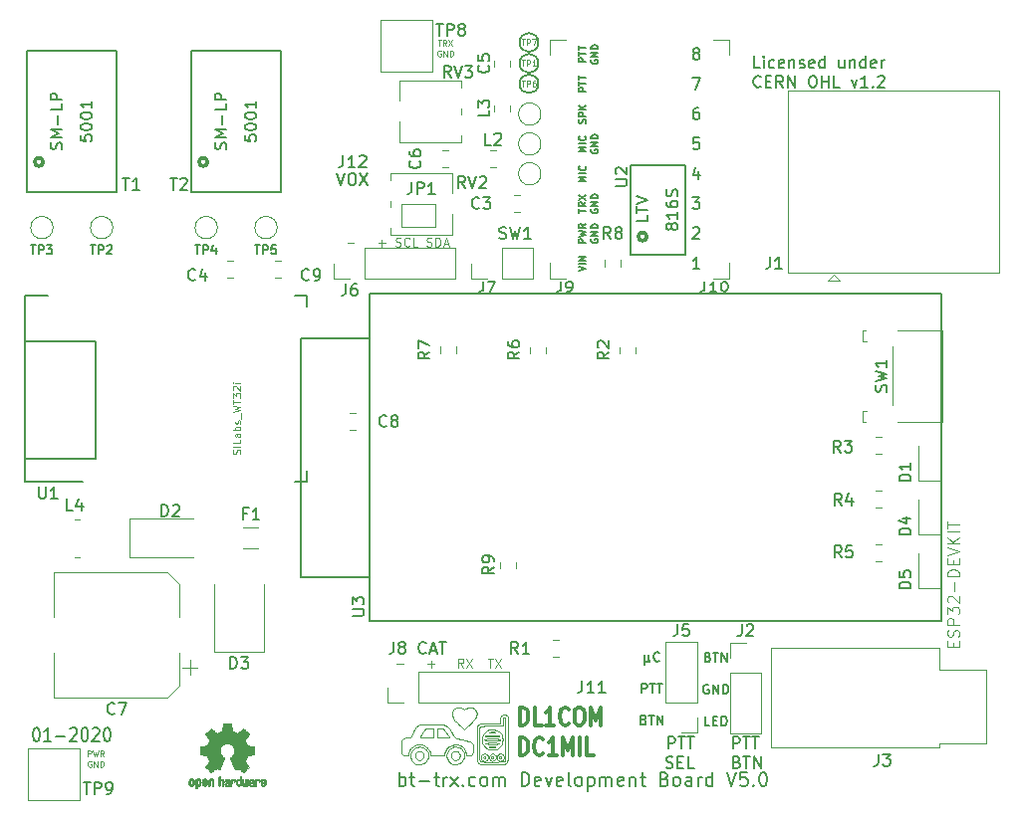
<source format=gto>
G04 #@! TF.GenerationSoftware,KiCad,Pcbnew,5.1.5+dfsg1-2*
G04 #@! TF.CreationDate,2020-01-25T18:55:07+01:00*
G04 #@! TF.ProjectId,bt-trx-dev-board,62742d74-7278-42d6-9465-762d626f6172,5.0*
G04 #@! TF.SameCoordinates,Original*
G04 #@! TF.FileFunction,Legend,Top*
G04 #@! TF.FilePolarity,Positive*
%FSLAX46Y46*%
G04 Gerber Fmt 4.6, Leading zero omitted, Abs format (unit mm)*
G04 Created by KiCad (PCBNEW 5.1.5+dfsg1-2) date 2020-01-25 18:55:07*
%MOMM*%
%LPD*%
G04 APERTURE LIST*
%ADD10C,0.150000*%
%ADD11C,0.125000*%
%ADD12C,0.200000*%
%ADD13C,0.090000*%
%ADD14C,0.300000*%
%ADD15C,0.120000*%
%ADD16C,0.127000*%
%ADD17C,0.010000*%
%ADD18C,0.050000*%
G04 APERTURE END LIST*
D10*
X168148428Y-69194285D02*
X167548428Y-69194285D01*
X167548428Y-68965714D01*
X167577000Y-68908571D01*
X167605571Y-68880000D01*
X167662714Y-68851428D01*
X167748428Y-68851428D01*
X167805571Y-68880000D01*
X167834142Y-68908571D01*
X167862714Y-68965714D01*
X167862714Y-69194285D01*
X167548428Y-68680000D02*
X167548428Y-68337142D01*
X168148428Y-68508571D02*
X167548428Y-68508571D01*
X167548428Y-68222857D02*
X167548428Y-67880000D01*
X168148428Y-68051428D02*
X167548428Y-68051428D01*
X168627000Y-69037142D02*
X168598428Y-69094285D01*
X168598428Y-69180000D01*
X168627000Y-69265714D01*
X168684142Y-69322857D01*
X168741285Y-69351428D01*
X168855571Y-69380000D01*
X168941285Y-69380000D01*
X169055571Y-69351428D01*
X169112714Y-69322857D01*
X169169857Y-69265714D01*
X169198428Y-69180000D01*
X169198428Y-69122857D01*
X169169857Y-69037142D01*
X169141285Y-69008571D01*
X168941285Y-69008571D01*
X168941285Y-69122857D01*
X169198428Y-68751428D02*
X168598428Y-68751428D01*
X169198428Y-68408571D01*
X168598428Y-68408571D01*
X169198428Y-68122857D02*
X168598428Y-68122857D01*
X168598428Y-67980000D01*
X168627000Y-67894285D01*
X168684142Y-67837142D01*
X168741285Y-67808571D01*
X168855571Y-67780000D01*
X168941285Y-67780000D01*
X169055571Y-67808571D01*
X169112714Y-67837142D01*
X169169857Y-67894285D01*
X169198428Y-67980000D01*
X169198428Y-68122857D01*
X168165428Y-71734285D02*
X167565428Y-71734285D01*
X167565428Y-71505714D01*
X167594000Y-71448571D01*
X167622571Y-71420000D01*
X167679714Y-71391428D01*
X167765428Y-71391428D01*
X167822571Y-71420000D01*
X167851142Y-71448571D01*
X167879714Y-71505714D01*
X167879714Y-71734285D01*
X167565428Y-71220000D02*
X167565428Y-70877142D01*
X168165428Y-71048571D02*
X167565428Y-71048571D01*
X167565428Y-70762857D02*
X167565428Y-70420000D01*
X168165428Y-70591428D02*
X167565428Y-70591428D01*
X168136857Y-74431428D02*
X168165428Y-74345714D01*
X168165428Y-74202857D01*
X168136857Y-74145714D01*
X168108285Y-74117142D01*
X168051142Y-74088571D01*
X167994000Y-74088571D01*
X167936857Y-74117142D01*
X167908285Y-74145714D01*
X167879714Y-74202857D01*
X167851142Y-74317142D01*
X167822571Y-74374285D01*
X167794000Y-74402857D01*
X167736857Y-74431428D01*
X167679714Y-74431428D01*
X167622571Y-74402857D01*
X167594000Y-74374285D01*
X167565428Y-74317142D01*
X167565428Y-74174285D01*
X167594000Y-74088571D01*
X168165428Y-73831428D02*
X167565428Y-73831428D01*
X167565428Y-73602857D01*
X167594000Y-73545714D01*
X167622571Y-73517142D01*
X167679714Y-73488571D01*
X167765428Y-73488571D01*
X167822571Y-73517142D01*
X167851142Y-73545714D01*
X167879714Y-73602857D01*
X167879714Y-73831428D01*
X168165428Y-73231428D02*
X167565428Y-73231428D01*
X168165428Y-72888571D02*
X167822571Y-73145714D01*
X167565428Y-72888571D02*
X167908285Y-73231428D01*
X168148428Y-76842857D02*
X167548428Y-76842857D01*
X167977000Y-76642857D01*
X167548428Y-76442857D01*
X168148428Y-76442857D01*
X168148428Y-76157142D02*
X167548428Y-76157142D01*
X168091285Y-75528571D02*
X168119857Y-75557142D01*
X168148428Y-75642857D01*
X168148428Y-75700000D01*
X168119857Y-75785714D01*
X168062714Y-75842857D01*
X168005571Y-75871428D01*
X167891285Y-75900000D01*
X167805571Y-75900000D01*
X167691285Y-75871428D01*
X167634142Y-75842857D01*
X167577000Y-75785714D01*
X167548428Y-75700000D01*
X167548428Y-75642857D01*
X167577000Y-75557142D01*
X167605571Y-75528571D01*
X168627000Y-76657142D02*
X168598428Y-76714285D01*
X168598428Y-76800000D01*
X168627000Y-76885714D01*
X168684142Y-76942857D01*
X168741285Y-76971428D01*
X168855571Y-77000000D01*
X168941285Y-77000000D01*
X169055571Y-76971428D01*
X169112714Y-76942857D01*
X169169857Y-76885714D01*
X169198428Y-76800000D01*
X169198428Y-76742857D01*
X169169857Y-76657142D01*
X169141285Y-76628571D01*
X168941285Y-76628571D01*
X168941285Y-76742857D01*
X169198428Y-76371428D02*
X168598428Y-76371428D01*
X169198428Y-76028571D01*
X168598428Y-76028571D01*
X169198428Y-75742857D02*
X168598428Y-75742857D01*
X168598428Y-75600000D01*
X168627000Y-75514285D01*
X168684142Y-75457142D01*
X168741285Y-75428571D01*
X168855571Y-75400000D01*
X168941285Y-75400000D01*
X169055571Y-75428571D01*
X169112714Y-75457142D01*
X169169857Y-75514285D01*
X169198428Y-75600000D01*
X169198428Y-75742857D01*
X168165428Y-79382857D02*
X167565428Y-79382857D01*
X167994000Y-79182857D01*
X167565428Y-78982857D01*
X168165428Y-78982857D01*
X168165428Y-78697142D02*
X167565428Y-78697142D01*
X168108285Y-78068571D02*
X168136857Y-78097142D01*
X168165428Y-78182857D01*
X168165428Y-78240000D01*
X168136857Y-78325714D01*
X168079714Y-78382857D01*
X168022571Y-78411428D01*
X167908285Y-78440000D01*
X167822571Y-78440000D01*
X167708285Y-78411428D01*
X167651142Y-78382857D01*
X167594000Y-78325714D01*
X167565428Y-78240000D01*
X167565428Y-78182857D01*
X167594000Y-78097142D01*
X167622571Y-78068571D01*
X167548428Y-82037142D02*
X167548428Y-81694285D01*
X168148428Y-81865714D02*
X167548428Y-81865714D01*
X168148428Y-81151428D02*
X167862714Y-81351428D01*
X168148428Y-81494285D02*
X167548428Y-81494285D01*
X167548428Y-81265714D01*
X167577000Y-81208571D01*
X167605571Y-81180000D01*
X167662714Y-81151428D01*
X167748428Y-81151428D01*
X167805571Y-81180000D01*
X167834142Y-81208571D01*
X167862714Y-81265714D01*
X167862714Y-81494285D01*
X167548428Y-80951428D02*
X168148428Y-80551428D01*
X167548428Y-80551428D02*
X168148428Y-80951428D01*
X168627000Y-81737142D02*
X168598428Y-81794285D01*
X168598428Y-81880000D01*
X168627000Y-81965714D01*
X168684142Y-82022857D01*
X168741285Y-82051428D01*
X168855571Y-82080000D01*
X168941285Y-82080000D01*
X169055571Y-82051428D01*
X169112714Y-82022857D01*
X169169857Y-81965714D01*
X169198428Y-81880000D01*
X169198428Y-81822857D01*
X169169857Y-81737142D01*
X169141285Y-81708571D01*
X168941285Y-81708571D01*
X168941285Y-81822857D01*
X169198428Y-81451428D02*
X168598428Y-81451428D01*
X169198428Y-81108571D01*
X168598428Y-81108571D01*
X169198428Y-80822857D02*
X168598428Y-80822857D01*
X168598428Y-80680000D01*
X168627000Y-80594285D01*
X168684142Y-80537142D01*
X168741285Y-80508571D01*
X168855571Y-80480000D01*
X168941285Y-80480000D01*
X169055571Y-80508571D01*
X169112714Y-80537142D01*
X169169857Y-80594285D01*
X169198428Y-80680000D01*
X169198428Y-80822857D01*
X168148428Y-84620000D02*
X167548428Y-84620000D01*
X167548428Y-84391428D01*
X167577000Y-84334285D01*
X167605571Y-84305714D01*
X167662714Y-84277142D01*
X167748428Y-84277142D01*
X167805571Y-84305714D01*
X167834142Y-84334285D01*
X167862714Y-84391428D01*
X167862714Y-84620000D01*
X167548428Y-84077142D02*
X168148428Y-83934285D01*
X167719857Y-83820000D01*
X168148428Y-83705714D01*
X167548428Y-83562857D01*
X168148428Y-82991428D02*
X167862714Y-83191428D01*
X168148428Y-83334285D02*
X167548428Y-83334285D01*
X167548428Y-83105714D01*
X167577000Y-83048571D01*
X167605571Y-83020000D01*
X167662714Y-82991428D01*
X167748428Y-82991428D01*
X167805571Y-83020000D01*
X167834142Y-83048571D01*
X167862714Y-83105714D01*
X167862714Y-83334285D01*
X168627000Y-84277142D02*
X168598428Y-84334285D01*
X168598428Y-84420000D01*
X168627000Y-84505714D01*
X168684142Y-84562857D01*
X168741285Y-84591428D01*
X168855571Y-84620000D01*
X168941285Y-84620000D01*
X169055571Y-84591428D01*
X169112714Y-84562857D01*
X169169857Y-84505714D01*
X169198428Y-84420000D01*
X169198428Y-84362857D01*
X169169857Y-84277142D01*
X169141285Y-84248571D01*
X168941285Y-84248571D01*
X168941285Y-84362857D01*
X169198428Y-83991428D02*
X168598428Y-83991428D01*
X169198428Y-83648571D01*
X168598428Y-83648571D01*
X169198428Y-83362857D02*
X168598428Y-83362857D01*
X168598428Y-83220000D01*
X168627000Y-83134285D01*
X168684142Y-83077142D01*
X168741285Y-83048571D01*
X168855571Y-83020000D01*
X168941285Y-83020000D01*
X169055571Y-83048571D01*
X169112714Y-83077142D01*
X169169857Y-83134285D01*
X169198428Y-83220000D01*
X169198428Y-83362857D01*
X167565428Y-87017142D02*
X168165428Y-86817142D01*
X167565428Y-86617142D01*
X168165428Y-86417142D02*
X167565428Y-86417142D01*
X168165428Y-86131428D02*
X167565428Y-86131428D01*
X168165428Y-85788571D01*
X167565428Y-85788571D01*
X177831714Y-86812380D02*
X177260285Y-86812380D01*
X177546000Y-86812380D02*
X177546000Y-85812380D01*
X177450761Y-85955238D01*
X177355523Y-86050476D01*
X177260285Y-86098095D01*
X177260285Y-83367619D02*
X177307904Y-83320000D01*
X177403142Y-83272380D01*
X177641238Y-83272380D01*
X177736476Y-83320000D01*
X177784095Y-83367619D01*
X177831714Y-83462857D01*
X177831714Y-83558095D01*
X177784095Y-83700952D01*
X177212666Y-84272380D01*
X177831714Y-84272380D01*
X177212666Y-80732380D02*
X177831714Y-80732380D01*
X177498380Y-81113333D01*
X177641238Y-81113333D01*
X177736476Y-81160952D01*
X177784095Y-81208571D01*
X177831714Y-81303809D01*
X177831714Y-81541904D01*
X177784095Y-81637142D01*
X177736476Y-81684761D01*
X177641238Y-81732380D01*
X177355523Y-81732380D01*
X177260285Y-81684761D01*
X177212666Y-81637142D01*
X177736476Y-78525714D02*
X177736476Y-79192380D01*
X177498380Y-78144761D02*
X177260285Y-78859047D01*
X177879333Y-78859047D01*
X177784095Y-75652380D02*
X177307904Y-75652380D01*
X177260285Y-76128571D01*
X177307904Y-76080952D01*
X177403142Y-76033333D01*
X177641238Y-76033333D01*
X177736476Y-76080952D01*
X177784095Y-76128571D01*
X177831714Y-76223809D01*
X177831714Y-76461904D01*
X177784095Y-76557142D01*
X177736476Y-76604761D01*
X177641238Y-76652380D01*
X177403142Y-76652380D01*
X177307904Y-76604761D01*
X177260285Y-76557142D01*
X177736476Y-73112380D02*
X177546000Y-73112380D01*
X177450761Y-73160000D01*
X177403142Y-73207619D01*
X177307904Y-73350476D01*
X177260285Y-73540952D01*
X177260285Y-73921904D01*
X177307904Y-74017142D01*
X177355523Y-74064761D01*
X177450761Y-74112380D01*
X177641238Y-74112380D01*
X177736476Y-74064761D01*
X177784095Y-74017142D01*
X177831714Y-73921904D01*
X177831714Y-73683809D01*
X177784095Y-73588571D01*
X177736476Y-73540952D01*
X177641238Y-73493333D01*
X177450761Y-73493333D01*
X177355523Y-73540952D01*
X177307904Y-73588571D01*
X177260285Y-73683809D01*
X177212666Y-70572380D02*
X177879333Y-70572380D01*
X177450761Y-71572380D01*
X177450761Y-68460952D02*
X177355523Y-68413333D01*
X177307904Y-68365714D01*
X177260285Y-68270476D01*
X177260285Y-68222857D01*
X177307904Y-68127619D01*
X177355523Y-68080000D01*
X177450761Y-68032380D01*
X177641238Y-68032380D01*
X177736476Y-68080000D01*
X177784095Y-68127619D01*
X177831714Y-68222857D01*
X177831714Y-68270476D01*
X177784095Y-68365714D01*
X177736476Y-68413333D01*
X177641238Y-68460952D01*
X177450761Y-68460952D01*
X177355523Y-68508571D01*
X177307904Y-68556190D01*
X177260285Y-68651428D01*
X177260285Y-68841904D01*
X177307904Y-68937142D01*
X177355523Y-68984761D01*
X177450761Y-69032380D01*
X177641238Y-69032380D01*
X177736476Y-68984761D01*
X177784095Y-68937142D01*
X177831714Y-68841904D01*
X177831714Y-68651428D01*
X177784095Y-68556190D01*
X177736476Y-68508571D01*
X177641238Y-68460952D01*
X154556976Y-119483142D02*
X154509357Y-119530761D01*
X154366500Y-119578380D01*
X154271261Y-119578380D01*
X154128404Y-119530761D01*
X154033166Y-119435523D01*
X153985547Y-119340285D01*
X153937928Y-119149809D01*
X153937928Y-119006952D01*
X153985547Y-118816476D01*
X154033166Y-118721238D01*
X154128404Y-118626000D01*
X154271261Y-118578380D01*
X154366500Y-118578380D01*
X154509357Y-118626000D01*
X154556976Y-118673619D01*
X154937928Y-119292666D02*
X155414119Y-119292666D01*
X154842690Y-119578380D02*
X155176023Y-118578380D01*
X155509357Y-119578380D01*
X155699833Y-118578380D02*
X156271261Y-118578380D01*
X155985547Y-119578380D02*
X155985547Y-118578380D01*
D11*
X152053285Y-120449571D02*
X152624714Y-120449571D01*
X154696142Y-120449571D02*
X155267571Y-120449571D01*
X154981857Y-120735285D02*
X154981857Y-120163857D01*
X157767571Y-120735285D02*
X157517571Y-120378142D01*
X157339000Y-120735285D02*
X157339000Y-119985285D01*
X157624714Y-119985285D01*
X157696142Y-120021000D01*
X157731857Y-120056714D01*
X157767571Y-120128142D01*
X157767571Y-120235285D01*
X157731857Y-120306714D01*
X157696142Y-120342428D01*
X157624714Y-120378142D01*
X157339000Y-120378142D01*
X158017571Y-119985285D02*
X158517571Y-120735285D01*
X158517571Y-119985285D02*
X158017571Y-120735285D01*
X159839000Y-119985285D02*
X160267571Y-119985285D01*
X160053285Y-120735285D02*
X160053285Y-119985285D01*
X160446142Y-119985285D02*
X160946142Y-120735285D01*
X160946142Y-119985285D02*
X160446142Y-120735285D01*
X125825333Y-128312690D02*
X125825333Y-127812690D01*
X126015809Y-127812690D01*
X126063428Y-127836500D01*
X126087238Y-127860309D01*
X126111047Y-127907928D01*
X126111047Y-127979357D01*
X126087238Y-128026976D01*
X126063428Y-128050785D01*
X126015809Y-128074595D01*
X125825333Y-128074595D01*
X126277714Y-127812690D02*
X126396761Y-128312690D01*
X126492000Y-127955547D01*
X126587238Y-128312690D01*
X126706285Y-127812690D01*
X127182476Y-128312690D02*
X127015809Y-128074595D01*
X126896761Y-128312690D02*
X126896761Y-127812690D01*
X127087238Y-127812690D01*
X127134857Y-127836500D01*
X127158666Y-127860309D01*
X127182476Y-127907928D01*
X127182476Y-127979357D01*
X127158666Y-128026976D01*
X127134857Y-128050785D01*
X127087238Y-128074595D01*
X126896761Y-128074595D01*
X126111047Y-128711500D02*
X126063428Y-128687690D01*
X125992000Y-128687690D01*
X125920571Y-128711500D01*
X125872952Y-128759119D01*
X125849142Y-128806738D01*
X125825333Y-128901976D01*
X125825333Y-128973404D01*
X125849142Y-129068642D01*
X125872952Y-129116261D01*
X125920571Y-129163880D01*
X125992000Y-129187690D01*
X126039619Y-129187690D01*
X126111047Y-129163880D01*
X126134857Y-129140071D01*
X126134857Y-128973404D01*
X126039619Y-128973404D01*
X126349142Y-129187690D02*
X126349142Y-128687690D01*
X126634857Y-129187690D01*
X126634857Y-128687690D01*
X126872952Y-129187690D02*
X126872952Y-128687690D01*
X126992000Y-128687690D01*
X127063428Y-128711500D01*
X127111047Y-128759119D01*
X127134857Y-128806738D01*
X127158666Y-128901976D01*
X127158666Y-128973404D01*
X127134857Y-129068642D01*
X127111047Y-129116261D01*
X127063428Y-129163880D01*
X126992000Y-129187690D01*
X126872952Y-129187690D01*
D10*
X164125219Y-71078782D02*
G75*
G03X164125219Y-71078782I-803219J0D01*
G01*
X164125219Y-69342000D02*
G75*
G03X164125219Y-69342000I-803219J0D01*
G01*
X164125219Y-67564000D02*
G75*
G03X164125219Y-67564000I-803219J0D01*
G01*
X147004738Y-78700380D02*
X147338071Y-79700380D01*
X147671404Y-78700380D01*
X148195214Y-78700380D02*
X148385690Y-78700380D01*
X148480928Y-78748000D01*
X148576166Y-78843238D01*
X148623785Y-79033714D01*
X148623785Y-79367047D01*
X148576166Y-79557523D01*
X148480928Y-79652761D01*
X148385690Y-79700380D01*
X148195214Y-79700380D01*
X148099976Y-79652761D01*
X148004738Y-79557523D01*
X147957119Y-79367047D01*
X147957119Y-79033714D01*
X148004738Y-78843238D01*
X148099976Y-78748000D01*
X148195214Y-78700380D01*
X148957119Y-78700380D02*
X149623785Y-79700380D01*
X149623785Y-78700380D02*
X148957119Y-79700380D01*
X173107428Y-119683571D02*
X173107428Y-120483571D01*
X173488380Y-120102619D02*
X173526476Y-120178809D01*
X173602666Y-120216904D01*
X173107428Y-120102619D02*
X173145523Y-120178809D01*
X173221714Y-120216904D01*
X173374095Y-120216904D01*
X173450285Y-120178809D01*
X173488380Y-120102619D01*
X173488380Y-119683571D01*
X174402666Y-120140714D02*
X174364571Y-120178809D01*
X174250285Y-120216904D01*
X174174095Y-120216904D01*
X174059809Y-120178809D01*
X173983619Y-120102619D01*
X173945523Y-120026428D01*
X173907428Y-119874047D01*
X173907428Y-119759761D01*
X173945523Y-119607380D01*
X173983619Y-119531190D01*
X174059809Y-119455000D01*
X174174095Y-119416904D01*
X174250285Y-119416904D01*
X174364571Y-119455000D01*
X174402666Y-119493095D01*
X172916952Y-122916904D02*
X172916952Y-122116904D01*
X173221714Y-122116904D01*
X173297904Y-122155000D01*
X173336000Y-122193095D01*
X173374095Y-122269285D01*
X173374095Y-122383571D01*
X173336000Y-122459761D01*
X173297904Y-122497857D01*
X173221714Y-122535952D01*
X172916952Y-122535952D01*
X173602666Y-122116904D02*
X174059809Y-122116904D01*
X173831238Y-122916904D02*
X173831238Y-122116904D01*
X174212190Y-122116904D02*
X174669333Y-122116904D01*
X174440761Y-122916904D02*
X174440761Y-122116904D01*
X173069333Y-125197857D02*
X173183619Y-125235952D01*
X173221714Y-125274047D01*
X173259809Y-125350238D01*
X173259809Y-125464523D01*
X173221714Y-125540714D01*
X173183619Y-125578809D01*
X173107428Y-125616904D01*
X172802666Y-125616904D01*
X172802666Y-124816904D01*
X173069333Y-124816904D01*
X173145523Y-124855000D01*
X173183619Y-124893095D01*
X173221714Y-124969285D01*
X173221714Y-125045476D01*
X173183619Y-125121666D01*
X173145523Y-125159761D01*
X173069333Y-125197857D01*
X172802666Y-125197857D01*
X173488380Y-124816904D02*
X173945523Y-124816904D01*
X173716952Y-125616904D02*
X173716952Y-124816904D01*
X174212190Y-125616904D02*
X174212190Y-124816904D01*
X174669333Y-125616904D01*
X174669333Y-124816904D01*
X178530333Y-119861357D02*
X178644619Y-119899452D01*
X178682714Y-119937547D01*
X178720809Y-120013738D01*
X178720809Y-120128023D01*
X178682714Y-120204214D01*
X178644619Y-120242309D01*
X178568428Y-120280404D01*
X178263666Y-120280404D01*
X178263666Y-119480404D01*
X178530333Y-119480404D01*
X178606523Y-119518500D01*
X178644619Y-119556595D01*
X178682714Y-119632785D01*
X178682714Y-119708976D01*
X178644619Y-119785166D01*
X178606523Y-119823261D01*
X178530333Y-119861357D01*
X178263666Y-119861357D01*
X178949380Y-119480404D02*
X179406523Y-119480404D01*
X179177952Y-120280404D02*
X179177952Y-119480404D01*
X179673190Y-120280404D02*
X179673190Y-119480404D01*
X180130333Y-120280404D01*
X180130333Y-119480404D01*
X178587476Y-122218500D02*
X178511285Y-122180404D01*
X178397000Y-122180404D01*
X178282714Y-122218500D01*
X178206523Y-122294690D01*
X178168428Y-122370880D01*
X178130333Y-122523261D01*
X178130333Y-122637547D01*
X178168428Y-122789928D01*
X178206523Y-122866119D01*
X178282714Y-122942309D01*
X178397000Y-122980404D01*
X178473190Y-122980404D01*
X178587476Y-122942309D01*
X178625571Y-122904214D01*
X178625571Y-122637547D01*
X178473190Y-122637547D01*
X178968428Y-122980404D02*
X178968428Y-122180404D01*
X179425571Y-122980404D01*
X179425571Y-122180404D01*
X179806523Y-122980404D02*
X179806523Y-122180404D01*
X179997000Y-122180404D01*
X180111285Y-122218500D01*
X180187476Y-122294690D01*
X180225571Y-122370880D01*
X180263666Y-122523261D01*
X180263666Y-122637547D01*
X180225571Y-122789928D01*
X180187476Y-122866119D01*
X180111285Y-122942309D01*
X179997000Y-122980404D01*
X179806523Y-122980404D01*
X178682714Y-125680404D02*
X178301761Y-125680404D01*
X178301761Y-124880404D01*
X178949380Y-125261357D02*
X179216047Y-125261357D01*
X179330333Y-125680404D02*
X178949380Y-125680404D01*
X178949380Y-124880404D01*
X179330333Y-124880404D01*
X179673190Y-125680404D02*
X179673190Y-124880404D01*
X179863666Y-124880404D01*
X179977952Y-124918500D01*
X180054142Y-124994690D01*
X180092238Y-125070880D01*
X180130333Y-125223261D01*
X180130333Y-125337547D01*
X180092238Y-125489928D01*
X180054142Y-125566119D01*
X179977952Y-125642309D01*
X179863666Y-125680404D01*
X179673190Y-125680404D01*
X160815976Y-84224761D02*
X160958833Y-84272380D01*
X161196928Y-84272380D01*
X161292166Y-84224761D01*
X161339785Y-84177142D01*
X161387404Y-84081904D01*
X161387404Y-83986666D01*
X161339785Y-83891428D01*
X161292166Y-83843809D01*
X161196928Y-83796190D01*
X161006452Y-83748571D01*
X160911214Y-83700952D01*
X160863595Y-83653333D01*
X160815976Y-83558095D01*
X160815976Y-83462857D01*
X160863595Y-83367619D01*
X160911214Y-83320000D01*
X161006452Y-83272380D01*
X161244547Y-83272380D01*
X161387404Y-83320000D01*
X161720738Y-83272380D02*
X161958833Y-84272380D01*
X162149309Y-83558095D01*
X162339785Y-84272380D01*
X162577880Y-83272380D01*
X163482642Y-84272380D02*
X162911214Y-84272380D01*
X163196928Y-84272380D02*
X163196928Y-83272380D01*
X163101690Y-83415238D01*
X163006452Y-83510476D01*
X162911214Y-83558095D01*
D11*
X147878142Y-84635571D02*
X148449571Y-84635571D01*
X150521000Y-84635571D02*
X151092428Y-84635571D01*
X150806714Y-84921285D02*
X150806714Y-84349857D01*
X151985285Y-84885571D02*
X152092428Y-84921285D01*
X152271000Y-84921285D01*
X152342428Y-84885571D01*
X152378142Y-84849857D01*
X152413857Y-84778428D01*
X152413857Y-84707000D01*
X152378142Y-84635571D01*
X152342428Y-84599857D01*
X152271000Y-84564142D01*
X152128142Y-84528428D01*
X152056714Y-84492714D01*
X152021000Y-84457000D01*
X151985285Y-84385571D01*
X151985285Y-84314142D01*
X152021000Y-84242714D01*
X152056714Y-84207000D01*
X152128142Y-84171285D01*
X152306714Y-84171285D01*
X152413857Y-84207000D01*
X153163857Y-84849857D02*
X153128142Y-84885571D01*
X153021000Y-84921285D01*
X152949571Y-84921285D01*
X152842428Y-84885571D01*
X152771000Y-84814142D01*
X152735285Y-84742714D01*
X152699571Y-84599857D01*
X152699571Y-84492714D01*
X152735285Y-84349857D01*
X152771000Y-84278428D01*
X152842428Y-84207000D01*
X152949571Y-84171285D01*
X153021000Y-84171285D01*
X153128142Y-84207000D01*
X153163857Y-84242714D01*
X153842428Y-84921285D02*
X153485285Y-84921285D01*
X153485285Y-84171285D01*
X154628142Y-84885571D02*
X154735285Y-84921285D01*
X154913857Y-84921285D01*
X154985285Y-84885571D01*
X155021000Y-84849857D01*
X155056714Y-84778428D01*
X155056714Y-84707000D01*
X155021000Y-84635571D01*
X154985285Y-84599857D01*
X154913857Y-84564142D01*
X154771000Y-84528428D01*
X154699571Y-84492714D01*
X154663857Y-84457000D01*
X154628142Y-84385571D01*
X154628142Y-84314142D01*
X154663857Y-84242714D01*
X154699571Y-84207000D01*
X154771000Y-84171285D01*
X154949571Y-84171285D01*
X155056714Y-84207000D01*
X155378142Y-84921285D02*
X155378142Y-84171285D01*
X155556714Y-84171285D01*
X155663857Y-84207000D01*
X155735285Y-84278428D01*
X155771000Y-84349857D01*
X155806714Y-84492714D01*
X155806714Y-84599857D01*
X155771000Y-84742714D01*
X155735285Y-84814142D01*
X155663857Y-84885571D01*
X155556714Y-84921285D01*
X155378142Y-84921285D01*
X156092428Y-84707000D02*
X156449571Y-84707000D01*
X156021000Y-84921285D02*
X156271000Y-84171285D01*
X156521000Y-84921285D01*
X155579047Y-67360690D02*
X155864761Y-67360690D01*
X155721904Y-67860690D02*
X155721904Y-67360690D01*
X156317142Y-67860690D02*
X156150476Y-67622595D01*
X156031428Y-67860690D02*
X156031428Y-67360690D01*
X156221904Y-67360690D01*
X156269523Y-67384500D01*
X156293333Y-67408309D01*
X156317142Y-67455928D01*
X156317142Y-67527357D01*
X156293333Y-67574976D01*
X156269523Y-67598785D01*
X156221904Y-67622595D01*
X156031428Y-67622595D01*
X156483809Y-67360690D02*
X156817142Y-67860690D01*
X156817142Y-67360690D02*
X156483809Y-67860690D01*
X155829047Y-68259500D02*
X155781428Y-68235690D01*
X155710000Y-68235690D01*
X155638571Y-68259500D01*
X155590952Y-68307119D01*
X155567142Y-68354738D01*
X155543333Y-68449976D01*
X155543333Y-68521404D01*
X155567142Y-68616642D01*
X155590952Y-68664261D01*
X155638571Y-68711880D01*
X155710000Y-68735690D01*
X155757619Y-68735690D01*
X155829047Y-68711880D01*
X155852857Y-68688071D01*
X155852857Y-68521404D01*
X155757619Y-68521404D01*
X156067142Y-68735690D02*
X156067142Y-68235690D01*
X156352857Y-68735690D01*
X156352857Y-68235690D01*
X156590952Y-68735690D02*
X156590952Y-68235690D01*
X156710000Y-68235690D01*
X156781428Y-68259500D01*
X156829047Y-68307119D01*
X156852857Y-68354738D01*
X156876666Y-68449976D01*
X156876666Y-68521404D01*
X156852857Y-68616642D01*
X156829047Y-68664261D01*
X156781428Y-68711880D01*
X156710000Y-68735690D01*
X156590952Y-68735690D01*
D10*
X175162785Y-127643380D02*
X175162785Y-126643380D01*
X175543738Y-126643380D01*
X175638976Y-126691000D01*
X175686595Y-126738619D01*
X175734214Y-126833857D01*
X175734214Y-126976714D01*
X175686595Y-127071952D01*
X175638976Y-127119571D01*
X175543738Y-127167190D01*
X175162785Y-127167190D01*
X176019928Y-126643380D02*
X176591357Y-126643380D01*
X176305642Y-127643380D02*
X176305642Y-126643380D01*
X176781833Y-126643380D02*
X177353261Y-126643380D01*
X177067547Y-127643380D02*
X177067547Y-126643380D01*
X174972309Y-129245761D02*
X175115166Y-129293380D01*
X175353261Y-129293380D01*
X175448500Y-129245761D01*
X175496119Y-129198142D01*
X175543738Y-129102904D01*
X175543738Y-129007666D01*
X175496119Y-128912428D01*
X175448500Y-128864809D01*
X175353261Y-128817190D01*
X175162785Y-128769571D01*
X175067547Y-128721952D01*
X175019928Y-128674333D01*
X174972309Y-128579095D01*
X174972309Y-128483857D01*
X175019928Y-128388619D01*
X175067547Y-128341000D01*
X175162785Y-128293380D01*
X175400880Y-128293380D01*
X175543738Y-128341000D01*
X175972309Y-128769571D02*
X176305642Y-128769571D01*
X176448500Y-129293380D02*
X175972309Y-129293380D01*
X175972309Y-128293380D01*
X176448500Y-128293380D01*
X177353261Y-129293380D02*
X176877071Y-129293380D01*
X176877071Y-128293380D01*
D12*
X152286857Y-130844857D02*
X152286857Y-129644857D01*
X152286857Y-130102000D02*
X152396380Y-130044857D01*
X152615428Y-130044857D01*
X152724952Y-130102000D01*
X152779714Y-130159142D01*
X152834476Y-130273428D01*
X152834476Y-130616285D01*
X152779714Y-130730571D01*
X152724952Y-130787714D01*
X152615428Y-130844857D01*
X152396380Y-130844857D01*
X152286857Y-130787714D01*
X153163047Y-130044857D02*
X153601142Y-130044857D01*
X153327333Y-129644857D02*
X153327333Y-130673428D01*
X153382095Y-130787714D01*
X153491619Y-130844857D01*
X153601142Y-130844857D01*
X153984476Y-130387714D02*
X154860666Y-130387714D01*
X155244000Y-130044857D02*
X155682095Y-130044857D01*
X155408285Y-129644857D02*
X155408285Y-130673428D01*
X155463047Y-130787714D01*
X155572571Y-130844857D01*
X155682095Y-130844857D01*
X156065428Y-130844857D02*
X156065428Y-130044857D01*
X156065428Y-130273428D02*
X156120190Y-130159142D01*
X156174952Y-130102000D01*
X156284476Y-130044857D01*
X156394000Y-130044857D01*
X156667809Y-130844857D02*
X157270190Y-130044857D01*
X156667809Y-130044857D02*
X157270190Y-130844857D01*
X157708285Y-130730571D02*
X157763047Y-130787714D01*
X157708285Y-130844857D01*
X157653523Y-130787714D01*
X157708285Y-130730571D01*
X157708285Y-130844857D01*
X158748761Y-130787714D02*
X158639238Y-130844857D01*
X158420190Y-130844857D01*
X158310666Y-130787714D01*
X158255904Y-130730571D01*
X158201142Y-130616285D01*
X158201142Y-130273428D01*
X158255904Y-130159142D01*
X158310666Y-130102000D01*
X158420190Y-130044857D01*
X158639238Y-130044857D01*
X158748761Y-130102000D01*
X159405904Y-130844857D02*
X159296380Y-130787714D01*
X159241619Y-130730571D01*
X159186857Y-130616285D01*
X159186857Y-130273428D01*
X159241619Y-130159142D01*
X159296380Y-130102000D01*
X159405904Y-130044857D01*
X159570190Y-130044857D01*
X159679714Y-130102000D01*
X159734476Y-130159142D01*
X159789238Y-130273428D01*
X159789238Y-130616285D01*
X159734476Y-130730571D01*
X159679714Y-130787714D01*
X159570190Y-130844857D01*
X159405904Y-130844857D01*
X160282095Y-130844857D02*
X160282095Y-130044857D01*
X160282095Y-130159142D02*
X160336857Y-130102000D01*
X160446380Y-130044857D01*
X160610666Y-130044857D01*
X160720190Y-130102000D01*
X160774952Y-130216285D01*
X160774952Y-130844857D01*
X160774952Y-130216285D02*
X160829714Y-130102000D01*
X160939238Y-130044857D01*
X161103523Y-130044857D01*
X161213047Y-130102000D01*
X161267809Y-130216285D01*
X161267809Y-130844857D01*
X162691619Y-130844857D02*
X162691619Y-129644857D01*
X162965428Y-129644857D01*
X163129714Y-129702000D01*
X163239238Y-129816285D01*
X163294000Y-129930571D01*
X163348761Y-130159142D01*
X163348761Y-130330571D01*
X163294000Y-130559142D01*
X163239238Y-130673428D01*
X163129714Y-130787714D01*
X162965428Y-130844857D01*
X162691619Y-130844857D01*
X164279714Y-130787714D02*
X164170190Y-130844857D01*
X163951142Y-130844857D01*
X163841619Y-130787714D01*
X163786857Y-130673428D01*
X163786857Y-130216285D01*
X163841619Y-130102000D01*
X163951142Y-130044857D01*
X164170190Y-130044857D01*
X164279714Y-130102000D01*
X164334476Y-130216285D01*
X164334476Y-130330571D01*
X163786857Y-130444857D01*
X164717809Y-130044857D02*
X164991619Y-130844857D01*
X165265428Y-130044857D01*
X166141619Y-130787714D02*
X166032095Y-130844857D01*
X165813047Y-130844857D01*
X165703523Y-130787714D01*
X165648761Y-130673428D01*
X165648761Y-130216285D01*
X165703523Y-130102000D01*
X165813047Y-130044857D01*
X166032095Y-130044857D01*
X166141619Y-130102000D01*
X166196380Y-130216285D01*
X166196380Y-130330571D01*
X165648761Y-130444857D01*
X166853523Y-130844857D02*
X166744000Y-130787714D01*
X166689238Y-130673428D01*
X166689238Y-129644857D01*
X167455904Y-130844857D02*
X167346380Y-130787714D01*
X167291619Y-130730571D01*
X167236857Y-130616285D01*
X167236857Y-130273428D01*
X167291619Y-130159142D01*
X167346380Y-130102000D01*
X167455904Y-130044857D01*
X167620190Y-130044857D01*
X167729714Y-130102000D01*
X167784476Y-130159142D01*
X167839238Y-130273428D01*
X167839238Y-130616285D01*
X167784476Y-130730571D01*
X167729714Y-130787714D01*
X167620190Y-130844857D01*
X167455904Y-130844857D01*
X168332095Y-130044857D02*
X168332095Y-131244857D01*
X168332095Y-130102000D02*
X168441619Y-130044857D01*
X168660666Y-130044857D01*
X168770190Y-130102000D01*
X168824952Y-130159142D01*
X168879714Y-130273428D01*
X168879714Y-130616285D01*
X168824952Y-130730571D01*
X168770190Y-130787714D01*
X168660666Y-130844857D01*
X168441619Y-130844857D01*
X168332095Y-130787714D01*
X169372571Y-130844857D02*
X169372571Y-130044857D01*
X169372571Y-130159142D02*
X169427333Y-130102000D01*
X169536857Y-130044857D01*
X169701142Y-130044857D01*
X169810666Y-130102000D01*
X169865428Y-130216285D01*
X169865428Y-130844857D01*
X169865428Y-130216285D02*
X169920190Y-130102000D01*
X170029714Y-130044857D01*
X170194000Y-130044857D01*
X170303523Y-130102000D01*
X170358285Y-130216285D01*
X170358285Y-130844857D01*
X171344000Y-130787714D02*
X171234476Y-130844857D01*
X171015428Y-130844857D01*
X170905904Y-130787714D01*
X170851142Y-130673428D01*
X170851142Y-130216285D01*
X170905904Y-130102000D01*
X171015428Y-130044857D01*
X171234476Y-130044857D01*
X171344000Y-130102000D01*
X171398761Y-130216285D01*
X171398761Y-130330571D01*
X170851142Y-130444857D01*
X171891619Y-130044857D02*
X171891619Y-130844857D01*
X171891619Y-130159142D02*
X171946380Y-130102000D01*
X172055904Y-130044857D01*
X172220190Y-130044857D01*
X172329714Y-130102000D01*
X172384476Y-130216285D01*
X172384476Y-130844857D01*
X172767809Y-130044857D02*
X173205904Y-130044857D01*
X172932095Y-129644857D02*
X172932095Y-130673428D01*
X172986857Y-130787714D01*
X173096380Y-130844857D01*
X173205904Y-130844857D01*
X174848761Y-130216285D02*
X175013047Y-130273428D01*
X175067809Y-130330571D01*
X175122571Y-130444857D01*
X175122571Y-130616285D01*
X175067809Y-130730571D01*
X175013047Y-130787714D01*
X174903523Y-130844857D01*
X174465428Y-130844857D01*
X174465428Y-129644857D01*
X174848761Y-129644857D01*
X174958285Y-129702000D01*
X175013047Y-129759142D01*
X175067809Y-129873428D01*
X175067809Y-129987714D01*
X175013047Y-130102000D01*
X174958285Y-130159142D01*
X174848761Y-130216285D01*
X174465428Y-130216285D01*
X175779714Y-130844857D02*
X175670190Y-130787714D01*
X175615428Y-130730571D01*
X175560666Y-130616285D01*
X175560666Y-130273428D01*
X175615428Y-130159142D01*
X175670190Y-130102000D01*
X175779714Y-130044857D01*
X175944000Y-130044857D01*
X176053523Y-130102000D01*
X176108285Y-130159142D01*
X176163047Y-130273428D01*
X176163047Y-130616285D01*
X176108285Y-130730571D01*
X176053523Y-130787714D01*
X175944000Y-130844857D01*
X175779714Y-130844857D01*
X177148761Y-130844857D02*
X177148761Y-130216285D01*
X177094000Y-130102000D01*
X176984476Y-130044857D01*
X176765428Y-130044857D01*
X176655904Y-130102000D01*
X177148761Y-130787714D02*
X177039238Y-130844857D01*
X176765428Y-130844857D01*
X176655904Y-130787714D01*
X176601142Y-130673428D01*
X176601142Y-130559142D01*
X176655904Y-130444857D01*
X176765428Y-130387714D01*
X177039238Y-130387714D01*
X177148761Y-130330571D01*
X177696380Y-130844857D02*
X177696380Y-130044857D01*
X177696380Y-130273428D02*
X177751142Y-130159142D01*
X177805904Y-130102000D01*
X177915428Y-130044857D01*
X178024952Y-130044857D01*
X178901142Y-130844857D02*
X178901142Y-129644857D01*
X178901142Y-130787714D02*
X178791619Y-130844857D01*
X178572571Y-130844857D01*
X178463047Y-130787714D01*
X178408285Y-130730571D01*
X178353523Y-130616285D01*
X178353523Y-130273428D01*
X178408285Y-130159142D01*
X178463047Y-130102000D01*
X178572571Y-130044857D01*
X178791619Y-130044857D01*
X178901142Y-130102000D01*
X180160666Y-129644857D02*
X180544000Y-130844857D01*
X180927333Y-129644857D01*
X181858285Y-129644857D02*
X181310666Y-129644857D01*
X181255904Y-130216285D01*
X181310666Y-130159142D01*
X181420190Y-130102000D01*
X181694000Y-130102000D01*
X181803523Y-130159142D01*
X181858285Y-130216285D01*
X181913047Y-130330571D01*
X181913047Y-130616285D01*
X181858285Y-130730571D01*
X181803523Y-130787714D01*
X181694000Y-130844857D01*
X181420190Y-130844857D01*
X181310666Y-130787714D01*
X181255904Y-130730571D01*
X182405904Y-130730571D02*
X182460666Y-130787714D01*
X182405904Y-130844857D01*
X182351142Y-130787714D01*
X182405904Y-130730571D01*
X182405904Y-130844857D01*
X183172571Y-129644857D02*
X183282095Y-129644857D01*
X183391619Y-129702000D01*
X183446380Y-129759142D01*
X183501142Y-129873428D01*
X183555904Y-130102000D01*
X183555904Y-130387714D01*
X183501142Y-130616285D01*
X183446380Y-130730571D01*
X183391619Y-130787714D01*
X183282095Y-130844857D01*
X183172571Y-130844857D01*
X183063047Y-130787714D01*
X183008285Y-130730571D01*
X182953523Y-130616285D01*
X182898761Y-130387714D01*
X182898761Y-130102000D01*
X182953523Y-129873428D01*
X183008285Y-129759142D01*
X183063047Y-129702000D01*
X183172571Y-129644857D01*
D13*
X160149233Y-128079700D02*
X160238243Y-128075470D01*
X160122023Y-128088640D02*
X160149233Y-128079700D01*
X160085573Y-128100520D02*
X160122023Y-128088640D01*
X159988913Y-128174410D02*
X160085573Y-128100520D01*
X159921203Y-128305600D02*
X159988913Y-128174410D01*
X159925283Y-128453890D02*
X159921203Y-128305600D01*
X159979942Y-128564380D02*
X159925283Y-128453890D01*
X160007453Y-128591890D02*
X159979942Y-128564380D01*
X159624503Y-128415311D02*
X159624503Y-128415311D01*
X159621923Y-128421970D02*
X159624503Y-128415311D01*
X159592132Y-128449960D02*
X159621923Y-128421970D01*
X159553882Y-128464630D02*
X159592132Y-128449960D01*
X159541163Y-128464630D02*
X159553882Y-128464630D01*
X159527842Y-128464630D02*
X159541163Y-128464630D01*
X159487943Y-128450140D02*
X159527842Y-128464630D01*
X159459293Y-128413690D02*
X159487943Y-128450140D01*
X159458783Y-128365181D02*
X159459293Y-128413690D01*
X159479633Y-128324980D02*
X159458783Y-128365181D01*
X159489923Y-128314870D02*
X159479633Y-128324980D01*
X159500633Y-128303980D02*
X159489923Y-128314870D01*
X159540983Y-128279230D02*
X159500633Y-128303980D01*
X159581363Y-128303980D02*
X159540983Y-128279230D01*
X159592283Y-128314870D02*
X159581363Y-128303980D01*
X159599303Y-128321890D02*
X159592283Y-128314870D01*
X159622703Y-128365330D02*
X159599303Y-128321890D01*
X159627112Y-128408470D02*
X159622703Y-128365330D01*
X159624503Y-128415311D02*
X159627112Y-128408470D01*
X159365033Y-128627860D02*
X159365033Y-128627860D01*
X159380543Y-128640400D02*
X159365033Y-128627860D01*
X159434423Y-128668870D02*
X159380543Y-128640400D01*
X159508942Y-128686960D02*
X159434423Y-128668870D01*
X159584783Y-128684020D02*
X159508942Y-128686960D01*
X159657863Y-128661730D02*
X159584783Y-128684020D01*
X159724283Y-128621680D02*
X159657863Y-128661730D01*
X159779903Y-128566030D02*
X159724283Y-128621680D01*
X159820943Y-128496190D02*
X159779903Y-128566030D01*
X159840653Y-128435170D02*
X159820943Y-128496190D01*
X159843413Y-128414320D02*
X159840653Y-128435170D01*
X159845693Y-128396740D02*
X159843413Y-128414320D01*
X159849113Y-128343521D02*
X159845693Y-128396740D01*
X159841133Y-128289820D02*
X159849113Y-128343521D01*
X159815093Y-128239840D02*
X159841133Y-128289820D01*
X159779273Y-128194750D02*
X159815093Y-128239840D01*
X159766583Y-128180621D02*
X159779273Y-128194750D01*
X159754043Y-128166610D02*
X159766583Y-128180621D01*
X159713993Y-128127551D02*
X159754043Y-128166610D01*
X159666323Y-128095480D02*
X159713993Y-128127551D01*
X159613403Y-128079520D02*
X159666323Y-128095480D01*
X159562822Y-128075291D02*
X159613403Y-128079520D01*
X159546053Y-128075291D02*
X159562822Y-128075291D01*
X159519983Y-128075291D02*
X159546053Y-128075291D01*
X159441863Y-128091100D02*
X159519983Y-128075291D01*
X159356903Y-128134390D02*
X159441863Y-128091100D01*
X159293273Y-128199160D02*
X159356903Y-128134390D01*
X159253073Y-128279080D02*
X159293273Y-128199160D01*
X159237953Y-128368121D02*
X159253073Y-128279080D01*
X159250343Y-128460070D02*
X159237953Y-128368121D01*
X159291983Y-128548600D02*
X159250343Y-128460070D01*
X159344212Y-128611120D02*
X159291983Y-128548600D01*
X159365033Y-128627860D02*
X159344212Y-128611120D01*
X161262833Y-128687290D02*
X161262833Y-128687290D01*
X161202953Y-128761510D02*
X161262833Y-128687290D01*
X160254862Y-128767990D02*
X161202953Y-128761510D01*
X160161443Y-128768500D02*
X160254862Y-128767990D01*
X159881333Y-128768170D02*
X160161443Y-128768500D01*
X159565072Y-128764271D02*
X159881333Y-128768170D01*
X159339653Y-128756620D02*
X159565072Y-128764271D01*
X159247703Y-128750110D02*
X159339653Y-128756620D01*
X159238403Y-128746210D02*
X159247703Y-128750110D01*
X159228983Y-128742280D02*
X159238403Y-128746210D01*
X159180322Y-128707960D02*
X159228983Y-128742280D01*
X159141413Y-128664340D02*
X159180322Y-128707960D01*
X159136883Y-128655850D02*
X159141413Y-128664340D01*
X159131333Y-128645440D02*
X159136883Y-128655850D01*
X159122213Y-128542420D02*
X159131333Y-128645440D01*
X159111953Y-128265250D02*
X159122213Y-128542420D01*
X159105623Y-127825300D02*
X159111953Y-128265250D01*
X159103673Y-127373950D02*
X159105623Y-127825300D01*
X159103673Y-127223590D02*
X159103673Y-127373950D01*
X159103673Y-127123330D02*
X159103673Y-127223590D01*
X159104003Y-126822550D02*
X159103673Y-127123330D01*
X159105293Y-126505330D02*
X159104003Y-126822550D01*
X159107753Y-126261160D02*
X159105293Y-126505330D01*
X159111953Y-126080320D02*
X159107753Y-126261160D01*
X159118163Y-125952250D02*
X159111953Y-126080320D01*
X159126773Y-125866960D02*
X159118163Y-125952250D01*
X159137843Y-125814250D02*
X159126773Y-125866960D01*
X159147443Y-125790610D02*
X159137843Y-125814250D01*
X159152153Y-125783950D02*
X159147443Y-125790610D01*
X159156233Y-125777951D02*
X159152153Y-125783950D01*
X159170093Y-125761000D02*
X159156233Y-125777951D01*
X159195113Y-125743900D02*
X159170093Y-125761000D01*
X159238403Y-125731540D02*
X159195113Y-125743900D01*
X159311033Y-125723410D02*
X159238403Y-125731540D01*
X159423983Y-125718190D02*
X159311033Y-125723410D01*
X159588713Y-125715580D02*
X159423983Y-125718190D01*
X159815903Y-125714620D02*
X159588713Y-125715580D01*
X160041833Y-125714620D02*
X159815903Y-125714620D01*
X160117163Y-125714620D02*
X160041833Y-125714620D01*
X160228823Y-125714620D02*
X160117163Y-125714620D01*
X160564133Y-125712671D02*
X160228823Y-125714620D01*
X160850903Y-125706161D02*
X160564133Y-125712671D01*
X161008463Y-125693470D02*
X160850903Y-125706161D01*
X161060693Y-125681741D02*
X161008463Y-125693470D01*
X161067383Y-125673790D02*
X161060693Y-125681741D01*
X161071913Y-125668090D02*
X161067383Y-125673790D01*
X161081213Y-125631970D02*
X161071913Y-125668090D01*
X161093903Y-125548900D02*
X161081213Y-125631970D01*
X161103983Y-125436281D02*
X161093903Y-125548900D01*
X161109203Y-125338960D02*
X161103983Y-125436281D01*
X161110163Y-125306590D02*
X161109203Y-125338960D01*
X161119283Y-124980250D02*
X161110163Y-125306590D01*
X161306783Y-124980250D02*
X161119283Y-124980250D01*
X161314733Y-126796660D02*
X161306783Y-124980250D01*
X161315243Y-126941830D02*
X161314733Y-126796660D01*
X161317043Y-127377550D02*
X161315243Y-126941830D01*
X161318033Y-127820590D02*
X161317043Y-127377550D01*
X161316863Y-128145460D02*
X161318033Y-127820590D01*
X161313293Y-128371691D02*
X161316863Y-128145460D01*
X161306633Y-128519321D02*
X161313293Y-128371691D01*
X161296373Y-128607850D02*
X161306633Y-128519321D01*
X161281883Y-128657320D02*
X161296373Y-128607850D01*
X161268383Y-128680450D02*
X161281883Y-128657320D01*
X161262833Y-128687290D02*
X161268383Y-128680450D01*
X159078293Y-128901310D02*
X159078293Y-128901310D01*
X159087083Y-128906680D02*
X159078293Y-128901310D01*
X159115042Y-128921171D02*
X159087083Y-128906680D01*
X159159323Y-128936290D02*
X159115042Y-128921171D01*
X159222173Y-128947540D02*
X159159323Y-128936290D01*
X159315233Y-128955190D02*
X159222173Y-128947540D01*
X159449543Y-128960050D02*
X159315233Y-128955190D01*
X159636383Y-128962840D02*
X159449543Y-128960050D01*
X159887033Y-128963981D02*
X159636383Y-128962840D01*
X160131503Y-128964310D02*
X159887033Y-128963981D01*
X160213043Y-128964310D02*
X160131503Y-128964310D01*
X160294403Y-128964310D02*
X160213043Y-128964310D01*
X160538873Y-128963981D02*
X160294403Y-128964310D01*
X154324205Y-127545190D02*
X154454900Y-127623610D01*
X154178372Y-127500580D02*
X154324205Y-127545190D01*
X154051904Y-127486570D02*
X154178372Y-127500580D01*
X154009913Y-127486570D02*
X154051904Y-127486570D01*
X153969059Y-127486570D02*
X154009913Y-127486570D01*
X153846989Y-127499800D02*
X153969059Y-127486570D01*
X153704900Y-127541110D02*
X153846989Y-127499800D01*
X153576971Y-127613530D02*
X153704900Y-127541110D01*
X153484196Y-127690870D02*
X153576971Y-127613530D01*
X153456692Y-127719670D02*
X153484196Y-127690870D01*
X160789553Y-128962840D02*
X160538873Y-128963981D01*
X160976363Y-128960050D02*
X160789553Y-128962840D01*
X161110673Y-128955190D02*
X160976363Y-128960050D01*
X161203583Y-128947540D02*
X161110673Y-128955190D01*
X161266583Y-128936290D02*
X161203583Y-128947540D01*
X161310863Y-128921171D02*
X161266583Y-128936290D01*
X161338703Y-128906680D02*
X161310863Y-128921171D01*
X161347613Y-128901310D02*
X161338703Y-128906680D01*
X161364083Y-128891230D02*
X161347613Y-128901310D01*
X161412233Y-128858980D02*
X161364083Y-128891230D01*
X161460593Y-128805130D02*
X161412233Y-128858980D01*
X161495123Y-128713150D02*
X161460593Y-128805130D01*
X161517863Y-128557570D02*
X161495123Y-128713150D01*
X161531573Y-128311960D02*
X161517863Y-128557570D01*
X161538413Y-127950460D02*
X161531573Y-128311960D01*
X161540843Y-127447030D02*
X161538413Y-127950460D01*
X161541173Y-126943450D02*
X161540843Y-127447030D01*
X161541173Y-126775660D02*
X161541173Y-126943450D01*
X161541173Y-124928501D02*
X161541173Y-126775660D01*
X161449703Y-124837150D02*
X161541173Y-124928501D01*
X161437493Y-124824940D02*
X161449703Y-124837150D01*
X161397803Y-124791280D02*
X161437493Y-124824940D01*
X161347943Y-124763440D02*
X161397803Y-124791280D01*
X161289713Y-124749460D02*
X161347943Y-124763440D01*
X161232083Y-124745860D02*
X161289713Y-124749460D01*
X161213033Y-124745860D02*
X161232083Y-124745860D01*
X161193833Y-124745860D02*
X161213033Y-124745860D01*
X161136203Y-124749460D02*
X161193833Y-124745860D01*
X161077943Y-124763440D02*
X161136203Y-124749460D01*
X161027993Y-124791280D02*
X161077943Y-124763440D01*
X160988243Y-124824940D02*
X161027993Y-124791280D01*
X160976213Y-124837150D02*
X160988243Y-124824940D01*
X160962533Y-124850710D02*
X160976213Y-124837150D01*
X160924943Y-124894450D02*
X160962533Y-124850710D01*
X160897613Y-124955500D02*
X160924943Y-124894450D01*
X160886873Y-125051200D02*
X160897613Y-124955500D01*
X160884923Y-125171830D02*
X160886873Y-125051200D01*
X160884923Y-125212150D02*
X160884923Y-125171830D01*
X160884923Y-125495860D02*
X160884923Y-125212150D01*
X160039522Y-125495860D02*
X160884923Y-125495860D01*
X159960443Y-125495860D02*
X160039522Y-125495860D01*
X159723443Y-125496550D02*
X159960443Y-125495860D01*
X159482243Y-125500120D02*
X159723443Y-125496550D01*
X159303863Y-125508881D02*
X159482243Y-125500120D01*
X159176903Y-125525320D02*
X159303863Y-125508881D01*
X159089483Y-125551690D02*
X159176903Y-125525320D01*
X159029903Y-125590451D02*
X159089483Y-125551690D01*
X158986492Y-125643670D02*
X159029903Y-125590451D01*
X158956703Y-125696080D02*
X158986492Y-125643670D01*
X158947733Y-125713960D02*
X158956703Y-125696080D01*
X158942213Y-125724700D02*
X158947733Y-125713960D01*
X158927693Y-125758240D02*
X158942213Y-125724700D01*
X158912423Y-125812900D02*
X158927693Y-125758240D01*
X158901383Y-125893661D02*
X158912423Y-125812900D01*
X158893703Y-126016030D02*
X158901383Y-125893661D01*
X158888843Y-126195250D02*
X158893703Y-126016030D01*
X158886203Y-126447040D02*
X158888843Y-126195250D01*
X158885093Y-126786700D02*
X158886203Y-126447040D01*
X158884913Y-127119070D02*
X158885093Y-126786700D01*
X158884913Y-127229920D02*
X158884913Y-127119070D01*
X158884913Y-127357030D02*
X158884913Y-127229920D01*
X158885242Y-127738870D02*
X158884913Y-127357030D01*
X158888003Y-128123950D02*
X158885242Y-127738870D01*
X158895503Y-128404390D02*
X158888003Y-128123950D01*
X158909663Y-128599060D02*
X158895503Y-128404390D01*
X158932733Y-128726980D02*
X158909663Y-128599060D01*
X158967113Y-128807230D02*
X158932733Y-128726980D01*
X159014782Y-128858980D02*
X158967113Y-128807230D01*
X159062003Y-128891381D02*
X159014782Y-128858980D01*
X159078293Y-128901310D02*
X159062003Y-128891381D01*
X157240883Y-128573350D02*
X157240883Y-128573350D01*
X157216463Y-128584900D02*
X157240883Y-128573350D01*
X157137833Y-128608510D02*
X157216463Y-128584900D01*
X157038863Y-128616790D02*
X157137833Y-128608510D01*
X156947093Y-128600200D02*
X157038863Y-128616790D01*
X156865043Y-128560811D02*
X156947093Y-128600200D01*
X156796193Y-128500270D02*
X156865043Y-128560811D01*
X156743333Y-128420830D02*
X156796193Y-128500270D01*
X156709283Y-128324320D02*
X156743333Y-128420830D01*
X156697403Y-128240830D02*
X156709283Y-128324320D01*
X156697403Y-128212990D02*
X156697403Y-128240830D01*
X156697403Y-128195590D02*
X156697403Y-128212990D01*
X156701783Y-128143660D02*
X156697403Y-128195590D01*
X156717923Y-128087830D02*
X156701783Y-128143660D01*
X156750323Y-128035570D02*
X156717923Y-128087830D01*
X157298843Y-125516201D02*
X157298843Y-125516201D01*
X157344863Y-125563090D02*
X157298843Y-125516201D01*
X157485503Y-125702260D02*
X157344863Y-125563090D01*
X157646003Y-125854750D02*
X157485503Y-125702260D01*
X157763003Y-125957470D02*
X157646003Y-125854750D01*
X157812653Y-125995210D02*
X157763003Y-125957470D01*
X157819493Y-125995210D02*
X157812653Y-125995210D01*
X157826333Y-125995030D02*
X157819493Y-125995210D01*
X157876133Y-125955671D02*
X157826333Y-125995030D01*
X157993943Y-125848900D02*
X157876133Y-125955671D01*
X158155583Y-125690860D02*
X157993943Y-125848900D01*
X158297213Y-125546830D02*
X158155583Y-125690860D01*
X158343743Y-125498170D02*
X158297213Y-125546830D01*
X158376293Y-125463941D02*
X158343743Y-125498170D01*
X158473943Y-125360800D02*
X158376293Y-125463941D01*
X158580382Y-125246380D02*
X158473943Y-125360800D01*
X158665192Y-125151791D02*
X158580382Y-125246380D01*
X158731133Y-125074000D02*
X158665192Y-125151791D01*
X158780423Y-125010041D02*
X158731133Y-125074000D01*
X158815733Y-124956790D02*
X158780423Y-125010041D01*
X158839343Y-124911070D02*
X158815733Y-124956790D01*
X158850923Y-124880620D02*
X158839343Y-124911070D01*
X158853833Y-124870210D02*
X158850923Y-124880620D01*
X158866193Y-124824161D02*
X158853833Y-124870210D01*
X158875462Y-124678840D02*
X158866193Y-124824161D01*
X158839823Y-124506280D02*
X158875462Y-124678840D01*
X158756333Y-124359160D02*
X158839823Y-124506280D01*
X158634413Y-124244260D02*
X158756333Y-124359160D01*
X158483543Y-124167911D02*
X158634413Y-124244260D01*
X158313293Y-124136830D02*
X158483543Y-124167911D01*
X158132783Y-124157830D02*
X158313293Y-124136830D01*
X157993163Y-124211380D02*
X158132783Y-124157830D01*
X157951673Y-124237240D02*
X157993163Y-124211380D01*
X157936163Y-124246720D02*
X157951673Y-124237240D01*
X157889153Y-124274050D02*
X157936163Y-124246720D01*
X157838213Y-124300540D02*
X157889153Y-124274050D01*
X157803713Y-124314250D02*
X157838213Y-124300540D01*
X157791173Y-124313080D02*
X157803713Y-124314250D01*
X157791173Y-124312750D02*
X157791173Y-124313080D01*
X157791173Y-124302490D02*
X157791173Y-124312750D01*
X157754033Y-124271740D02*
X157791173Y-124302490D01*
X157663403Y-124218371D02*
X157754033Y-124271740D01*
X157549793Y-124167911D02*
X157663403Y-124218371D01*
X157471343Y-124141360D02*
X157549793Y-124167911D01*
X157444493Y-124136500D02*
X157471343Y-124141360D01*
X157386203Y-124125580D02*
X157444493Y-124136500D01*
X157200833Y-124152610D02*
X157386203Y-124125580D01*
X156981413Y-124271920D02*
X157200833Y-124152610D01*
X156822593Y-124463950D02*
X156981413Y-124271920D01*
X156760883Y-124640080D02*
X156822593Y-124463950D01*
X156760733Y-124699000D02*
X156760883Y-124640080D01*
X156760403Y-124738870D02*
X156760733Y-124699000D01*
X156775883Y-124858660D02*
X156760403Y-124738870D01*
X156847343Y-125012440D02*
X156775883Y-124858660D01*
X157009733Y-125213800D02*
X156847343Y-125012440D01*
X157225583Y-125441500D02*
X157009733Y-125213800D01*
X157298843Y-125516201D02*
X157225583Y-125441500D01*
X156543113Y-126659920D02*
X156543113Y-126659920D01*
X156545423Y-126663820D02*
X156543113Y-126659920D01*
X156550463Y-126676870D02*
X156545423Y-126663820D01*
X156547673Y-126689860D02*
X156550463Y-126676870D01*
X156529913Y-126699670D02*
X156547673Y-126689860D01*
X156492653Y-126706330D02*
X156529913Y-126699670D01*
X156431453Y-126710710D02*
X156492653Y-126706330D01*
X156341603Y-126713170D02*
X156431453Y-126710710D01*
X156218573Y-126714280D02*
X156341603Y-126713170D01*
X156097973Y-126714610D02*
X156218573Y-126714280D01*
X156057773Y-126714610D02*
X156097973Y-126714610D01*
X155541173Y-126714610D02*
X156057773Y-126714610D01*
X155541173Y-125933380D02*
X155541173Y-126714610D01*
X155755193Y-125933380D02*
X155541173Y-125933380D01*
X155782703Y-125933380D02*
X155755193Y-125933380D01*
X155865383Y-125936470D02*
X155782703Y-125933380D01*
X155947583Y-125947541D02*
X155865383Y-125936470D01*
X156013492Y-125969321D02*
X155947583Y-125947541D01*
X156060533Y-125994760D02*
X156013492Y-125969321D01*
X156075173Y-126004660D02*
X156060533Y-125994760D01*
X156096833Y-126019150D02*
X156075173Y-126004660D01*
X156158663Y-126086200D02*
X156096833Y-126019150D01*
X156271972Y-126233170D02*
X156158663Y-126086200D01*
X156403943Y-126429610D02*
X156271972Y-126233170D01*
X156509573Y-126601660D02*
X156403943Y-126429610D01*
X156543113Y-126659920D02*
X156509573Y-126601660D01*
X155166164Y-126324010D02*
X155166164Y-126324010D01*
X155166164Y-126714610D02*
X155166164Y-126324010D01*
X154619288Y-126714610D02*
X155166164Y-126714610D01*
X154563788Y-126714610D02*
X154619288Y-126714610D01*
X154397771Y-126712330D02*
X154563788Y-126714610D01*
X154224920Y-126706330D02*
X154397771Y-126712330D01*
X154112449Y-126696880D02*
X154224920Y-126706330D01*
X154072412Y-126687910D02*
X154112449Y-126696880D01*
X154072412Y-126685000D02*
X154072412Y-126687910D01*
X154072412Y-126675700D02*
X154072412Y-126685000D01*
X154085921Y-126647860D02*
X154072412Y-126675700D01*
X154122866Y-126568630D02*
X154085921Y-126647860D01*
X154177391Y-126459070D02*
X154122866Y-126568630D01*
X154227362Y-126362590D02*
X154177391Y-126459070D01*
X154244288Y-126330670D02*
X154227362Y-126362590D01*
X154263821Y-126293710D02*
X154244288Y-126330670D01*
X154325342Y-126184210D02*
X154263821Y-126293710D01*
X154393699Y-126076120D02*
X154325342Y-126184210D01*
X154450016Y-126005170D02*
X154393699Y-126076120D01*
X154482896Y-125975200D02*
X154450016Y-126005170D01*
X154495754Y-125969501D02*
X154482896Y-125975200D01*
X154506659Y-125964460D02*
X154495754Y-125969501D01*
X154549949Y-125955340D02*
X154506659Y-125964460D01*
X154638656Y-125943940D02*
X154549949Y-125955340D01*
X154749659Y-125936110D02*
X154638656Y-125943940D01*
X154840481Y-125933380D02*
X154749659Y-125936110D01*
X154870754Y-125933380D02*
X154840481Y-125933380D01*
X155166164Y-125933380D02*
X154870754Y-125933380D01*
X155166164Y-126324010D02*
X155166164Y-125933380D01*
X152705714Y-128199490D02*
X152705714Y-128199490D01*
X152719547Y-128205490D02*
X152705714Y-128199490D01*
X152810204Y-128230720D02*
X152719547Y-128205490D01*
X152904281Y-128244400D02*
X152810204Y-128230720D01*
X152919905Y-128244581D02*
X152904281Y-128244400D01*
X153033026Y-128245870D02*
X152919905Y-128244581D01*
X153068834Y-128063591D02*
X153033026Y-128245870D01*
X153080714Y-128003020D02*
X153068834Y-128063591D01*
X153147284Y-127827400D02*
X153080714Y-128003020D01*
X153280097Y-127623010D02*
X153147284Y-127827400D01*
X153460109Y-127458580D02*
X153280097Y-127623010D01*
X153622541Y-127364200D02*
X153460109Y-127458580D01*
X153680321Y-127342690D02*
X153622541Y-127364200D01*
X153744125Y-127318780D02*
X153680321Y-127342690D01*
X153949043Y-127282660D02*
X153744125Y-127318780D01*
X154211900Y-127302340D02*
X153949043Y-127282660D01*
X154460108Y-127399840D02*
X154211900Y-127302340D01*
X154635401Y-127523380D02*
X154460108Y-127399840D01*
X154685366Y-127573330D02*
X154635401Y-127523380D01*
X154712225Y-127600210D02*
X154685366Y-127573330D01*
X154786280Y-127688260D02*
X154712225Y-127600210D01*
X154859522Y-127810660D02*
X154786280Y-127688260D01*
X154915025Y-127961050D02*
X154859522Y-127810660D01*
X154952297Y-128109790D02*
X154915025Y-127961050D01*
X154962389Y-128159920D02*
X154952297Y-128109790D01*
X154979801Y-128245870D02*
X154962389Y-128159920D01*
X156096503Y-128245870D02*
X154979801Y-128245870D01*
X156116513Y-128112730D02*
X156096503Y-128245870D01*
X156124673Y-128058220D02*
X156116513Y-128112730D01*
X156174293Y-127898530D02*
X156124673Y-128058220D01*
X156275693Y-127709260D02*
X156174293Y-127898530D01*
X156413243Y-127549240D02*
X156275693Y-127709260D01*
X156579923Y-127422940D02*
X156413243Y-127549240D01*
X156768533Y-127334410D02*
X156579923Y-127422940D01*
X156971843Y-127288030D02*
X156768533Y-127334410D01*
X157182743Y-127288510D02*
X156971843Y-127288030D01*
X157343423Y-127320910D02*
X157182743Y-127288510D01*
X157394033Y-127339780D02*
X157343423Y-127320910D01*
X157452623Y-127361590D02*
X157394033Y-127339780D01*
X157616543Y-127460380D02*
X157452623Y-127361590D01*
X157800923Y-127634380D02*
X157616543Y-127460380D01*
X157934693Y-127847111D02*
X157800923Y-127634380D01*
X157996913Y-128022880D02*
X157934693Y-127847111D01*
X158005673Y-128083270D02*
X157996913Y-128022880D01*
X158027003Y-128230241D02*
X158005673Y-128083270D01*
X158185523Y-128229100D02*
X158027003Y-128230241D01*
X158213213Y-128228950D02*
X158185523Y-128229100D01*
X158296703Y-128220160D02*
X158213213Y-128228950D01*
X158388983Y-128194451D02*
X158296703Y-128220160D01*
X158463203Y-128150021D02*
X158388983Y-128194451D01*
X158520323Y-128085700D02*
X158463203Y-128150021D01*
X158561333Y-127999931D02*
X158520323Y-128085700D01*
X158587193Y-127891060D02*
X158561333Y-127999931D01*
X158599133Y-127757740D02*
X158587193Y-127891060D01*
X158599403Y-127638130D02*
X158599133Y-127757740D01*
X158597783Y-127598410D02*
X158599403Y-127638130D01*
X158595983Y-127558360D02*
X158597783Y-127598410D01*
X158586413Y-127438900D02*
X158595983Y-127558360D01*
X158562833Y-127312630D02*
X158586413Y-127438900D01*
X158519483Y-127213000D02*
X158562833Y-127312630D01*
X158449043Y-127133860D02*
X158519483Y-127213000D01*
X158343413Y-127069300D02*
X158449043Y-127133860D01*
X158195303Y-127012960D02*
X158343413Y-127069300D01*
X157997213Y-126958750D02*
X158195303Y-127012960D01*
X157805333Y-126914170D02*
X157997213Y-126958750D01*
X157741373Y-126900340D02*
X157805333Y-126914170D01*
X157685543Y-126888130D02*
X157741373Y-126900340D01*
X157518533Y-126851650D02*
X157685543Y-126888130D01*
X157325993Y-126809320D02*
X157518533Y-126851650D01*
X157183913Y-126777940D02*
X157325993Y-126809320D01*
X157122533Y-126764260D02*
X157183913Y-126777940D01*
X157113233Y-126762010D02*
X157122533Y-126764260D01*
X157101533Y-126759040D02*
X157113233Y-126762010D01*
X157066253Y-126727960D02*
X157101533Y-126759040D01*
X156994283Y-126641710D02*
X157066253Y-126727960D01*
X156896003Y-126500920D02*
X156994283Y-126641710D01*
X156800453Y-126352960D02*
X156896003Y-126500920D01*
X156769493Y-126303340D02*
X156800453Y-126352960D01*
X156730463Y-126240670D02*
X156769493Y-126303340D01*
X156613733Y-126052990D02*
X156730463Y-126240670D01*
X156487942Y-125867621D02*
X156613733Y-126052990D01*
X156369953Y-125737420D02*
X156487942Y-125867621D01*
X156237623Y-125652280D02*
X156369953Y-125737420D01*
X156068333Y-125602330D02*
X156237623Y-125652280D01*
X155840483Y-125577580D02*
X156068333Y-125602330D01*
X155531393Y-125568130D02*
X155840483Y-125577580D01*
X155222156Y-125565221D02*
X155531393Y-125568130D01*
X155119289Y-125564260D02*
X155222156Y-125565221D01*
X155010887Y-125563090D02*
X155119289Y-125564260D01*
X154685696Y-125561950D02*
X155010887Y-125563090D01*
X154360988Y-125565550D02*
X154685696Y-125561950D01*
X154143539Y-125574490D02*
X154360988Y-125565550D01*
X154051418Y-125583460D02*
X154143539Y-125574490D01*
X154031396Y-125589460D02*
X154051418Y-125583460D01*
X153993638Y-125600530D02*
X154031396Y-125589460D01*
X153887030Y-125655550D02*
X153993638Y-125600530D01*
X153756821Y-125776450D02*
X153887030Y-125655550D01*
X153622055Y-125975050D02*
X153756821Y-125776450D01*
X153501287Y-126198160D02*
X153622055Y-125975050D01*
X153463850Y-126274030D02*
X153501287Y-126198160D01*
X153246080Y-126714610D02*
X153463850Y-126274030D01*
X152999984Y-126714610D02*
X153246080Y-126714610D01*
X152961410Y-126714610D02*
X152999984Y-126714610D01*
X152845850Y-126719830D02*
X152961410Y-126714610D01*
X152724920Y-126739540D02*
X152845850Y-126719830D01*
X152633447Y-126779590D02*
X152724920Y-126739540D01*
X152567204Y-126845650D02*
X152633447Y-126779590D01*
X152522608Y-126943300D02*
X152567204Y-126845650D01*
X152495590Y-127078540D02*
X152522608Y-126943300D01*
X152482243Y-127257250D02*
X152495590Y-127078540D01*
X152478662Y-127428010D02*
X152482243Y-127257250D01*
X152478662Y-127484950D02*
X152478662Y-127428010D01*
X152478662Y-127565050D02*
X152478662Y-127484950D01*
X152486963Y-127805621D02*
X152478662Y-127565050D01*
X152519841Y-128006951D02*
X152486963Y-127805621D01*
X152588851Y-128126080D02*
X152519841Y-128006951D01*
X152674463Y-128185811D02*
X152588851Y-128126080D01*
X152705714Y-128199490D02*
X152674463Y-128185811D01*
X160463033Y-126237760D02*
X160463033Y-126237760D01*
X160468402Y-126241000D02*
X160463033Y-126237760D01*
X160481573Y-126256450D02*
X160468402Y-126241000D01*
X160453463Y-126267820D02*
X160481573Y-126256450D01*
X160367483Y-126273550D02*
X160453463Y-126267820D01*
X160251622Y-126275170D02*
X160367483Y-126273550D01*
X160213043Y-126275170D02*
X160251622Y-126275170D01*
X160174942Y-126275170D02*
X160213043Y-126275170D01*
X160061033Y-126273550D02*
X160174942Y-126275170D01*
X159975083Y-126267820D02*
X160061033Y-126273550D01*
X159945293Y-126256960D02*
X159975083Y-126267820D01*
X159957173Y-126242110D02*
X159945293Y-126256960D01*
X159962363Y-126239200D02*
X159957173Y-126242110D01*
X159982913Y-126227170D02*
X159962363Y-126239200D01*
X160064122Y-126212170D02*
X159982913Y-126227170D01*
X160213883Y-126202750D02*
X160064122Y-126212170D01*
X160362953Y-126211210D02*
X160213883Y-126202750D01*
X160443173Y-126225880D02*
X160362953Y-126211210D01*
X160463033Y-126237760D02*
X160443173Y-126225880D01*
X156789533Y-127990840D02*
X156750323Y-128035570D01*
X156803543Y-127976980D02*
X156789533Y-127990840D01*
X156819953Y-127960391D02*
X156803543Y-127976980D01*
X156874343Y-127915150D02*
X156819953Y-127960391D01*
X156943493Y-127879990D02*
X156874343Y-127915150D01*
X157025543Y-127866641D02*
X156943493Y-127879990D01*
X157107593Y-127868261D02*
X157025543Y-127866641D01*
X157134923Y-127870540D02*
X157107593Y-127868261D01*
X157154633Y-127872160D02*
X157134923Y-127870540D01*
X157213193Y-127884880D02*
X157154633Y-127872160D01*
X157278443Y-127915480D02*
X157213193Y-127884880D01*
X157334633Y-127965100D02*
X157278443Y-127915480D01*
X157374833Y-128017990D02*
X157334633Y-127965100D01*
X157386383Y-128036890D02*
X157374833Y-128017990D01*
X157406873Y-128070730D02*
X157386383Y-128036890D01*
X157441073Y-128189380D02*
X157406873Y-128070730D01*
X157431443Y-128342890D02*
X157441073Y-128189380D01*
X157362953Y-128477470D02*
X157431443Y-128342890D01*
X157275023Y-128557060D02*
X157362953Y-128477470D01*
X157240883Y-128573350D02*
X157275023Y-128557060D01*
X156775553Y-128939080D02*
X156775553Y-128939080D01*
X156798503Y-128949820D02*
X156775553Y-128939080D01*
X156918803Y-128982364D02*
X156798503Y-128949820D01*
X157069163Y-128989852D02*
X156918803Y-128982364D01*
X157107413Y-128988223D02*
X157069163Y-128989852D01*
X157176743Y-128984968D02*
X157107413Y-128988223D01*
X157382963Y-128927500D02*
X157176743Y-128984968D01*
X157602203Y-128782481D02*
X157382963Y-128927500D01*
X157751303Y-128566360D02*
X157602203Y-128782481D01*
X157812323Y-128361580D02*
X157751303Y-128566360D01*
X157816703Y-128292430D02*
X157812323Y-128361580D01*
X157819163Y-128251720D02*
X157816703Y-128292430D01*
X157816883Y-128128840D02*
X157819163Y-128251720D01*
X157791503Y-127993270D02*
X157816883Y-128128840D01*
X157736003Y-127871200D02*
X157791503Y-127993270D01*
X157670543Y-127777961D02*
X157736003Y-127871200D01*
X157646153Y-127749280D02*
X157670543Y-127777961D01*
X157618343Y-127716910D02*
X157646153Y-127749280D01*
X157523753Y-127629340D02*
X157618343Y-127716910D01*
X157392233Y-127547800D02*
X157523753Y-127629340D01*
X157244123Y-127501240D02*
X157392233Y-127547800D01*
X157115213Y-127486570D02*
X157244123Y-127501240D01*
X157072403Y-127486570D02*
X157115213Y-127486570D01*
X156996593Y-127486570D02*
X157072403Y-127486570D01*
X156769373Y-127543570D02*
X156996593Y-127486570D01*
X156530093Y-127702090D02*
X156769373Y-127543570D01*
X156373373Y-127942991D02*
X156530093Y-127702090D01*
X156317843Y-128171500D02*
X156373373Y-127942991D01*
X156318173Y-128247670D02*
X156317843Y-128171500D01*
X156318353Y-128302841D02*
X156318173Y-128247670D01*
X156348143Y-128468350D02*
X156318353Y-128302841D01*
X156435203Y-128658460D02*
X156348143Y-128468350D01*
X156578123Y-128816020D02*
X156435203Y-128658460D01*
X156723293Y-128914480D02*
X156578123Y-128816020D01*
X156775553Y-128939080D02*
X156723293Y-128914480D01*
X154178372Y-128573350D02*
X154178372Y-128573350D01*
X154154279Y-128584750D02*
X154178372Y-128573350D01*
X154076645Y-128607850D02*
X154154279Y-128584750D01*
X153978176Y-128615500D02*
X154076645Y-128607850D01*
X153886378Y-128598580D02*
X153978176Y-128615500D01*
X153804185Y-128559010D02*
X153886378Y-128598580D01*
X153734846Y-128498800D02*
X153804185Y-128559010D01*
X153681302Y-128420020D02*
X153734846Y-128498800D01*
X153646958Y-128324980D02*
X153681302Y-128420020D01*
X153634913Y-128242930D02*
X153646958Y-128324980D01*
X153634913Y-128215601D02*
X153634913Y-128242930D01*
X153634913Y-128197870D02*
X153634913Y-128215601D01*
X153639146Y-128144620D02*
X153634913Y-128197870D01*
X153655259Y-128088160D02*
X153639146Y-128144620D01*
X153687647Y-128035750D02*
X153655259Y-128088160D01*
X153727034Y-127990991D02*
X153687647Y-128035750D01*
X153741035Y-127976980D02*
X153727034Y-127990991D01*
X153757472Y-127960391D02*
X153741035Y-127976980D01*
X153260237Y-128145610D02*
X153323552Y-127916920D01*
X153269192Y-128384050D02*
X153260237Y-128145610D01*
X153323552Y-127916920D02*
X153416000Y-127762000D01*
X153323225Y-128558530D02*
X153269192Y-128384050D01*
X153352849Y-128610131D02*
X153323225Y-128558530D01*
X153510401Y-128810980D02*
X153426581Y-128721130D01*
X153369287Y-128638930D02*
X153352849Y-128610131D01*
X153610664Y-128885200D02*
X153510401Y-128810980D01*
X160802423Y-126542740D02*
X160802423Y-126542740D01*
X160803533Y-126545650D02*
X160802423Y-126542740D01*
X160803053Y-126556420D02*
X160803533Y-126545650D01*
X160790993Y-126567160D02*
X160803053Y-126556420D01*
X160761713Y-126575290D02*
X160790993Y-126567160D01*
X160711073Y-126581320D02*
X160761713Y-126575290D01*
X160635083Y-126585370D02*
X160711073Y-126581320D01*
X160529632Y-126588010D02*
X160635083Y-126585370D01*
X160390283Y-126589120D02*
X160529632Y-126588010D01*
X160257322Y-126589630D02*
X160390283Y-126589120D01*
X160213043Y-126589630D02*
X160257322Y-126589630D01*
X160168613Y-126589630D02*
X160213043Y-126589630D01*
X160035623Y-126589120D02*
X160168613Y-126589630D01*
X159896273Y-126588010D02*
X160035623Y-126589120D01*
X159790673Y-126585370D02*
X159896273Y-126588010D01*
X159714653Y-126581320D02*
X159790673Y-126585370D01*
X159664043Y-126575290D02*
X159714653Y-126581320D01*
X159634733Y-126567160D02*
X159664043Y-126575290D01*
X159622703Y-126556420D02*
X159634733Y-126567160D01*
X159622373Y-126545650D02*
X159622703Y-126556420D01*
X159623543Y-126542740D02*
X159622373Y-126545650D01*
X159626453Y-126534910D02*
X159623543Y-126542740D01*
X159654623Y-126518650D02*
X159626453Y-126534910D01*
X159744113Y-126504490D02*
X159654623Y-126518650D01*
X159920873Y-126497500D02*
X159744113Y-126504490D01*
X160139963Y-126495880D02*
X159920873Y-126497500D01*
X160213043Y-126495880D02*
X160139963Y-126495880D01*
X160285943Y-126495880D02*
X160213043Y-126495880D01*
X160505033Y-126497500D02*
X160285943Y-126495880D01*
X160681613Y-126504490D02*
X160505033Y-126497500D01*
X160771163Y-126518650D02*
X160681613Y-126504490D01*
X160799303Y-126534790D02*
X160771163Y-126518650D01*
X160802423Y-126542740D02*
X160799303Y-126534790D01*
X160884923Y-126870880D02*
X160884923Y-126870880D01*
X160884923Y-126879670D02*
X160884923Y-126870880D01*
X160871423Y-126906040D02*
X160884923Y-126879670D01*
X160793123Y-126924760D02*
X160871423Y-126906040D01*
X160592573Y-126932080D02*
X160793123Y-126924760D01*
X160307903Y-126933370D02*
X160592573Y-126932080D01*
X160213043Y-126933370D02*
X160307903Y-126933370D01*
X160118002Y-126933370D02*
X160213043Y-126933370D01*
X159833333Y-126932080D02*
X160118002Y-126933370D01*
X159632963Y-126924760D02*
X159833333Y-126932080D01*
X159554483Y-126906040D02*
X159632963Y-126924760D01*
X159541163Y-126879670D02*
X159554483Y-126906040D01*
X159541163Y-126870880D02*
X159541163Y-126879670D01*
X159541163Y-126861910D02*
X159541163Y-126870880D01*
X159554483Y-126835540D02*
X159541163Y-126861910D01*
X159632963Y-126816820D02*
X159554483Y-126835540D01*
X159833333Y-126809500D02*
X159632963Y-126816820D01*
X160118002Y-126808360D02*
X159833333Y-126809500D01*
X160213043Y-126808360D02*
X160118002Y-126808360D01*
X160307903Y-126808360D02*
X160213043Y-126808360D01*
X160592573Y-126809500D02*
X160307903Y-126808360D01*
X160793123Y-126816820D02*
X160592573Y-126809500D01*
X160871423Y-126835540D02*
X160793123Y-126816820D01*
X160884923Y-126861910D02*
X160871423Y-126835540D01*
X160884923Y-126870880D02*
X160884923Y-126861910D01*
X160802423Y-127198990D02*
X160802423Y-127198990D01*
X160799303Y-127206670D02*
X160802423Y-127198990D01*
X160771163Y-127222750D02*
X160799303Y-127206670D01*
X160681613Y-127237090D02*
X160771163Y-127222750D01*
X160505033Y-127243900D02*
X160681613Y-127237090D01*
X160285943Y-127245880D02*
X160505033Y-127243900D01*
X160213043Y-127245880D02*
X160285943Y-127245880D01*
X160139963Y-127245880D02*
X160213043Y-127245880D01*
X159920873Y-127243900D02*
X160139963Y-127245880D01*
X159744113Y-127237090D02*
X159920873Y-127243900D01*
X159654623Y-127222750D02*
X159744113Y-127237090D01*
X159626453Y-127206670D02*
X159654623Y-127222750D01*
X159623543Y-127198990D02*
X159626453Y-127206670D01*
X159622193Y-127195900D02*
X159623543Y-127198990D01*
X159622703Y-127185160D02*
X159622193Y-127195900D01*
X159634733Y-127174420D02*
X159622703Y-127185160D01*
X159664043Y-127166290D02*
X159634733Y-127174420D01*
X159714653Y-127160260D02*
X159664043Y-127166290D01*
X159790673Y-127156210D02*
X159714653Y-127160260D01*
X159896273Y-127153570D02*
X159790673Y-127156210D01*
X160035623Y-127152460D02*
X159896273Y-127153570D01*
X160168613Y-127152130D02*
X160035623Y-127152460D01*
X160213043Y-127152130D02*
X160168613Y-127152130D01*
X160257322Y-127152130D02*
X160213043Y-127152130D01*
X160390283Y-127152460D02*
X160257322Y-127152130D01*
X160529632Y-127153570D02*
X160390283Y-127152460D01*
X160635083Y-127156210D02*
X160529632Y-127153570D01*
X160711073Y-127160260D02*
X160635083Y-127156210D01*
X160761713Y-127166290D02*
X160711073Y-127160260D01*
X160790993Y-127174420D02*
X160761713Y-127166290D01*
X160803053Y-127185160D02*
X160790993Y-127174420D01*
X160803533Y-127195900D02*
X160803053Y-127185160D01*
X160802423Y-127198990D02*
X160803533Y-127195900D01*
X160473113Y-127497010D02*
X160473113Y-127497010D01*
X160446113Y-127512610D02*
X160473113Y-127497010D01*
X160349423Y-127532830D02*
X160446113Y-127512610D01*
X160182923Y-127541800D02*
X160349423Y-127532830D01*
X160024403Y-127525000D02*
X160182923Y-127541800D01*
X159942533Y-127501420D02*
X160024403Y-127525000D01*
X159924953Y-127483840D02*
X159942533Y-127501420D01*
X159924953Y-127483840D02*
X159924953Y-127483840D01*
X159941873Y-127476340D02*
X159924953Y-127483840D01*
X160002233Y-127470490D02*
X159941873Y-127476340D01*
X160096672Y-127466590D02*
X160002233Y-127470490D01*
X160185863Y-127465300D02*
X160096672Y-127466590D01*
X160215653Y-127465450D02*
X160185863Y-127465300D01*
X160249823Y-127465450D02*
X160215653Y-127465450D01*
X160352692Y-127467550D02*
X160249823Y-127465450D01*
X160439633Y-127473400D02*
X160352692Y-127467550D01*
X160478843Y-127483000D02*
X160439633Y-127473400D01*
X160475573Y-127495360D02*
X160478843Y-127483000D01*
X160473113Y-127497010D02*
X160475573Y-127495360D01*
X159867173Y-127686790D02*
X159867173Y-127686790D01*
X159903173Y-127703080D02*
X159867173Y-127686790D01*
X160020833Y-127730740D02*
X159903173Y-127703080D01*
X160204252Y-127745380D02*
X160020833Y-127730740D01*
X160389623Y-127730590D02*
X160204252Y-127745380D01*
X160511693Y-127702570D02*
X160389623Y-127730590D01*
X160549463Y-127686460D02*
X160511693Y-127702570D01*
X160599413Y-127665010D02*
X160549463Y-127686460D01*
X160739093Y-127576750D02*
X160599413Y-127665010D01*
X160890803Y-127431760D02*
X160739093Y-127576750D01*
X161002253Y-127260220D02*
X160890803Y-127431760D01*
X161071463Y-127070260D02*
X161002253Y-127260220D01*
X161096483Y-126870880D02*
X161071463Y-127070260D01*
X161075153Y-126670330D02*
X161096483Y-126870880D01*
X161005373Y-126477340D02*
X161075153Y-126670330D01*
X160920083Y-126340120D02*
X161005373Y-126477340D01*
X160885073Y-126300400D02*
X160920083Y-126340120D01*
X160839173Y-126248170D02*
X160885073Y-126300400D01*
X160583963Y-126069760D02*
X160839173Y-126248170D01*
X160283362Y-125996200D02*
X160583963Y-126069760D01*
X160214663Y-125996530D02*
X160283362Y-125996200D01*
X160151993Y-125996710D02*
X160214663Y-125996530D01*
X159964163Y-126027970D02*
X160151993Y-125996710D01*
X159747023Y-126119590D02*
X159964163Y-126027970D01*
X159565733Y-126269800D02*
X159747023Y-126119590D01*
X159451673Y-126421840D02*
X159565733Y-126269800D01*
X159422663Y-126477340D02*
X159451673Y-126421840D01*
X159411112Y-126499120D02*
X159422663Y-126477340D01*
X159380663Y-126566830D02*
X159411112Y-126499120D01*
X159355283Y-126650650D02*
X159380663Y-126566830D01*
X159342743Y-126746200D02*
X159355283Y-126650650D01*
X159339503Y-126839620D02*
X159342743Y-126746200D01*
X159339503Y-126870880D02*
X159339503Y-126839620D01*
X159339503Y-126901960D02*
X159339503Y-126870880D01*
X159342743Y-126995200D02*
X159339503Y-126901960D01*
X159355283Y-127090750D02*
X159342743Y-126995200D01*
X159380663Y-127174570D02*
X159355283Y-127090750D01*
X159411112Y-127242280D02*
X159380663Y-127174570D01*
X159422663Y-127264240D02*
X159411112Y-127242280D01*
X159440573Y-127298470D02*
X159422663Y-127264240D01*
X159506153Y-127395130D02*
X159440573Y-127298470D01*
X159611483Y-127512160D02*
X159506153Y-127395130D01*
X159733193Y-127610950D02*
X159611483Y-127512160D01*
X159832163Y-127670830D02*
X159733193Y-127610950D01*
X159867173Y-127686790D02*
X159832163Y-127670830D01*
X160968233Y-128415311D02*
X160968233Y-128415311D01*
X160964843Y-128424251D02*
X160968233Y-128415311D01*
X160941233Y-128446060D02*
X160964843Y-128424251D01*
X160897463Y-128462680D02*
X160941233Y-128446060D01*
X160850093Y-128462680D02*
X160897463Y-128462680D01*
X160818983Y-128450800D02*
X160850093Y-128462680D01*
X160811993Y-128443781D02*
X160818983Y-128450800D01*
X160804823Y-128436640D02*
X160811993Y-128443781D01*
X160792793Y-128406520D02*
X160804823Y-128436640D01*
X160793273Y-128361910D02*
X160792793Y-128406520D01*
X160810883Y-128320900D02*
X160793273Y-128361910D01*
X160834283Y-128298280D02*
X160810883Y-128320900D01*
X160843583Y-128294860D02*
X160834283Y-128298280D01*
X160854623Y-128290480D02*
X160843583Y-128294860D01*
X160894493Y-128293720D02*
X160854623Y-128290480D01*
X160940093Y-128320900D02*
X160894493Y-128293720D01*
X160968593Y-128365181D02*
X160940093Y-128320900D01*
X160972343Y-128404240D02*
X160968593Y-128365181D01*
X160968233Y-128415311D02*
X160972343Y-128404240D01*
X160708792Y-128627860D02*
X160708792Y-128627860D01*
X160723793Y-128640070D02*
X160708792Y-128627860D01*
X160779623Y-128663830D02*
X160723793Y-128640070D01*
X160869443Y-128680450D02*
X160779623Y-128663830D01*
X160962533Y-128676521D02*
X160869443Y-128680450D01*
X161024573Y-128660740D02*
X160962533Y-128676521D01*
X161042783Y-128651140D02*
X161024573Y-128660740D01*
X161058743Y-128642530D02*
X161042783Y-128651140D01*
X161098943Y-128602630D02*
X161058743Y-128642530D01*
X161148413Y-128527780D02*
X161098943Y-128602630D01*
X161183903Y-128441020D02*
X161148413Y-128527780D01*
X161197403Y-128378020D02*
X161183903Y-128441020D01*
X161197403Y-128357200D02*
X161197403Y-128378020D01*
X161197403Y-128335720D02*
X161197403Y-128357200D01*
X161170703Y-128271431D02*
X161197403Y-128335720D01*
X161119133Y-128190520D02*
X161170703Y-128271431D01*
X161106743Y-128176690D02*
X161119133Y-128190520D01*
X161094713Y-128163190D02*
X161106743Y-128176690D01*
X161055653Y-128125420D02*
X161094713Y-128163190D01*
X161008463Y-128094520D02*
X161055653Y-128125420D01*
X160954913Y-128079190D02*
X161008463Y-128094520D01*
X160902323Y-128075291D02*
X160954913Y-128079190D01*
X160884923Y-128075291D02*
X160902323Y-128075291D01*
X160867343Y-128075291D02*
X160884923Y-128075291D01*
X160814753Y-128079190D02*
X160867343Y-128075291D01*
X160761203Y-128094520D02*
X160814753Y-128079190D01*
X160713863Y-128125420D02*
X160761203Y-128094520D01*
X160674803Y-128163190D02*
X160713863Y-128125420D01*
X160662923Y-128176690D02*
X160674803Y-128163190D01*
X160640783Y-128201290D02*
X160662923Y-128176690D01*
X160592123Y-128290960D02*
X160640783Y-128201290D01*
X160576673Y-128408950D02*
X160592123Y-128290960D01*
X160615703Y-128523550D02*
X160576673Y-128408950D01*
X160681942Y-128606050D02*
X160615703Y-128523550D01*
X160708792Y-128627860D02*
X160681942Y-128606050D01*
X160303882Y-128413690D02*
X160303882Y-128413690D01*
X160299803Y-128424100D02*
X160303882Y-128413690D01*
X160269203Y-128448670D02*
X160299803Y-128424100D01*
X160214002Y-128463310D02*
X160269203Y-128448670D01*
X160159163Y-128455990D02*
X160214002Y-128463310D01*
X160129373Y-128434840D02*
X160159163Y-128455990D01*
X160126133Y-128425571D02*
X160129373Y-128434840D01*
X160122383Y-128415130D02*
X160126133Y-128425571D01*
X160123823Y-128379340D02*
X160122383Y-128415130D01*
X160141733Y-128330830D02*
X160123823Y-128379340D01*
X160172993Y-128292581D02*
X160141733Y-128330830D01*
X160200833Y-128277130D02*
X160172993Y-128292581D01*
X160210283Y-128277130D02*
X160200833Y-128277130D01*
X160221173Y-128277130D02*
X160210283Y-128277130D01*
X160254203Y-128290150D02*
X160221173Y-128277130D01*
X160288703Y-128323510D02*
X160254203Y-128290150D01*
X160307453Y-128367790D02*
X160288703Y-128323510D01*
X160307752Y-128403430D02*
X160307453Y-128367790D01*
X160303882Y-128413690D02*
X160307752Y-128403430D01*
X160007453Y-128591890D02*
X160007453Y-128591890D01*
X160026653Y-128611120D02*
X160007453Y-128591890D01*
X160097783Y-128656181D02*
X160026653Y-128611120D01*
X160193993Y-128681740D02*
X160097783Y-128656181D01*
X160288883Y-128673280D02*
X160193993Y-128681740D01*
X160375343Y-128635031D02*
X160288883Y-128673280D01*
X160446593Y-128571730D02*
X160375343Y-128635031D01*
X160495403Y-128487730D02*
X160446593Y-128571730D01*
X160514963Y-128387620D02*
X160495403Y-128487730D01*
X160506503Y-128302510D02*
X160514963Y-128387620D01*
X160498043Y-128276140D02*
X160506503Y-128302510D01*
X160489253Y-128249140D02*
X160498043Y-128276140D01*
X160440083Y-128176060D02*
X160489253Y-128249140D01*
X160348943Y-128106880D02*
X160440083Y-128176060D01*
X160238243Y-128075470D02*
X160348943Y-128106880D01*
X153426581Y-128721130D02*
X153369287Y-128638930D01*
X153702620Y-128935660D02*
X153610664Y-128885200D01*
X153734360Y-128949970D02*
X153702620Y-128935660D01*
X153811835Y-127915150D02*
X153757472Y-127960391D01*
X153881009Y-127879990D02*
X153811835Y-127915150D01*
X153963038Y-127866641D02*
X153881009Y-127879990D01*
X154045070Y-127868261D02*
X153963038Y-127866641D01*
X154072412Y-127870540D02*
X154045070Y-127868261D01*
X154092109Y-127872160D02*
X154072412Y-127870540D01*
X154150700Y-127884880D02*
X154092109Y-127872160D01*
X154215968Y-127915480D02*
X154150700Y-127884880D01*
X154272122Y-127965100D02*
X154215968Y-127915480D01*
X154312322Y-128017990D02*
X154272122Y-127965100D01*
X154323881Y-128036890D02*
X154312322Y-128017990D01*
X154344383Y-128070730D02*
X154323881Y-128036890D01*
X154378568Y-128189380D02*
X154344383Y-128070730D01*
X154368962Y-128342890D02*
X154378568Y-128189380D01*
X154300442Y-128477470D02*
X154368962Y-128342890D01*
X154212551Y-128557060D02*
X154300442Y-128477470D01*
X154178372Y-128573350D02*
X154212551Y-128557060D01*
X153734360Y-128949970D02*
X153734360Y-128949970D01*
X153751127Y-128957471D02*
X153734360Y-128949970D01*
X153864404Y-128982364D02*
X153751127Y-128957471D01*
X154011218Y-128989033D02*
X153864404Y-128982364D01*
X154044905Y-128987572D02*
X154011218Y-128989033D01*
X154114241Y-128984479D02*
X154044905Y-128987572D01*
X154320296Y-128927500D02*
X154114241Y-128984479D01*
X154539533Y-128782810D02*
X154320296Y-128927500D01*
X154688627Y-128566660D02*
X154539533Y-128782810D01*
X154749821Y-128361580D02*
X154688627Y-128566660D01*
X154754216Y-128292430D02*
X154749821Y-128361580D01*
X154756820Y-128250760D02*
X154754216Y-128292430D01*
X154753406Y-128125270D02*
X154756820Y-128250760D01*
X154725896Y-127984000D02*
X154753406Y-128125270D01*
X154668767Y-127858510D02*
X154725896Y-127984000D01*
X154603502Y-127767040D02*
X154668767Y-127858510D01*
X154578596Y-127739530D02*
X154603502Y-127767040D01*
X154550279Y-127708120D02*
X154578596Y-127739530D01*
X154454900Y-127623610D02*
X154550279Y-127708120D01*
X153416000Y-127762000D02*
X153456692Y-127719670D01*
D10*
X121412380Y-125834857D02*
X121507619Y-125834857D01*
X121602857Y-125892000D01*
X121650476Y-125949142D01*
X121698095Y-126063428D01*
X121745714Y-126292000D01*
X121745714Y-126577714D01*
X121698095Y-126806285D01*
X121650476Y-126920571D01*
X121602857Y-126977714D01*
X121507619Y-127034857D01*
X121412380Y-127034857D01*
X121317142Y-126977714D01*
X121269523Y-126920571D01*
X121221904Y-126806285D01*
X121174285Y-126577714D01*
X121174285Y-126292000D01*
X121221904Y-126063428D01*
X121269523Y-125949142D01*
X121317142Y-125892000D01*
X121412380Y-125834857D01*
X122698095Y-127034857D02*
X122126666Y-127034857D01*
X122412380Y-127034857D02*
X122412380Y-125834857D01*
X122317142Y-126006285D01*
X122221904Y-126120571D01*
X122126666Y-126177714D01*
X123126666Y-126577714D02*
X123888571Y-126577714D01*
X124317142Y-125949142D02*
X124364761Y-125892000D01*
X124460000Y-125834857D01*
X124698095Y-125834857D01*
X124793333Y-125892000D01*
X124840952Y-125949142D01*
X124888571Y-126063428D01*
X124888571Y-126177714D01*
X124840952Y-126349142D01*
X124269523Y-127034857D01*
X124888571Y-127034857D01*
X125507619Y-125834857D02*
X125602857Y-125834857D01*
X125698095Y-125892000D01*
X125745714Y-125949142D01*
X125793333Y-126063428D01*
X125840952Y-126292000D01*
X125840952Y-126577714D01*
X125793333Y-126806285D01*
X125745714Y-126920571D01*
X125698095Y-126977714D01*
X125602857Y-127034857D01*
X125507619Y-127034857D01*
X125412380Y-126977714D01*
X125364761Y-126920571D01*
X125317142Y-126806285D01*
X125269523Y-126577714D01*
X125269523Y-126292000D01*
X125317142Y-126063428D01*
X125364761Y-125949142D01*
X125412380Y-125892000D01*
X125507619Y-125834857D01*
X126221904Y-125949142D02*
X126269523Y-125892000D01*
X126364761Y-125834857D01*
X126602857Y-125834857D01*
X126698095Y-125892000D01*
X126745714Y-125949142D01*
X126793333Y-126063428D01*
X126793333Y-126177714D01*
X126745714Y-126349142D01*
X126174285Y-127034857D01*
X126793333Y-127034857D01*
X127412380Y-125834857D02*
X127507619Y-125834857D01*
X127602857Y-125892000D01*
X127650476Y-125949142D01*
X127698095Y-126063428D01*
X127745714Y-126292000D01*
X127745714Y-126577714D01*
X127698095Y-126806285D01*
X127650476Y-126920571D01*
X127602857Y-126977714D01*
X127507619Y-127034857D01*
X127412380Y-127034857D01*
X127317142Y-126977714D01*
X127269523Y-126920571D01*
X127221904Y-126806285D01*
X127174285Y-126577714D01*
X127174285Y-126292000D01*
X127221904Y-126063428D01*
X127269523Y-125949142D01*
X127317142Y-125892000D01*
X127412380Y-125834857D01*
X180675595Y-127643380D02*
X180675595Y-126643380D01*
X181056547Y-126643380D01*
X181151785Y-126691000D01*
X181199404Y-126738619D01*
X181247023Y-126833857D01*
X181247023Y-126976714D01*
X181199404Y-127071952D01*
X181151785Y-127119571D01*
X181056547Y-127167190D01*
X180675595Y-127167190D01*
X181532738Y-126643380D02*
X182104166Y-126643380D01*
X181818452Y-127643380D02*
X181818452Y-126643380D01*
X182294642Y-126643380D02*
X182866071Y-126643380D01*
X182580357Y-127643380D02*
X182580357Y-126643380D01*
X181008928Y-128769571D02*
X181151785Y-128817190D01*
X181199404Y-128864809D01*
X181247023Y-128960047D01*
X181247023Y-129102904D01*
X181199404Y-129198142D01*
X181151785Y-129245761D01*
X181056547Y-129293380D01*
X180675595Y-129293380D01*
X180675595Y-128293380D01*
X181008928Y-128293380D01*
X181104166Y-128341000D01*
X181151785Y-128388619D01*
X181199404Y-128483857D01*
X181199404Y-128579095D01*
X181151785Y-128674333D01*
X181104166Y-128721952D01*
X181008928Y-128769571D01*
X180675595Y-128769571D01*
X181532738Y-128293380D02*
X182104166Y-128293380D01*
X181818452Y-129293380D02*
X181818452Y-128293380D01*
X182437500Y-129293380D02*
X182437500Y-128293380D01*
X183008928Y-129293380D01*
X183008928Y-128293380D01*
D14*
X162544619Y-125641571D02*
X162544619Y-124141571D01*
X162842238Y-124141571D01*
X163020809Y-124213000D01*
X163139857Y-124355857D01*
X163199380Y-124498714D01*
X163258904Y-124784428D01*
X163258904Y-124998714D01*
X163199380Y-125284428D01*
X163139857Y-125427285D01*
X163020809Y-125570142D01*
X162842238Y-125641571D01*
X162544619Y-125641571D01*
X164389857Y-125641571D02*
X163794619Y-125641571D01*
X163794619Y-124141571D01*
X165461285Y-125641571D02*
X164747000Y-125641571D01*
X165104142Y-125641571D02*
X165104142Y-124141571D01*
X164985095Y-124355857D01*
X164866047Y-124498714D01*
X164747000Y-124570142D01*
X166711285Y-125498714D02*
X166651761Y-125570142D01*
X166473190Y-125641571D01*
X166354142Y-125641571D01*
X166175571Y-125570142D01*
X166056523Y-125427285D01*
X165997000Y-125284428D01*
X165937476Y-124998714D01*
X165937476Y-124784428D01*
X165997000Y-124498714D01*
X166056523Y-124355857D01*
X166175571Y-124213000D01*
X166354142Y-124141571D01*
X166473190Y-124141571D01*
X166651761Y-124213000D01*
X166711285Y-124284428D01*
X167485095Y-124141571D02*
X167723190Y-124141571D01*
X167842238Y-124213000D01*
X167961285Y-124355857D01*
X168020809Y-124641571D01*
X168020809Y-125141571D01*
X167961285Y-125427285D01*
X167842238Y-125570142D01*
X167723190Y-125641571D01*
X167485095Y-125641571D01*
X167366047Y-125570142D01*
X167247000Y-125427285D01*
X167187476Y-125141571D01*
X167187476Y-124641571D01*
X167247000Y-124355857D01*
X167366047Y-124213000D01*
X167485095Y-124141571D01*
X168556523Y-125641571D02*
X168556523Y-124141571D01*
X168973190Y-125213000D01*
X169389857Y-124141571D01*
X169389857Y-125641571D01*
X162544619Y-128191571D02*
X162544619Y-126691571D01*
X162842238Y-126691571D01*
X163020809Y-126763000D01*
X163139857Y-126905857D01*
X163199380Y-127048714D01*
X163258904Y-127334428D01*
X163258904Y-127548714D01*
X163199380Y-127834428D01*
X163139857Y-127977285D01*
X163020809Y-128120142D01*
X162842238Y-128191571D01*
X162544619Y-128191571D01*
X164508904Y-128048714D02*
X164449380Y-128120142D01*
X164270809Y-128191571D01*
X164151761Y-128191571D01*
X163973190Y-128120142D01*
X163854142Y-127977285D01*
X163794619Y-127834428D01*
X163735095Y-127548714D01*
X163735095Y-127334428D01*
X163794619Y-127048714D01*
X163854142Y-126905857D01*
X163973190Y-126763000D01*
X164151761Y-126691571D01*
X164270809Y-126691571D01*
X164449380Y-126763000D01*
X164508904Y-126834428D01*
X165699380Y-128191571D02*
X164985095Y-128191571D01*
X165342238Y-128191571D02*
X165342238Y-126691571D01*
X165223190Y-126905857D01*
X165104142Y-127048714D01*
X164985095Y-127120142D01*
X166235095Y-128191571D02*
X166235095Y-126691571D01*
X166651761Y-127763000D01*
X167068428Y-126691571D01*
X167068428Y-128191571D01*
X167663666Y-128191571D02*
X167663666Y-126691571D01*
X168854142Y-128191571D02*
X168258904Y-128191571D01*
X168258904Y-126691571D01*
D10*
X182929785Y-69731380D02*
X182453595Y-69731380D01*
X182453595Y-68731380D01*
X183263119Y-69731380D02*
X183263119Y-69064714D01*
X183263119Y-68731380D02*
X183215500Y-68779000D01*
X183263119Y-68826619D01*
X183310738Y-68779000D01*
X183263119Y-68731380D01*
X183263119Y-68826619D01*
X184167880Y-69683761D02*
X184072642Y-69731380D01*
X183882166Y-69731380D01*
X183786928Y-69683761D01*
X183739309Y-69636142D01*
X183691690Y-69540904D01*
X183691690Y-69255190D01*
X183739309Y-69159952D01*
X183786928Y-69112333D01*
X183882166Y-69064714D01*
X184072642Y-69064714D01*
X184167880Y-69112333D01*
X184977404Y-69683761D02*
X184882166Y-69731380D01*
X184691690Y-69731380D01*
X184596452Y-69683761D01*
X184548833Y-69588523D01*
X184548833Y-69207571D01*
X184596452Y-69112333D01*
X184691690Y-69064714D01*
X184882166Y-69064714D01*
X184977404Y-69112333D01*
X185025023Y-69207571D01*
X185025023Y-69302809D01*
X184548833Y-69398047D01*
X185453595Y-69064714D02*
X185453595Y-69731380D01*
X185453595Y-69159952D02*
X185501214Y-69112333D01*
X185596452Y-69064714D01*
X185739309Y-69064714D01*
X185834547Y-69112333D01*
X185882166Y-69207571D01*
X185882166Y-69731380D01*
X186310738Y-69683761D02*
X186405976Y-69731380D01*
X186596452Y-69731380D01*
X186691690Y-69683761D01*
X186739309Y-69588523D01*
X186739309Y-69540904D01*
X186691690Y-69445666D01*
X186596452Y-69398047D01*
X186453595Y-69398047D01*
X186358357Y-69350428D01*
X186310738Y-69255190D01*
X186310738Y-69207571D01*
X186358357Y-69112333D01*
X186453595Y-69064714D01*
X186596452Y-69064714D01*
X186691690Y-69112333D01*
X187548833Y-69683761D02*
X187453595Y-69731380D01*
X187263119Y-69731380D01*
X187167880Y-69683761D01*
X187120261Y-69588523D01*
X187120261Y-69207571D01*
X187167880Y-69112333D01*
X187263119Y-69064714D01*
X187453595Y-69064714D01*
X187548833Y-69112333D01*
X187596452Y-69207571D01*
X187596452Y-69302809D01*
X187120261Y-69398047D01*
X188453595Y-69731380D02*
X188453595Y-68731380D01*
X188453595Y-69683761D02*
X188358357Y-69731380D01*
X188167880Y-69731380D01*
X188072642Y-69683761D01*
X188025023Y-69636142D01*
X187977404Y-69540904D01*
X187977404Y-69255190D01*
X188025023Y-69159952D01*
X188072642Y-69112333D01*
X188167880Y-69064714D01*
X188358357Y-69064714D01*
X188453595Y-69112333D01*
X190120261Y-69064714D02*
X190120261Y-69731380D01*
X189691690Y-69064714D02*
X189691690Y-69588523D01*
X189739309Y-69683761D01*
X189834547Y-69731380D01*
X189977404Y-69731380D01*
X190072642Y-69683761D01*
X190120261Y-69636142D01*
X190596452Y-69064714D02*
X190596452Y-69731380D01*
X190596452Y-69159952D02*
X190644071Y-69112333D01*
X190739309Y-69064714D01*
X190882166Y-69064714D01*
X190977404Y-69112333D01*
X191025023Y-69207571D01*
X191025023Y-69731380D01*
X191929785Y-69731380D02*
X191929785Y-68731380D01*
X191929785Y-69683761D02*
X191834547Y-69731380D01*
X191644071Y-69731380D01*
X191548833Y-69683761D01*
X191501214Y-69636142D01*
X191453595Y-69540904D01*
X191453595Y-69255190D01*
X191501214Y-69159952D01*
X191548833Y-69112333D01*
X191644071Y-69064714D01*
X191834547Y-69064714D01*
X191929785Y-69112333D01*
X192786928Y-69683761D02*
X192691690Y-69731380D01*
X192501214Y-69731380D01*
X192405976Y-69683761D01*
X192358357Y-69588523D01*
X192358357Y-69207571D01*
X192405976Y-69112333D01*
X192501214Y-69064714D01*
X192691690Y-69064714D01*
X192786928Y-69112333D01*
X192834547Y-69207571D01*
X192834547Y-69302809D01*
X192358357Y-69398047D01*
X193263119Y-69731380D02*
X193263119Y-69064714D01*
X193263119Y-69255190D02*
X193310738Y-69159952D01*
X193358357Y-69112333D01*
X193453595Y-69064714D01*
X193548833Y-69064714D01*
X183025023Y-71286142D02*
X182977404Y-71333761D01*
X182834547Y-71381380D01*
X182739309Y-71381380D01*
X182596452Y-71333761D01*
X182501214Y-71238523D01*
X182453595Y-71143285D01*
X182405976Y-70952809D01*
X182405976Y-70809952D01*
X182453595Y-70619476D01*
X182501214Y-70524238D01*
X182596452Y-70429000D01*
X182739309Y-70381380D01*
X182834547Y-70381380D01*
X182977404Y-70429000D01*
X183025023Y-70476619D01*
X183453595Y-70857571D02*
X183786928Y-70857571D01*
X183929785Y-71381380D02*
X183453595Y-71381380D01*
X183453595Y-70381380D01*
X183929785Y-70381380D01*
X184929785Y-71381380D02*
X184596452Y-70905190D01*
X184358357Y-71381380D02*
X184358357Y-70381380D01*
X184739309Y-70381380D01*
X184834547Y-70429000D01*
X184882166Y-70476619D01*
X184929785Y-70571857D01*
X184929785Y-70714714D01*
X184882166Y-70809952D01*
X184834547Y-70857571D01*
X184739309Y-70905190D01*
X184358357Y-70905190D01*
X185358357Y-71381380D02*
X185358357Y-70381380D01*
X185929785Y-71381380D01*
X185929785Y-70381380D01*
X187358357Y-70381380D02*
X187548833Y-70381380D01*
X187644071Y-70429000D01*
X187739309Y-70524238D01*
X187786928Y-70714714D01*
X187786928Y-71048047D01*
X187739309Y-71238523D01*
X187644071Y-71333761D01*
X187548833Y-71381380D01*
X187358357Y-71381380D01*
X187263119Y-71333761D01*
X187167880Y-71238523D01*
X187120261Y-71048047D01*
X187120261Y-70714714D01*
X187167880Y-70524238D01*
X187263119Y-70429000D01*
X187358357Y-70381380D01*
X188215500Y-71381380D02*
X188215500Y-70381380D01*
X188215500Y-70857571D02*
X188786928Y-70857571D01*
X188786928Y-71381380D02*
X188786928Y-70381380D01*
X189739309Y-71381380D02*
X189263119Y-71381380D01*
X189263119Y-70381380D01*
X190739309Y-70714714D02*
X190977404Y-71381380D01*
X191215500Y-70714714D01*
X192120261Y-71381380D02*
X191548833Y-71381380D01*
X191834547Y-71381380D02*
X191834547Y-70381380D01*
X191739309Y-70524238D01*
X191644071Y-70619476D01*
X191548833Y-70667095D01*
X192548833Y-71286142D02*
X192596452Y-71333761D01*
X192548833Y-71381380D01*
X192501214Y-71333761D01*
X192548833Y-71286142D01*
X192548833Y-71381380D01*
X192977404Y-70476619D02*
X193025023Y-70429000D01*
X193120261Y-70381380D01*
X193358357Y-70381380D01*
X193453595Y-70429000D01*
X193501214Y-70476619D01*
X193548833Y-70571857D01*
X193548833Y-70667095D01*
X193501214Y-70809952D01*
X192929785Y-71381380D01*
X193548833Y-71381380D01*
D15*
X180340000Y-87630000D02*
X180340000Y-86300000D01*
X180340000Y-87630000D02*
X179010000Y-87630000D01*
X180340000Y-67310000D02*
X179010000Y-67310000D01*
X180340000Y-68640000D02*
X180340000Y-67310000D01*
D16*
X198394000Y-116820000D02*
X149808000Y-116820000D01*
X149808000Y-116820000D02*
X149808000Y-88920000D01*
X149808000Y-88920000D02*
X198394000Y-88920000D01*
X198394000Y-88920000D02*
X198394000Y-116820000D01*
D10*
X149808000Y-113030000D02*
X143966000Y-113030000D01*
X143966000Y-113030000D02*
X143966000Y-92710000D01*
X143966000Y-92710000D02*
X149808000Y-92710000D01*
D15*
X166430000Y-87630000D02*
X165100000Y-87630000D01*
X165100000Y-87630000D02*
X165100000Y-86300000D01*
X166430000Y-67310000D02*
X165100000Y-67310000D01*
X165100000Y-68640000D02*
X165100000Y-67310000D01*
D14*
X173333210Y-84074000D02*
G75*
G03X173333210Y-84074000I-359210J0D01*
G01*
D10*
X171974000Y-77970000D02*
X171974000Y-85590000D01*
X176574000Y-77970000D02*
X171974000Y-77970000D01*
X176574000Y-85590000D02*
X176574000Y-77970000D01*
X171974000Y-85590000D02*
X176574000Y-85590000D01*
D14*
X135995210Y-77724000D02*
G75*
G03X135995210Y-77724000I-359210J0D01*
G01*
D10*
X134620000Y-68264000D02*
X134620000Y-80264000D01*
X142240000Y-68264000D02*
X134620000Y-68264000D01*
X142240000Y-80264000D02*
X142240000Y-68264000D01*
X134620000Y-80264000D02*
X142240000Y-80264000D01*
D14*
X122025210Y-77724000D02*
G75*
G03X122025210Y-77724000I-359210J0D01*
G01*
D10*
X120650000Y-68264000D02*
X120650000Y-80264000D01*
X128270000Y-68264000D02*
X120650000Y-68264000D01*
X128270000Y-80264000D02*
X128270000Y-68264000D01*
X120650000Y-80264000D02*
X128270000Y-80264000D01*
D15*
X164335500Y-78740000D02*
G75*
G03X164335500Y-78740000I-950000J0D01*
G01*
D16*
X120499000Y-89065500D02*
X120499000Y-104965500D01*
X120499000Y-104965500D02*
X125399000Y-104965500D01*
X143399000Y-104965500D02*
X144399000Y-104965500D01*
X144399000Y-104965500D02*
X144399000Y-103965500D01*
X144399000Y-89065500D02*
X143399000Y-89065500D01*
X126499000Y-92965500D02*
X120499000Y-92965500D01*
X120499000Y-102965500D02*
X126499000Y-102965500D01*
X126499000Y-102965500D02*
X126499000Y-92965500D01*
X144399000Y-90065500D02*
X144399000Y-89065500D01*
X120499000Y-89065500D02*
X122399000Y-89065500D01*
D15*
X189730000Y-87820000D02*
X189230000Y-87320000D01*
X188730000Y-87820000D02*
X189730000Y-87820000D01*
X189230000Y-87320000D02*
X188730000Y-87820000D01*
X203310000Y-87135000D02*
X203310000Y-71615000D01*
X185350000Y-71615000D02*
X203310000Y-71615000D01*
X185350000Y-71615000D02*
X185350000Y-87135000D01*
X185350000Y-87135000D02*
X203310000Y-87135000D01*
X180407000Y-126361500D02*
X183067000Y-126361500D01*
X180407000Y-121221500D02*
X180407000Y-126361500D01*
X183067000Y-121221500D02*
X183067000Y-126361500D01*
X180407000Y-121221500D02*
X183067000Y-121221500D01*
X180407000Y-119951500D02*
X180407000Y-118621500D01*
X180407000Y-118621500D02*
X181737000Y-118621500D01*
D17*
G36*
X135267744Y-130189918D02*
G01*
X135323201Y-130217568D01*
X135372148Y-130268480D01*
X135385629Y-130287338D01*
X135400314Y-130312015D01*
X135409842Y-130338816D01*
X135415293Y-130374587D01*
X135417747Y-130426169D01*
X135418286Y-130494267D01*
X135415852Y-130587588D01*
X135407394Y-130657657D01*
X135391174Y-130709931D01*
X135365454Y-130749869D01*
X135328497Y-130782929D01*
X135325782Y-130784886D01*
X135289360Y-130804908D01*
X135245502Y-130814815D01*
X135189724Y-130817257D01*
X135099048Y-130817257D01*
X135099010Y-130905283D01*
X135098166Y-130954308D01*
X135093024Y-130983065D01*
X135079587Y-131000311D01*
X135053858Y-131014808D01*
X135047679Y-131017769D01*
X135018764Y-131031648D01*
X134996376Y-131040414D01*
X134979729Y-131041171D01*
X134968036Y-131031023D01*
X134960510Y-131007073D01*
X134956366Y-130966426D01*
X134954815Y-130906186D01*
X134955071Y-130823455D01*
X134956349Y-130715339D01*
X134956748Y-130683000D01*
X134958185Y-130571524D01*
X134959472Y-130498603D01*
X135098971Y-130498603D01*
X135099755Y-130560499D01*
X135103240Y-130600997D01*
X135111124Y-130627708D01*
X135125105Y-130648244D01*
X135134597Y-130658260D01*
X135173404Y-130687567D01*
X135207763Y-130689952D01*
X135243216Y-130665750D01*
X135244114Y-130664857D01*
X135258539Y-130646153D01*
X135267313Y-130620732D01*
X135271739Y-130581584D01*
X135273118Y-130521697D01*
X135273143Y-130508430D01*
X135269812Y-130425901D01*
X135258969Y-130368691D01*
X135239340Y-130333766D01*
X135209650Y-130318094D01*
X135192491Y-130316514D01*
X135151766Y-130323926D01*
X135123832Y-130348330D01*
X135107017Y-130392980D01*
X135099650Y-130461130D01*
X135098971Y-130498603D01*
X134959472Y-130498603D01*
X134959708Y-130485245D01*
X134961677Y-130420333D01*
X134964450Y-130372958D01*
X134968388Y-130339290D01*
X134973849Y-130315498D01*
X134981192Y-130297753D01*
X134990777Y-130282224D01*
X134994887Y-130276381D01*
X135049405Y-130221185D01*
X135118336Y-130189890D01*
X135198072Y-130181165D01*
X135267744Y-130189918D01*
G37*
X135267744Y-130189918D02*
X135323201Y-130217568D01*
X135372148Y-130268480D01*
X135385629Y-130287338D01*
X135400314Y-130312015D01*
X135409842Y-130338816D01*
X135415293Y-130374587D01*
X135417747Y-130426169D01*
X135418286Y-130494267D01*
X135415852Y-130587588D01*
X135407394Y-130657657D01*
X135391174Y-130709931D01*
X135365454Y-130749869D01*
X135328497Y-130782929D01*
X135325782Y-130784886D01*
X135289360Y-130804908D01*
X135245502Y-130814815D01*
X135189724Y-130817257D01*
X135099048Y-130817257D01*
X135099010Y-130905283D01*
X135098166Y-130954308D01*
X135093024Y-130983065D01*
X135079587Y-131000311D01*
X135053858Y-131014808D01*
X135047679Y-131017769D01*
X135018764Y-131031648D01*
X134996376Y-131040414D01*
X134979729Y-131041171D01*
X134968036Y-131031023D01*
X134960510Y-131007073D01*
X134956366Y-130966426D01*
X134954815Y-130906186D01*
X134955071Y-130823455D01*
X134956349Y-130715339D01*
X134956748Y-130683000D01*
X134958185Y-130571524D01*
X134959472Y-130498603D01*
X135098971Y-130498603D01*
X135099755Y-130560499D01*
X135103240Y-130600997D01*
X135111124Y-130627708D01*
X135125105Y-130648244D01*
X135134597Y-130658260D01*
X135173404Y-130687567D01*
X135207763Y-130689952D01*
X135243216Y-130665750D01*
X135244114Y-130664857D01*
X135258539Y-130646153D01*
X135267313Y-130620732D01*
X135271739Y-130581584D01*
X135273118Y-130521697D01*
X135273143Y-130508430D01*
X135269812Y-130425901D01*
X135258969Y-130368691D01*
X135239340Y-130333766D01*
X135209650Y-130318094D01*
X135192491Y-130316514D01*
X135151766Y-130323926D01*
X135123832Y-130348330D01*
X135107017Y-130392980D01*
X135099650Y-130461130D01*
X135098971Y-130498603D01*
X134959472Y-130498603D01*
X134959708Y-130485245D01*
X134961677Y-130420333D01*
X134964450Y-130372958D01*
X134968388Y-130339290D01*
X134973849Y-130315498D01*
X134981192Y-130297753D01*
X134990777Y-130282224D01*
X134994887Y-130276381D01*
X135049405Y-130221185D01*
X135118336Y-130189890D01*
X135198072Y-130181165D01*
X135267744Y-130189918D01*
G36*
X136384093Y-130197780D02*
G01*
X136430672Y-130224723D01*
X136463057Y-130251466D01*
X136486742Y-130279484D01*
X136503059Y-130313748D01*
X136513339Y-130359227D01*
X136518914Y-130420892D01*
X136521116Y-130503711D01*
X136521371Y-130563246D01*
X136521371Y-130782391D01*
X136459686Y-130810044D01*
X136398000Y-130837697D01*
X136390743Y-130597670D01*
X136387744Y-130508028D01*
X136384598Y-130442962D01*
X136380701Y-130398026D01*
X136375447Y-130368770D01*
X136368231Y-130350748D01*
X136358450Y-130339511D01*
X136355312Y-130337079D01*
X136307761Y-130318083D01*
X136259697Y-130325600D01*
X136231086Y-130345543D01*
X136219447Y-130359675D01*
X136211391Y-130378220D01*
X136206271Y-130406334D01*
X136203441Y-130449173D01*
X136202256Y-130511895D01*
X136202057Y-130577261D01*
X136202018Y-130659268D01*
X136200614Y-130717316D01*
X136195914Y-130756465D01*
X136185987Y-130781780D01*
X136168903Y-130798323D01*
X136142732Y-130811156D01*
X136107775Y-130824491D01*
X136069596Y-130839007D01*
X136074141Y-130581389D01*
X136075971Y-130488519D01*
X136078112Y-130419889D01*
X136081181Y-130370711D01*
X136085794Y-130336198D01*
X136092568Y-130311562D01*
X136102119Y-130292016D01*
X136113634Y-130274770D01*
X136169190Y-130219680D01*
X136236980Y-130187822D01*
X136310713Y-130180191D01*
X136384093Y-130197780D01*
G37*
X136384093Y-130197780D02*
X136430672Y-130224723D01*
X136463057Y-130251466D01*
X136486742Y-130279484D01*
X136503059Y-130313748D01*
X136513339Y-130359227D01*
X136518914Y-130420892D01*
X136521116Y-130503711D01*
X136521371Y-130563246D01*
X136521371Y-130782391D01*
X136459686Y-130810044D01*
X136398000Y-130837697D01*
X136390743Y-130597670D01*
X136387744Y-130508028D01*
X136384598Y-130442962D01*
X136380701Y-130398026D01*
X136375447Y-130368770D01*
X136368231Y-130350748D01*
X136358450Y-130339511D01*
X136355312Y-130337079D01*
X136307761Y-130318083D01*
X136259697Y-130325600D01*
X136231086Y-130345543D01*
X136219447Y-130359675D01*
X136211391Y-130378220D01*
X136206271Y-130406334D01*
X136203441Y-130449173D01*
X136202256Y-130511895D01*
X136202057Y-130577261D01*
X136202018Y-130659268D01*
X136200614Y-130717316D01*
X136195914Y-130756465D01*
X136185987Y-130781780D01*
X136168903Y-130798323D01*
X136142732Y-130811156D01*
X136107775Y-130824491D01*
X136069596Y-130839007D01*
X136074141Y-130581389D01*
X136075971Y-130488519D01*
X136078112Y-130419889D01*
X136081181Y-130370711D01*
X136085794Y-130336198D01*
X136092568Y-130311562D01*
X136102119Y-130292016D01*
X136113634Y-130274770D01*
X136169190Y-130219680D01*
X136236980Y-130187822D01*
X136310713Y-130180191D01*
X136384093Y-130197780D01*
G36*
X134709115Y-130191962D02*
G01*
X134777145Y-130227733D01*
X134827351Y-130285301D01*
X134845185Y-130322312D01*
X134859063Y-130377882D01*
X134866167Y-130448096D01*
X134866840Y-130524727D01*
X134861427Y-130599552D01*
X134850270Y-130664342D01*
X134833714Y-130710873D01*
X134828626Y-130718887D01*
X134768355Y-130778707D01*
X134696769Y-130814535D01*
X134619092Y-130825020D01*
X134540548Y-130808810D01*
X134518689Y-130799092D01*
X134476122Y-130769143D01*
X134438763Y-130729433D01*
X134435232Y-130724397D01*
X134420881Y-130700124D01*
X134411394Y-130674178D01*
X134405790Y-130640022D01*
X134403086Y-130591119D01*
X134402299Y-130520935D01*
X134402286Y-130505200D01*
X134402322Y-130500192D01*
X134547429Y-130500192D01*
X134548273Y-130566430D01*
X134551596Y-130610386D01*
X134558583Y-130638779D01*
X134570416Y-130658325D01*
X134576457Y-130664857D01*
X134611186Y-130689680D01*
X134644903Y-130688548D01*
X134678995Y-130667016D01*
X134699329Y-130644029D01*
X134711371Y-130610478D01*
X134718134Y-130557569D01*
X134718598Y-130551399D01*
X134719752Y-130455513D01*
X134707688Y-130384299D01*
X134682570Y-130338194D01*
X134644560Y-130317635D01*
X134630992Y-130316514D01*
X134595364Y-130322152D01*
X134570994Y-130341686D01*
X134556093Y-130379042D01*
X134548875Y-130438150D01*
X134547429Y-130500192D01*
X134402322Y-130500192D01*
X134402826Y-130430413D01*
X134405096Y-130378159D01*
X134410068Y-130341949D01*
X134418713Y-130315299D01*
X134432005Y-130291722D01*
X134434943Y-130287338D01*
X134484313Y-130228249D01*
X134538109Y-130193947D01*
X134603602Y-130180331D01*
X134625842Y-130179665D01*
X134709115Y-130191962D01*
G37*
X134709115Y-130191962D02*
X134777145Y-130227733D01*
X134827351Y-130285301D01*
X134845185Y-130322312D01*
X134859063Y-130377882D01*
X134866167Y-130448096D01*
X134866840Y-130524727D01*
X134861427Y-130599552D01*
X134850270Y-130664342D01*
X134833714Y-130710873D01*
X134828626Y-130718887D01*
X134768355Y-130778707D01*
X134696769Y-130814535D01*
X134619092Y-130825020D01*
X134540548Y-130808810D01*
X134518689Y-130799092D01*
X134476122Y-130769143D01*
X134438763Y-130729433D01*
X134435232Y-130724397D01*
X134420881Y-130700124D01*
X134411394Y-130674178D01*
X134405790Y-130640022D01*
X134403086Y-130591119D01*
X134402299Y-130520935D01*
X134402286Y-130505200D01*
X134402322Y-130500192D01*
X134547429Y-130500192D01*
X134548273Y-130566430D01*
X134551596Y-130610386D01*
X134558583Y-130638779D01*
X134570416Y-130658325D01*
X134576457Y-130664857D01*
X134611186Y-130689680D01*
X134644903Y-130688548D01*
X134678995Y-130667016D01*
X134699329Y-130644029D01*
X134711371Y-130610478D01*
X134718134Y-130557569D01*
X134718598Y-130551399D01*
X134719752Y-130455513D01*
X134707688Y-130384299D01*
X134682570Y-130338194D01*
X134644560Y-130317635D01*
X134630992Y-130316514D01*
X134595364Y-130322152D01*
X134570994Y-130341686D01*
X134556093Y-130379042D01*
X134548875Y-130438150D01*
X134547429Y-130500192D01*
X134402322Y-130500192D01*
X134402826Y-130430413D01*
X134405096Y-130378159D01*
X134410068Y-130341949D01*
X134418713Y-130315299D01*
X134432005Y-130291722D01*
X134434943Y-130287338D01*
X134484313Y-130228249D01*
X134538109Y-130193947D01*
X134603602Y-130180331D01*
X134625842Y-130179665D01*
X134709115Y-130191962D01*
G36*
X135836303Y-130201239D02*
G01*
X135893527Y-130239735D01*
X135937749Y-130295335D01*
X135964167Y-130366086D01*
X135969510Y-130418162D01*
X135968903Y-130439893D01*
X135963822Y-130456531D01*
X135949855Y-130471437D01*
X135922589Y-130487973D01*
X135877612Y-130509498D01*
X135810511Y-130539374D01*
X135810171Y-130539524D01*
X135748407Y-130567813D01*
X135697759Y-130592933D01*
X135663404Y-130612179D01*
X135650518Y-130622848D01*
X135650514Y-130622934D01*
X135661872Y-130646166D01*
X135688431Y-130671774D01*
X135718923Y-130690221D01*
X135734370Y-130693886D01*
X135776515Y-130681212D01*
X135812808Y-130649471D01*
X135830517Y-130614572D01*
X135847552Y-130588845D01*
X135880922Y-130559546D01*
X135920149Y-130534235D01*
X135954756Y-130520471D01*
X135961993Y-130519714D01*
X135970139Y-130532160D01*
X135970630Y-130563972D01*
X135964643Y-130606866D01*
X135953357Y-130652558D01*
X135937950Y-130692761D01*
X135937171Y-130694322D01*
X135890804Y-130759062D01*
X135830711Y-130803097D01*
X135762465Y-130824711D01*
X135691638Y-130822185D01*
X135623804Y-130793804D01*
X135620788Y-130791808D01*
X135567427Y-130743448D01*
X135532340Y-130680352D01*
X135512922Y-130597387D01*
X135510316Y-130574078D01*
X135505701Y-130464055D01*
X135511233Y-130412748D01*
X135650514Y-130412748D01*
X135652324Y-130444753D01*
X135662222Y-130454093D01*
X135686898Y-130447105D01*
X135725795Y-130430587D01*
X135769275Y-130409881D01*
X135770356Y-130409333D01*
X135807209Y-130389949D01*
X135822000Y-130377013D01*
X135818353Y-130363451D01*
X135802995Y-130345632D01*
X135763923Y-130319845D01*
X135721846Y-130317950D01*
X135684103Y-130336717D01*
X135658034Y-130372915D01*
X135650514Y-130412748D01*
X135511233Y-130412748D01*
X135515194Y-130376027D01*
X135539550Y-130306212D01*
X135573456Y-130257302D01*
X135634653Y-130207878D01*
X135702063Y-130183359D01*
X135770880Y-130181797D01*
X135836303Y-130201239D01*
G37*
X135836303Y-130201239D02*
X135893527Y-130239735D01*
X135937749Y-130295335D01*
X135964167Y-130366086D01*
X135969510Y-130418162D01*
X135968903Y-130439893D01*
X135963822Y-130456531D01*
X135949855Y-130471437D01*
X135922589Y-130487973D01*
X135877612Y-130509498D01*
X135810511Y-130539374D01*
X135810171Y-130539524D01*
X135748407Y-130567813D01*
X135697759Y-130592933D01*
X135663404Y-130612179D01*
X135650518Y-130622848D01*
X135650514Y-130622934D01*
X135661872Y-130646166D01*
X135688431Y-130671774D01*
X135718923Y-130690221D01*
X135734370Y-130693886D01*
X135776515Y-130681212D01*
X135812808Y-130649471D01*
X135830517Y-130614572D01*
X135847552Y-130588845D01*
X135880922Y-130559546D01*
X135920149Y-130534235D01*
X135954756Y-130520471D01*
X135961993Y-130519714D01*
X135970139Y-130532160D01*
X135970630Y-130563972D01*
X135964643Y-130606866D01*
X135953357Y-130652558D01*
X135937950Y-130692761D01*
X135937171Y-130694322D01*
X135890804Y-130759062D01*
X135830711Y-130803097D01*
X135762465Y-130824711D01*
X135691638Y-130822185D01*
X135623804Y-130793804D01*
X135620788Y-130791808D01*
X135567427Y-130743448D01*
X135532340Y-130680352D01*
X135512922Y-130597387D01*
X135510316Y-130574078D01*
X135505701Y-130464055D01*
X135511233Y-130412748D01*
X135650514Y-130412748D01*
X135652324Y-130444753D01*
X135662222Y-130454093D01*
X135686898Y-130447105D01*
X135725795Y-130430587D01*
X135769275Y-130409881D01*
X135770356Y-130409333D01*
X135807209Y-130389949D01*
X135822000Y-130377013D01*
X135818353Y-130363451D01*
X135802995Y-130345632D01*
X135763923Y-130319845D01*
X135721846Y-130317950D01*
X135684103Y-130336717D01*
X135658034Y-130372915D01*
X135650514Y-130412748D01*
X135511233Y-130412748D01*
X135515194Y-130376027D01*
X135539550Y-130306212D01*
X135573456Y-130257302D01*
X135634653Y-130207878D01*
X135702063Y-130183359D01*
X135770880Y-130181797D01*
X135836303Y-130201239D01*
G36*
X137043886Y-130121289D02*
G01*
X137048139Y-130180613D01*
X137053025Y-130215572D01*
X137059795Y-130230820D01*
X137069702Y-130231015D01*
X137072914Y-130229195D01*
X137115644Y-130216015D01*
X137171227Y-130216785D01*
X137227737Y-130230333D01*
X137263082Y-130247861D01*
X137299321Y-130275861D01*
X137325813Y-130307549D01*
X137343999Y-130347813D01*
X137355322Y-130401543D01*
X137361222Y-130473626D01*
X137363143Y-130568951D01*
X137363177Y-130587237D01*
X137363200Y-130792646D01*
X137317491Y-130808580D01*
X137285027Y-130819420D01*
X137267215Y-130824468D01*
X137266691Y-130824514D01*
X137264937Y-130810828D01*
X137263444Y-130773076D01*
X137262326Y-130716224D01*
X137261697Y-130645234D01*
X137261600Y-130602073D01*
X137261398Y-130516973D01*
X137260358Y-130455981D01*
X137257831Y-130414177D01*
X137253164Y-130386642D01*
X137245707Y-130368456D01*
X137234811Y-130354698D01*
X137228007Y-130348073D01*
X137181272Y-130321375D01*
X137130272Y-130319375D01*
X137084001Y-130341955D01*
X137075444Y-130350107D01*
X137062893Y-130365436D01*
X137054188Y-130383618D01*
X137048631Y-130409909D01*
X137045526Y-130449562D01*
X137044176Y-130507832D01*
X137043886Y-130588173D01*
X137043886Y-130792646D01*
X136998177Y-130808580D01*
X136965713Y-130819420D01*
X136947901Y-130824468D01*
X136947377Y-130824514D01*
X136946037Y-130810623D01*
X136944828Y-130771439D01*
X136943801Y-130710700D01*
X136943002Y-130632141D01*
X136942481Y-130539498D01*
X136942286Y-130436509D01*
X136942286Y-130039342D01*
X136989457Y-130019444D01*
X137036629Y-129999547D01*
X137043886Y-130121289D01*
G37*
X137043886Y-130121289D02*
X137048139Y-130180613D01*
X137053025Y-130215572D01*
X137059795Y-130230820D01*
X137069702Y-130231015D01*
X137072914Y-130229195D01*
X137115644Y-130216015D01*
X137171227Y-130216785D01*
X137227737Y-130230333D01*
X137263082Y-130247861D01*
X137299321Y-130275861D01*
X137325813Y-130307549D01*
X137343999Y-130347813D01*
X137355322Y-130401543D01*
X137361222Y-130473626D01*
X137363143Y-130568951D01*
X137363177Y-130587237D01*
X137363200Y-130792646D01*
X137317491Y-130808580D01*
X137285027Y-130819420D01*
X137267215Y-130824468D01*
X137266691Y-130824514D01*
X137264937Y-130810828D01*
X137263444Y-130773076D01*
X137262326Y-130716224D01*
X137261697Y-130645234D01*
X137261600Y-130602073D01*
X137261398Y-130516973D01*
X137260358Y-130455981D01*
X137257831Y-130414177D01*
X137253164Y-130386642D01*
X137245707Y-130368456D01*
X137234811Y-130354698D01*
X137228007Y-130348073D01*
X137181272Y-130321375D01*
X137130272Y-130319375D01*
X137084001Y-130341955D01*
X137075444Y-130350107D01*
X137062893Y-130365436D01*
X137054188Y-130383618D01*
X137048631Y-130409909D01*
X137045526Y-130449562D01*
X137044176Y-130507832D01*
X137043886Y-130588173D01*
X137043886Y-130792646D01*
X136998177Y-130808580D01*
X136965713Y-130819420D01*
X136947901Y-130824468D01*
X136947377Y-130824514D01*
X136946037Y-130810623D01*
X136944828Y-130771439D01*
X136943801Y-130710700D01*
X136943002Y-130632141D01*
X136942481Y-130539498D01*
X136942286Y-130436509D01*
X136942286Y-130039342D01*
X136989457Y-130019444D01*
X137036629Y-129999547D01*
X137043886Y-130121289D01*
G36*
X137707744Y-130220968D02*
G01*
X137764616Y-130242087D01*
X137765267Y-130242493D01*
X137800440Y-130268380D01*
X137826407Y-130298633D01*
X137844670Y-130338058D01*
X137856732Y-130391462D01*
X137864096Y-130463651D01*
X137868264Y-130559432D01*
X137868629Y-130573078D01*
X137873876Y-130778842D01*
X137829716Y-130801678D01*
X137797763Y-130817110D01*
X137778470Y-130824423D01*
X137777578Y-130824514D01*
X137774239Y-130811022D01*
X137771587Y-130774626D01*
X137769956Y-130721452D01*
X137769600Y-130678393D01*
X137769592Y-130608641D01*
X137766403Y-130564837D01*
X137755288Y-130543944D01*
X137731501Y-130542925D01*
X137690296Y-130558741D01*
X137628086Y-130587815D01*
X137582341Y-130611963D01*
X137558813Y-130632913D01*
X137551896Y-130655747D01*
X137551886Y-130656877D01*
X137563299Y-130696212D01*
X137597092Y-130717462D01*
X137648809Y-130720539D01*
X137686061Y-130720006D01*
X137705703Y-130730735D01*
X137717952Y-130756505D01*
X137725002Y-130789337D01*
X137714842Y-130807966D01*
X137711017Y-130810632D01*
X137675001Y-130821340D01*
X137624566Y-130822856D01*
X137572626Y-130815759D01*
X137535822Y-130802788D01*
X137484938Y-130759585D01*
X137456014Y-130699446D01*
X137450286Y-130652462D01*
X137454657Y-130610082D01*
X137470475Y-130575488D01*
X137501797Y-130544763D01*
X137552678Y-130513990D01*
X137627176Y-130479252D01*
X137631714Y-130477288D01*
X137698821Y-130446287D01*
X137740232Y-130420862D01*
X137757981Y-130398014D01*
X137754107Y-130374745D01*
X137730643Y-130348056D01*
X137723627Y-130341914D01*
X137676630Y-130318100D01*
X137627933Y-130319103D01*
X137585522Y-130342451D01*
X137557384Y-130385675D01*
X137554769Y-130394160D01*
X137529308Y-130435308D01*
X137497001Y-130455128D01*
X137450286Y-130474770D01*
X137450286Y-130423950D01*
X137464496Y-130350082D01*
X137506675Y-130282327D01*
X137528624Y-130259661D01*
X137578517Y-130230569D01*
X137641967Y-130217400D01*
X137707744Y-130220968D01*
G37*
X137707744Y-130220968D02*
X137764616Y-130242087D01*
X137765267Y-130242493D01*
X137800440Y-130268380D01*
X137826407Y-130298633D01*
X137844670Y-130338058D01*
X137856732Y-130391462D01*
X137864096Y-130463651D01*
X137868264Y-130559432D01*
X137868629Y-130573078D01*
X137873876Y-130778842D01*
X137829716Y-130801678D01*
X137797763Y-130817110D01*
X137778470Y-130824423D01*
X137777578Y-130824514D01*
X137774239Y-130811022D01*
X137771587Y-130774626D01*
X137769956Y-130721452D01*
X137769600Y-130678393D01*
X137769592Y-130608641D01*
X137766403Y-130564837D01*
X137755288Y-130543944D01*
X137731501Y-130542925D01*
X137690296Y-130558741D01*
X137628086Y-130587815D01*
X137582341Y-130611963D01*
X137558813Y-130632913D01*
X137551896Y-130655747D01*
X137551886Y-130656877D01*
X137563299Y-130696212D01*
X137597092Y-130717462D01*
X137648809Y-130720539D01*
X137686061Y-130720006D01*
X137705703Y-130730735D01*
X137717952Y-130756505D01*
X137725002Y-130789337D01*
X137714842Y-130807966D01*
X137711017Y-130810632D01*
X137675001Y-130821340D01*
X137624566Y-130822856D01*
X137572626Y-130815759D01*
X137535822Y-130802788D01*
X137484938Y-130759585D01*
X137456014Y-130699446D01*
X137450286Y-130652462D01*
X137454657Y-130610082D01*
X137470475Y-130575488D01*
X137501797Y-130544763D01*
X137552678Y-130513990D01*
X137627176Y-130479252D01*
X137631714Y-130477288D01*
X137698821Y-130446287D01*
X137740232Y-130420862D01*
X137757981Y-130398014D01*
X137754107Y-130374745D01*
X137730643Y-130348056D01*
X137723627Y-130341914D01*
X137676630Y-130318100D01*
X137627933Y-130319103D01*
X137585522Y-130342451D01*
X137557384Y-130385675D01*
X137554769Y-130394160D01*
X137529308Y-130435308D01*
X137497001Y-130455128D01*
X137450286Y-130474770D01*
X137450286Y-130423950D01*
X137464496Y-130350082D01*
X137506675Y-130282327D01*
X137528624Y-130259661D01*
X137578517Y-130230569D01*
X137641967Y-130217400D01*
X137707744Y-130220968D01*
G36*
X138197926Y-130219755D02*
G01*
X138263858Y-130244084D01*
X138317273Y-130287117D01*
X138338164Y-130317409D01*
X138360939Y-130372994D01*
X138360466Y-130413186D01*
X138336562Y-130440217D01*
X138327717Y-130444813D01*
X138289530Y-130459144D01*
X138270028Y-130455472D01*
X138263422Y-130431407D01*
X138263086Y-130418114D01*
X138250992Y-130369210D01*
X138219471Y-130334999D01*
X138175659Y-130318476D01*
X138126695Y-130322634D01*
X138086894Y-130344227D01*
X138073450Y-130356544D01*
X138063921Y-130371487D01*
X138057485Y-130394075D01*
X138053317Y-130429328D01*
X138050597Y-130482266D01*
X138048502Y-130557907D01*
X138047960Y-130581857D01*
X138045981Y-130663790D01*
X138043731Y-130721455D01*
X138040357Y-130759608D01*
X138035006Y-130783004D01*
X138026824Y-130796398D01*
X138014959Y-130804545D01*
X138007362Y-130808144D01*
X137975102Y-130820452D01*
X137956111Y-130824514D01*
X137949836Y-130810948D01*
X137946006Y-130769934D01*
X137944600Y-130700999D01*
X137945598Y-130603669D01*
X137945908Y-130588657D01*
X137948101Y-130499859D01*
X137950693Y-130435019D01*
X137954382Y-130389067D01*
X137959864Y-130356935D01*
X137967835Y-130333553D01*
X137978993Y-130313852D01*
X137984830Y-130305410D01*
X138018296Y-130268057D01*
X138055727Y-130239003D01*
X138060309Y-130236467D01*
X138127426Y-130216443D01*
X138197926Y-130219755D01*
G37*
X138197926Y-130219755D02*
X138263858Y-130244084D01*
X138317273Y-130287117D01*
X138338164Y-130317409D01*
X138360939Y-130372994D01*
X138360466Y-130413186D01*
X138336562Y-130440217D01*
X138327717Y-130444813D01*
X138289530Y-130459144D01*
X138270028Y-130455472D01*
X138263422Y-130431407D01*
X138263086Y-130418114D01*
X138250992Y-130369210D01*
X138219471Y-130334999D01*
X138175659Y-130318476D01*
X138126695Y-130322634D01*
X138086894Y-130344227D01*
X138073450Y-130356544D01*
X138063921Y-130371487D01*
X138057485Y-130394075D01*
X138053317Y-130429328D01*
X138050597Y-130482266D01*
X138048502Y-130557907D01*
X138047960Y-130581857D01*
X138045981Y-130663790D01*
X138043731Y-130721455D01*
X138040357Y-130759608D01*
X138035006Y-130783004D01*
X138026824Y-130796398D01*
X138014959Y-130804545D01*
X138007362Y-130808144D01*
X137975102Y-130820452D01*
X137956111Y-130824514D01*
X137949836Y-130810948D01*
X137946006Y-130769934D01*
X137944600Y-130700999D01*
X137945598Y-130603669D01*
X137945908Y-130588657D01*
X137948101Y-130499859D01*
X137950693Y-130435019D01*
X137954382Y-130389067D01*
X137959864Y-130356935D01*
X137967835Y-130333553D01*
X137978993Y-130313852D01*
X137984830Y-130305410D01*
X138018296Y-130268057D01*
X138055727Y-130239003D01*
X138060309Y-130236467D01*
X138127426Y-130216443D01*
X138197926Y-130219755D01*
G36*
X138858117Y-130335358D02*
G01*
X138857933Y-130443837D01*
X138857219Y-130527287D01*
X138855675Y-130589704D01*
X138853001Y-130635085D01*
X138848894Y-130667429D01*
X138843055Y-130690733D01*
X138835182Y-130708995D01*
X138829221Y-130719418D01*
X138779855Y-130775945D01*
X138717264Y-130811377D01*
X138648013Y-130824090D01*
X138578668Y-130812463D01*
X138537375Y-130791568D01*
X138494025Y-130755422D01*
X138464481Y-130711276D01*
X138446655Y-130653462D01*
X138438463Y-130576313D01*
X138437302Y-130519714D01*
X138437458Y-130515647D01*
X138538857Y-130515647D01*
X138539476Y-130580550D01*
X138542314Y-130623514D01*
X138548840Y-130651622D01*
X138560523Y-130671953D01*
X138574483Y-130687288D01*
X138621365Y-130716890D01*
X138671701Y-130719419D01*
X138719276Y-130694705D01*
X138722979Y-130691356D01*
X138738783Y-130673935D01*
X138748693Y-130653209D01*
X138754058Y-130622362D01*
X138756228Y-130574577D01*
X138756571Y-130521748D01*
X138755827Y-130455381D01*
X138752748Y-130411106D01*
X138746061Y-130382009D01*
X138734496Y-130361173D01*
X138725013Y-130350107D01*
X138680960Y-130322198D01*
X138630224Y-130318843D01*
X138581796Y-130340159D01*
X138572450Y-130348073D01*
X138556540Y-130365647D01*
X138546610Y-130386587D01*
X138541278Y-130417782D01*
X138539163Y-130466122D01*
X138538857Y-130515647D01*
X138437458Y-130515647D01*
X138440810Y-130428568D01*
X138452726Y-130360086D01*
X138475135Y-130308600D01*
X138510124Y-130268443D01*
X138537375Y-130247861D01*
X138586907Y-130225625D01*
X138644316Y-130215304D01*
X138697682Y-130218067D01*
X138727543Y-130229212D01*
X138739261Y-130232383D01*
X138747037Y-130220557D01*
X138752465Y-130188866D01*
X138756571Y-130140593D01*
X138761067Y-130086829D01*
X138767313Y-130054482D01*
X138778676Y-130035985D01*
X138798528Y-130023770D01*
X138811000Y-130018362D01*
X138858171Y-129998601D01*
X138858117Y-130335358D01*
G37*
X138858117Y-130335358D02*
X138857933Y-130443837D01*
X138857219Y-130527287D01*
X138855675Y-130589704D01*
X138853001Y-130635085D01*
X138848894Y-130667429D01*
X138843055Y-130690733D01*
X138835182Y-130708995D01*
X138829221Y-130719418D01*
X138779855Y-130775945D01*
X138717264Y-130811377D01*
X138648013Y-130824090D01*
X138578668Y-130812463D01*
X138537375Y-130791568D01*
X138494025Y-130755422D01*
X138464481Y-130711276D01*
X138446655Y-130653462D01*
X138438463Y-130576313D01*
X138437302Y-130519714D01*
X138437458Y-130515647D01*
X138538857Y-130515647D01*
X138539476Y-130580550D01*
X138542314Y-130623514D01*
X138548840Y-130651622D01*
X138560523Y-130671953D01*
X138574483Y-130687288D01*
X138621365Y-130716890D01*
X138671701Y-130719419D01*
X138719276Y-130694705D01*
X138722979Y-130691356D01*
X138738783Y-130673935D01*
X138748693Y-130653209D01*
X138754058Y-130622362D01*
X138756228Y-130574577D01*
X138756571Y-130521748D01*
X138755827Y-130455381D01*
X138752748Y-130411106D01*
X138746061Y-130382009D01*
X138734496Y-130361173D01*
X138725013Y-130350107D01*
X138680960Y-130322198D01*
X138630224Y-130318843D01*
X138581796Y-130340159D01*
X138572450Y-130348073D01*
X138556540Y-130365647D01*
X138546610Y-130386587D01*
X138541278Y-130417782D01*
X138539163Y-130466122D01*
X138538857Y-130515647D01*
X138437458Y-130515647D01*
X138440810Y-130428568D01*
X138452726Y-130360086D01*
X138475135Y-130308600D01*
X138510124Y-130268443D01*
X138537375Y-130247861D01*
X138586907Y-130225625D01*
X138644316Y-130215304D01*
X138697682Y-130218067D01*
X138727543Y-130229212D01*
X138739261Y-130232383D01*
X138747037Y-130220557D01*
X138752465Y-130188866D01*
X138756571Y-130140593D01*
X138761067Y-130086829D01*
X138767313Y-130054482D01*
X138778676Y-130035985D01*
X138798528Y-130023770D01*
X138811000Y-130018362D01*
X138858171Y-129998601D01*
X138858117Y-130335358D01*
G36*
X139447833Y-130228663D02*
G01*
X139450048Y-130266850D01*
X139451784Y-130324886D01*
X139452899Y-130398180D01*
X139453257Y-130475055D01*
X139453257Y-130735196D01*
X139407326Y-130781127D01*
X139375675Y-130809429D01*
X139347890Y-130820893D01*
X139309915Y-130820168D01*
X139294840Y-130818321D01*
X139247726Y-130812948D01*
X139208756Y-130809869D01*
X139199257Y-130809585D01*
X139167233Y-130811445D01*
X139121432Y-130816114D01*
X139103674Y-130818321D01*
X139060057Y-130821735D01*
X139030745Y-130814320D01*
X139001680Y-130791427D01*
X138991188Y-130781127D01*
X138945257Y-130735196D01*
X138945257Y-130248602D01*
X138982226Y-130231758D01*
X139014059Y-130219282D01*
X139032683Y-130214914D01*
X139037458Y-130228718D01*
X139041921Y-130267286D01*
X139045775Y-130326356D01*
X139048722Y-130401663D01*
X139050143Y-130465286D01*
X139054114Y-130715657D01*
X139088759Y-130720556D01*
X139120268Y-130717131D01*
X139135708Y-130706041D01*
X139140023Y-130685308D01*
X139143708Y-130641145D01*
X139146469Y-130579146D01*
X139148012Y-130504909D01*
X139148235Y-130466706D01*
X139148457Y-130246783D01*
X139194166Y-130230849D01*
X139226518Y-130220015D01*
X139244115Y-130214962D01*
X139244623Y-130214914D01*
X139246388Y-130228648D01*
X139248329Y-130266730D01*
X139250282Y-130324482D01*
X139252084Y-130397227D01*
X139253343Y-130465286D01*
X139257314Y-130715657D01*
X139344400Y-130715657D01*
X139348396Y-130487240D01*
X139352392Y-130258822D01*
X139394847Y-130236868D01*
X139426192Y-130221793D01*
X139444744Y-130214951D01*
X139445279Y-130214914D01*
X139447833Y-130228663D01*
G37*
X139447833Y-130228663D02*
X139450048Y-130266850D01*
X139451784Y-130324886D01*
X139452899Y-130398180D01*
X139453257Y-130475055D01*
X139453257Y-130735196D01*
X139407326Y-130781127D01*
X139375675Y-130809429D01*
X139347890Y-130820893D01*
X139309915Y-130820168D01*
X139294840Y-130818321D01*
X139247726Y-130812948D01*
X139208756Y-130809869D01*
X139199257Y-130809585D01*
X139167233Y-130811445D01*
X139121432Y-130816114D01*
X139103674Y-130818321D01*
X139060057Y-130821735D01*
X139030745Y-130814320D01*
X139001680Y-130791427D01*
X138991188Y-130781127D01*
X138945257Y-130735196D01*
X138945257Y-130248602D01*
X138982226Y-130231758D01*
X139014059Y-130219282D01*
X139032683Y-130214914D01*
X139037458Y-130228718D01*
X139041921Y-130267286D01*
X139045775Y-130326356D01*
X139048722Y-130401663D01*
X139050143Y-130465286D01*
X139054114Y-130715657D01*
X139088759Y-130720556D01*
X139120268Y-130717131D01*
X139135708Y-130706041D01*
X139140023Y-130685308D01*
X139143708Y-130641145D01*
X139146469Y-130579146D01*
X139148012Y-130504909D01*
X139148235Y-130466706D01*
X139148457Y-130246783D01*
X139194166Y-130230849D01*
X139226518Y-130220015D01*
X139244115Y-130214962D01*
X139244623Y-130214914D01*
X139246388Y-130228648D01*
X139248329Y-130266730D01*
X139250282Y-130324482D01*
X139252084Y-130397227D01*
X139253343Y-130465286D01*
X139257314Y-130715657D01*
X139344400Y-130715657D01*
X139348396Y-130487240D01*
X139352392Y-130258822D01*
X139394847Y-130236868D01*
X139426192Y-130221793D01*
X139444744Y-130214951D01*
X139445279Y-130214914D01*
X139447833Y-130228663D01*
G36*
X139812876Y-130226335D02*
G01*
X139854667Y-130245344D01*
X139887469Y-130268378D01*
X139911503Y-130294133D01*
X139928097Y-130327358D01*
X139938577Y-130372800D01*
X139944271Y-130435207D01*
X139946507Y-130519327D01*
X139946743Y-130574721D01*
X139946743Y-130790826D01*
X139909774Y-130807670D01*
X139880656Y-130819981D01*
X139866231Y-130824514D01*
X139863472Y-130811025D01*
X139861282Y-130774653D01*
X139859942Y-130721542D01*
X139859657Y-130679372D01*
X139858434Y-130618447D01*
X139855136Y-130570115D01*
X139850321Y-130540518D01*
X139846496Y-130534229D01*
X139820783Y-130540652D01*
X139780418Y-130557125D01*
X139733679Y-130579458D01*
X139688845Y-130603457D01*
X139654193Y-130624930D01*
X139638002Y-130639685D01*
X139637938Y-130639845D01*
X139639330Y-130667152D01*
X139651818Y-130693219D01*
X139673743Y-130714392D01*
X139705743Y-130721474D01*
X139733092Y-130720649D01*
X139771826Y-130720042D01*
X139792158Y-130729116D01*
X139804369Y-130753092D01*
X139805909Y-130757613D01*
X139811203Y-130791806D01*
X139797047Y-130812568D01*
X139760148Y-130822462D01*
X139720289Y-130824292D01*
X139648562Y-130810727D01*
X139611432Y-130791355D01*
X139565576Y-130745845D01*
X139541256Y-130689983D01*
X139539073Y-130630957D01*
X139559629Y-130575953D01*
X139590549Y-130541486D01*
X139621420Y-130522189D01*
X139669942Y-130497759D01*
X139726485Y-130472985D01*
X139735910Y-130469199D01*
X139798019Y-130441791D01*
X139833822Y-130417634D01*
X139845337Y-130393619D01*
X139834580Y-130366635D01*
X139816114Y-130345543D01*
X139772469Y-130319572D01*
X139724446Y-130317624D01*
X139680406Y-130337637D01*
X139648709Y-130377551D01*
X139644549Y-130387848D01*
X139620327Y-130425724D01*
X139584965Y-130453842D01*
X139540343Y-130476917D01*
X139540343Y-130411485D01*
X139542969Y-130371506D01*
X139554230Y-130339997D01*
X139579199Y-130306378D01*
X139603169Y-130280484D01*
X139640441Y-130243817D01*
X139669401Y-130224121D01*
X139700505Y-130216220D01*
X139735713Y-130214914D01*
X139812876Y-130226335D01*
G37*
X139812876Y-130226335D02*
X139854667Y-130245344D01*
X139887469Y-130268378D01*
X139911503Y-130294133D01*
X139928097Y-130327358D01*
X139938577Y-130372800D01*
X139944271Y-130435207D01*
X139946507Y-130519327D01*
X139946743Y-130574721D01*
X139946743Y-130790826D01*
X139909774Y-130807670D01*
X139880656Y-130819981D01*
X139866231Y-130824514D01*
X139863472Y-130811025D01*
X139861282Y-130774653D01*
X139859942Y-130721542D01*
X139859657Y-130679372D01*
X139858434Y-130618447D01*
X139855136Y-130570115D01*
X139850321Y-130540518D01*
X139846496Y-130534229D01*
X139820783Y-130540652D01*
X139780418Y-130557125D01*
X139733679Y-130579458D01*
X139688845Y-130603457D01*
X139654193Y-130624930D01*
X139638002Y-130639685D01*
X139637938Y-130639845D01*
X139639330Y-130667152D01*
X139651818Y-130693219D01*
X139673743Y-130714392D01*
X139705743Y-130721474D01*
X139733092Y-130720649D01*
X139771826Y-130720042D01*
X139792158Y-130729116D01*
X139804369Y-130753092D01*
X139805909Y-130757613D01*
X139811203Y-130791806D01*
X139797047Y-130812568D01*
X139760148Y-130822462D01*
X139720289Y-130824292D01*
X139648562Y-130810727D01*
X139611432Y-130791355D01*
X139565576Y-130745845D01*
X139541256Y-130689983D01*
X139539073Y-130630957D01*
X139559629Y-130575953D01*
X139590549Y-130541486D01*
X139621420Y-130522189D01*
X139669942Y-130497759D01*
X139726485Y-130472985D01*
X139735910Y-130469199D01*
X139798019Y-130441791D01*
X139833822Y-130417634D01*
X139845337Y-130393619D01*
X139834580Y-130366635D01*
X139816114Y-130345543D01*
X139772469Y-130319572D01*
X139724446Y-130317624D01*
X139680406Y-130337637D01*
X139648709Y-130377551D01*
X139644549Y-130387848D01*
X139620327Y-130425724D01*
X139584965Y-130453842D01*
X139540343Y-130476917D01*
X139540343Y-130411485D01*
X139542969Y-130371506D01*
X139554230Y-130339997D01*
X139579199Y-130306378D01*
X139603169Y-130280484D01*
X139640441Y-130243817D01*
X139669401Y-130224121D01*
X139700505Y-130216220D01*
X139735713Y-130214914D01*
X139812876Y-130226335D01*
G36*
X140320600Y-130228752D02*
G01*
X140337948Y-130236334D01*
X140379356Y-130269128D01*
X140414765Y-130316547D01*
X140436664Y-130367151D01*
X140440229Y-130392098D01*
X140428279Y-130426927D01*
X140402067Y-130445357D01*
X140373964Y-130456516D01*
X140361095Y-130458572D01*
X140354829Y-130443649D01*
X140342456Y-130411175D01*
X140337028Y-130396502D01*
X140306590Y-130345744D01*
X140262520Y-130320427D01*
X140206010Y-130321206D01*
X140201825Y-130322203D01*
X140171655Y-130336507D01*
X140149476Y-130364393D01*
X140134327Y-130409287D01*
X140125250Y-130474615D01*
X140121286Y-130563804D01*
X140120914Y-130611261D01*
X140120730Y-130686071D01*
X140119522Y-130737069D01*
X140116309Y-130769471D01*
X140110109Y-130788495D01*
X140099940Y-130799356D01*
X140084819Y-130807272D01*
X140083946Y-130807670D01*
X140054828Y-130819981D01*
X140040403Y-130824514D01*
X140038186Y-130810809D01*
X140036289Y-130772925D01*
X140034847Y-130715715D01*
X140033998Y-130644027D01*
X140033829Y-130591565D01*
X140034692Y-130490047D01*
X140038070Y-130413032D01*
X140045142Y-130356023D01*
X140057088Y-130314526D01*
X140075090Y-130284043D01*
X140100327Y-130260080D01*
X140125247Y-130243355D01*
X140185171Y-130221097D01*
X140254911Y-130216076D01*
X140320600Y-130228752D01*
G37*
X140320600Y-130228752D02*
X140337948Y-130236334D01*
X140379356Y-130269128D01*
X140414765Y-130316547D01*
X140436664Y-130367151D01*
X140440229Y-130392098D01*
X140428279Y-130426927D01*
X140402067Y-130445357D01*
X140373964Y-130456516D01*
X140361095Y-130458572D01*
X140354829Y-130443649D01*
X140342456Y-130411175D01*
X140337028Y-130396502D01*
X140306590Y-130345744D01*
X140262520Y-130320427D01*
X140206010Y-130321206D01*
X140201825Y-130322203D01*
X140171655Y-130336507D01*
X140149476Y-130364393D01*
X140134327Y-130409287D01*
X140125250Y-130474615D01*
X140121286Y-130563804D01*
X140120914Y-130611261D01*
X140120730Y-130686071D01*
X140119522Y-130737069D01*
X140116309Y-130769471D01*
X140110109Y-130788495D01*
X140099940Y-130799356D01*
X140084819Y-130807272D01*
X140083946Y-130807670D01*
X140054828Y-130819981D01*
X140040403Y-130824514D01*
X140038186Y-130810809D01*
X140036289Y-130772925D01*
X140034847Y-130715715D01*
X140033998Y-130644027D01*
X140033829Y-130591565D01*
X140034692Y-130490047D01*
X140038070Y-130413032D01*
X140045142Y-130356023D01*
X140057088Y-130314526D01*
X140075090Y-130284043D01*
X140100327Y-130260080D01*
X140125247Y-130243355D01*
X140185171Y-130221097D01*
X140254911Y-130216076D01*
X140320600Y-130228752D01*
G36*
X140821595Y-130236966D02*
G01*
X140879021Y-130274497D01*
X140906719Y-130308096D01*
X140928662Y-130369064D01*
X140930405Y-130417308D01*
X140926457Y-130481816D01*
X140777686Y-130546934D01*
X140705349Y-130580202D01*
X140658084Y-130606964D01*
X140633507Y-130630144D01*
X140629237Y-130652667D01*
X140642889Y-130677455D01*
X140657943Y-130693886D01*
X140701746Y-130720235D01*
X140749389Y-130722081D01*
X140793145Y-130701546D01*
X140825289Y-130660752D01*
X140831038Y-130646347D01*
X140858576Y-130601356D01*
X140890258Y-130582182D01*
X140933714Y-130565779D01*
X140933714Y-130627966D01*
X140929872Y-130670283D01*
X140914823Y-130705969D01*
X140883280Y-130746943D01*
X140878592Y-130752267D01*
X140843506Y-130788720D01*
X140813347Y-130808283D01*
X140775615Y-130817283D01*
X140744335Y-130820230D01*
X140688385Y-130820965D01*
X140648555Y-130811660D01*
X140623708Y-130797846D01*
X140584656Y-130767467D01*
X140557625Y-130734613D01*
X140540517Y-130693294D01*
X140531238Y-130637521D01*
X140527693Y-130561305D01*
X140527410Y-130522622D01*
X140528372Y-130476247D01*
X140616007Y-130476247D01*
X140617023Y-130501126D01*
X140619556Y-130505200D01*
X140636274Y-130499665D01*
X140672249Y-130485017D01*
X140720331Y-130464190D01*
X140730386Y-130459714D01*
X140791152Y-130428814D01*
X140824632Y-130401657D01*
X140831990Y-130376220D01*
X140814391Y-130350481D01*
X140799856Y-130339109D01*
X140747410Y-130316364D01*
X140698322Y-130320122D01*
X140657227Y-130347884D01*
X140628758Y-130397152D01*
X140619631Y-130436257D01*
X140616007Y-130476247D01*
X140528372Y-130476247D01*
X140529285Y-130432249D01*
X140536196Y-130365384D01*
X140549884Y-130316695D01*
X140572096Y-130280849D01*
X140604574Y-130252513D01*
X140618733Y-130243355D01*
X140683053Y-130219507D01*
X140753473Y-130218006D01*
X140821595Y-130236966D01*
G37*
X140821595Y-130236966D02*
X140879021Y-130274497D01*
X140906719Y-130308096D01*
X140928662Y-130369064D01*
X140930405Y-130417308D01*
X140926457Y-130481816D01*
X140777686Y-130546934D01*
X140705349Y-130580202D01*
X140658084Y-130606964D01*
X140633507Y-130630144D01*
X140629237Y-130652667D01*
X140642889Y-130677455D01*
X140657943Y-130693886D01*
X140701746Y-130720235D01*
X140749389Y-130722081D01*
X140793145Y-130701546D01*
X140825289Y-130660752D01*
X140831038Y-130646347D01*
X140858576Y-130601356D01*
X140890258Y-130582182D01*
X140933714Y-130565779D01*
X140933714Y-130627966D01*
X140929872Y-130670283D01*
X140914823Y-130705969D01*
X140883280Y-130746943D01*
X140878592Y-130752267D01*
X140843506Y-130788720D01*
X140813347Y-130808283D01*
X140775615Y-130817283D01*
X140744335Y-130820230D01*
X140688385Y-130820965D01*
X140648555Y-130811660D01*
X140623708Y-130797846D01*
X140584656Y-130767467D01*
X140557625Y-130734613D01*
X140540517Y-130693294D01*
X140531238Y-130637521D01*
X140527693Y-130561305D01*
X140527410Y-130522622D01*
X140528372Y-130476247D01*
X140616007Y-130476247D01*
X140617023Y-130501126D01*
X140619556Y-130505200D01*
X140636274Y-130499665D01*
X140672249Y-130485017D01*
X140720331Y-130464190D01*
X140730386Y-130459714D01*
X140791152Y-130428814D01*
X140824632Y-130401657D01*
X140831990Y-130376220D01*
X140814391Y-130350481D01*
X140799856Y-130339109D01*
X140747410Y-130316364D01*
X140698322Y-130320122D01*
X140657227Y-130347884D01*
X140628758Y-130397152D01*
X140619631Y-130436257D01*
X140616007Y-130476247D01*
X140528372Y-130476247D01*
X140529285Y-130432249D01*
X140536196Y-130365384D01*
X140549884Y-130316695D01*
X140572096Y-130280849D01*
X140604574Y-130252513D01*
X140618733Y-130243355D01*
X140683053Y-130219507D01*
X140753473Y-130218006D01*
X140821595Y-130236966D01*
G36*
X137771910Y-125512348D02*
G01*
X137850454Y-125512778D01*
X137907298Y-125513942D01*
X137946105Y-125516207D01*
X137970538Y-125519940D01*
X137984262Y-125525506D01*
X137990940Y-125533273D01*
X137994236Y-125543605D01*
X137994556Y-125544943D01*
X137999562Y-125569079D01*
X138008829Y-125616701D01*
X138021392Y-125682741D01*
X138036287Y-125762128D01*
X138052551Y-125849796D01*
X138053119Y-125852875D01*
X138069410Y-125938789D01*
X138084652Y-126014696D01*
X138097861Y-126076045D01*
X138108054Y-126118282D01*
X138114248Y-126136855D01*
X138114543Y-126137184D01*
X138132788Y-126146253D01*
X138170405Y-126161367D01*
X138219271Y-126179262D01*
X138219543Y-126179358D01*
X138281093Y-126202493D01*
X138353657Y-126231965D01*
X138422057Y-126261597D01*
X138425294Y-126263062D01*
X138536702Y-126313626D01*
X138783399Y-126145160D01*
X138859077Y-126093803D01*
X138927631Y-126047889D01*
X138985088Y-126010030D01*
X139027476Y-125982837D01*
X139050825Y-125968921D01*
X139053042Y-125967889D01*
X139070010Y-125972484D01*
X139101701Y-125994655D01*
X139149352Y-126035447D01*
X139214198Y-126095905D01*
X139280397Y-126160227D01*
X139344214Y-126223612D01*
X139401329Y-126281451D01*
X139448305Y-126330175D01*
X139481703Y-126366210D01*
X139498085Y-126385984D01*
X139498694Y-126387002D01*
X139500505Y-126400572D01*
X139493683Y-126422733D01*
X139476540Y-126456478D01*
X139447393Y-126504800D01*
X139404555Y-126570692D01*
X139347448Y-126655517D01*
X139296766Y-126730177D01*
X139251461Y-126797140D01*
X139214150Y-126852516D01*
X139187452Y-126892420D01*
X139173985Y-126912962D01*
X139173137Y-126914356D01*
X139174781Y-126934038D01*
X139187245Y-126972293D01*
X139208048Y-127021889D01*
X139215462Y-127037728D01*
X139247814Y-127108290D01*
X139282328Y-127188353D01*
X139310365Y-127257629D01*
X139330568Y-127309045D01*
X139346615Y-127348119D01*
X139355888Y-127368541D01*
X139357041Y-127370114D01*
X139374096Y-127372721D01*
X139414298Y-127379863D01*
X139472302Y-127390523D01*
X139542763Y-127403685D01*
X139620335Y-127418333D01*
X139699672Y-127433449D01*
X139775431Y-127448018D01*
X139842264Y-127461022D01*
X139894828Y-127471445D01*
X139927776Y-127478270D01*
X139935857Y-127480199D01*
X139944205Y-127484962D01*
X139950506Y-127495718D01*
X139955045Y-127516098D01*
X139958104Y-127549734D01*
X139959967Y-127600255D01*
X139960918Y-127671292D01*
X139961240Y-127766476D01*
X139961257Y-127805492D01*
X139961257Y-128122799D01*
X139885057Y-128137839D01*
X139842663Y-128145995D01*
X139779400Y-128157899D01*
X139702962Y-128172116D01*
X139621043Y-128187210D01*
X139598400Y-128191355D01*
X139522806Y-128206053D01*
X139456953Y-128220505D01*
X139406366Y-128233375D01*
X139376574Y-128243322D01*
X139371612Y-128246287D01*
X139359426Y-128267283D01*
X139341953Y-128307967D01*
X139322577Y-128360322D01*
X139318734Y-128371600D01*
X139293339Y-128441523D01*
X139261817Y-128520418D01*
X139230969Y-128591266D01*
X139230817Y-128591595D01*
X139179447Y-128702733D01*
X139348399Y-128951253D01*
X139517352Y-129199772D01*
X139300429Y-129417058D01*
X139234819Y-129481726D01*
X139174979Y-129538733D01*
X139124267Y-129585033D01*
X139086046Y-129617584D01*
X139063675Y-129633343D01*
X139060466Y-129634343D01*
X139041626Y-129626469D01*
X139003180Y-129604578D01*
X138949330Y-129571267D01*
X138884276Y-129529131D01*
X138813940Y-129481943D01*
X138742555Y-129433810D01*
X138678908Y-129391928D01*
X138627041Y-129358871D01*
X138590995Y-129337218D01*
X138574867Y-129329543D01*
X138555189Y-129336037D01*
X138517875Y-129353150D01*
X138470621Y-129377326D01*
X138465612Y-129380013D01*
X138401977Y-129411927D01*
X138358341Y-129427579D01*
X138331202Y-129427745D01*
X138317057Y-129413204D01*
X138316975Y-129413000D01*
X138309905Y-129395779D01*
X138293042Y-129354899D01*
X138267695Y-129293525D01*
X138235171Y-129214819D01*
X138196778Y-129121947D01*
X138153822Y-129018072D01*
X138112222Y-128917502D01*
X138066504Y-128806516D01*
X138024526Y-128703703D01*
X137987548Y-128612215D01*
X137956827Y-128535201D01*
X137933622Y-128475815D01*
X137919190Y-128437209D01*
X137914743Y-128422800D01*
X137925896Y-128406272D01*
X137955069Y-128379930D01*
X137993971Y-128350887D01*
X138104757Y-128259039D01*
X138191351Y-128153759D01*
X138252716Y-128037266D01*
X138287815Y-127911776D01*
X138295608Y-127779507D01*
X138289943Y-127718457D01*
X138259078Y-127591795D01*
X138205920Y-127479941D01*
X138133767Y-127384001D01*
X138045917Y-127305076D01*
X137945665Y-127244270D01*
X137836310Y-127202687D01*
X137721147Y-127181428D01*
X137603475Y-127181599D01*
X137486590Y-127204301D01*
X137373789Y-127250638D01*
X137268369Y-127321713D01*
X137224368Y-127361911D01*
X137139979Y-127465129D01*
X137081222Y-127577925D01*
X137047704Y-127697010D01*
X137039035Y-127819095D01*
X137054823Y-127940893D01*
X137094678Y-128059116D01*
X137158207Y-128170475D01*
X137245021Y-128271684D01*
X137342029Y-128350887D01*
X137382437Y-128381162D01*
X137410982Y-128407219D01*
X137421257Y-128422825D01*
X137415877Y-128439843D01*
X137400575Y-128480500D01*
X137376612Y-128541642D01*
X137345244Y-128620119D01*
X137307732Y-128712780D01*
X137265333Y-128816472D01*
X137223663Y-128917526D01*
X137177690Y-129028607D01*
X137135107Y-129131541D01*
X137097221Y-129223165D01*
X137065340Y-129300316D01*
X137040771Y-129359831D01*
X137024820Y-129398544D01*
X137018910Y-129413000D01*
X137004948Y-129427685D01*
X136977940Y-129427642D01*
X136934413Y-129412099D01*
X136870890Y-129380284D01*
X136870388Y-129380013D01*
X136822560Y-129355323D01*
X136783897Y-129337338D01*
X136762095Y-129329614D01*
X136761133Y-129329543D01*
X136744721Y-129337378D01*
X136708487Y-129359165D01*
X136656474Y-129392328D01*
X136592725Y-129434291D01*
X136522060Y-129481943D01*
X136450116Y-129530191D01*
X136385274Y-129572151D01*
X136331735Y-129605227D01*
X136293697Y-129626821D01*
X136275533Y-129634343D01*
X136258808Y-129624457D01*
X136225180Y-129596826D01*
X136178010Y-129554495D01*
X136120658Y-129500505D01*
X136056484Y-129437899D01*
X136035497Y-129416983D01*
X135818499Y-129199623D01*
X135983668Y-128957220D01*
X136033864Y-128882781D01*
X136077919Y-128815972D01*
X136113362Y-128760665D01*
X136137719Y-128720729D01*
X136148522Y-128700036D01*
X136148838Y-128698563D01*
X136143143Y-128679058D01*
X136127826Y-128639822D01*
X136105537Y-128587430D01*
X136089893Y-128552355D01*
X136060641Y-128485201D01*
X136033094Y-128417358D01*
X136011737Y-128360034D01*
X136005935Y-128342572D01*
X135989452Y-128295938D01*
X135973340Y-128259905D01*
X135964490Y-128246287D01*
X135944960Y-128237952D01*
X135902334Y-128226137D01*
X135842145Y-128212181D01*
X135769922Y-128197422D01*
X135737600Y-128191355D01*
X135655522Y-128176273D01*
X135576795Y-128161669D01*
X135509109Y-128148980D01*
X135460160Y-128139642D01*
X135450943Y-128137839D01*
X135374743Y-128122799D01*
X135374743Y-127805492D01*
X135374914Y-127701154D01*
X135375616Y-127622213D01*
X135377134Y-127565038D01*
X135379749Y-127525999D01*
X135383746Y-127501465D01*
X135389409Y-127487805D01*
X135397020Y-127481389D01*
X135400143Y-127480199D01*
X135418978Y-127475980D01*
X135460588Y-127467562D01*
X135519630Y-127455961D01*
X135590757Y-127442195D01*
X135668625Y-127427280D01*
X135747887Y-127412232D01*
X135823198Y-127398069D01*
X135889213Y-127385806D01*
X135940587Y-127376461D01*
X135971975Y-127371050D01*
X135978959Y-127370114D01*
X135985285Y-127357596D01*
X135999290Y-127324246D01*
X136018355Y-127276377D01*
X136025634Y-127257629D01*
X136054996Y-127185195D01*
X136089571Y-127105170D01*
X136120537Y-127037728D01*
X136143323Y-126986159D01*
X136158482Y-126943785D01*
X136163542Y-126917834D01*
X136162736Y-126914356D01*
X136152041Y-126897936D01*
X136127620Y-126861417D01*
X136092095Y-126808687D01*
X136048087Y-126743635D01*
X135998217Y-126670151D01*
X135988356Y-126655645D01*
X135930492Y-126569704D01*
X135887956Y-126504261D01*
X135859054Y-126456304D01*
X135842090Y-126422820D01*
X135835367Y-126400795D01*
X135837190Y-126387217D01*
X135837236Y-126387131D01*
X135851586Y-126369297D01*
X135883323Y-126334817D01*
X135929010Y-126287268D01*
X135985204Y-126230222D01*
X136048468Y-126167255D01*
X136055602Y-126160227D01*
X136135330Y-126083020D01*
X136196857Y-126026330D01*
X136241421Y-125989110D01*
X136270257Y-125970315D01*
X136282958Y-125967889D01*
X136301494Y-125978471D01*
X136339961Y-126002916D01*
X136394386Y-126038612D01*
X136460798Y-126082947D01*
X136535225Y-126133311D01*
X136552601Y-126145160D01*
X136799297Y-126313626D01*
X136910706Y-126263062D01*
X136978457Y-126233595D01*
X137051183Y-126203959D01*
X137113703Y-126180330D01*
X137116457Y-126179358D01*
X137165360Y-126161457D01*
X137203057Y-126146320D01*
X137221425Y-126137210D01*
X137221456Y-126137184D01*
X137227285Y-126120717D01*
X137237192Y-126080219D01*
X137250195Y-126020242D01*
X137265309Y-125945340D01*
X137281552Y-125860064D01*
X137282881Y-125852875D01*
X137299175Y-125765014D01*
X137314133Y-125685260D01*
X137326791Y-125618681D01*
X137336186Y-125570347D01*
X137341354Y-125545325D01*
X137341444Y-125544943D01*
X137344589Y-125534299D01*
X137350704Y-125526262D01*
X137363453Y-125520467D01*
X137386500Y-125516547D01*
X137423509Y-125514135D01*
X137478144Y-125512865D01*
X137554067Y-125512371D01*
X137654944Y-125512286D01*
X137668000Y-125512286D01*
X137771910Y-125512348D01*
G37*
X137771910Y-125512348D02*
X137850454Y-125512778D01*
X137907298Y-125513942D01*
X137946105Y-125516207D01*
X137970538Y-125519940D01*
X137984262Y-125525506D01*
X137990940Y-125533273D01*
X137994236Y-125543605D01*
X137994556Y-125544943D01*
X137999562Y-125569079D01*
X138008829Y-125616701D01*
X138021392Y-125682741D01*
X138036287Y-125762128D01*
X138052551Y-125849796D01*
X138053119Y-125852875D01*
X138069410Y-125938789D01*
X138084652Y-126014696D01*
X138097861Y-126076045D01*
X138108054Y-126118282D01*
X138114248Y-126136855D01*
X138114543Y-126137184D01*
X138132788Y-126146253D01*
X138170405Y-126161367D01*
X138219271Y-126179262D01*
X138219543Y-126179358D01*
X138281093Y-126202493D01*
X138353657Y-126231965D01*
X138422057Y-126261597D01*
X138425294Y-126263062D01*
X138536702Y-126313626D01*
X138783399Y-126145160D01*
X138859077Y-126093803D01*
X138927631Y-126047889D01*
X138985088Y-126010030D01*
X139027476Y-125982837D01*
X139050825Y-125968921D01*
X139053042Y-125967889D01*
X139070010Y-125972484D01*
X139101701Y-125994655D01*
X139149352Y-126035447D01*
X139214198Y-126095905D01*
X139280397Y-126160227D01*
X139344214Y-126223612D01*
X139401329Y-126281451D01*
X139448305Y-126330175D01*
X139481703Y-126366210D01*
X139498085Y-126385984D01*
X139498694Y-126387002D01*
X139500505Y-126400572D01*
X139493683Y-126422733D01*
X139476540Y-126456478D01*
X139447393Y-126504800D01*
X139404555Y-126570692D01*
X139347448Y-126655517D01*
X139296766Y-126730177D01*
X139251461Y-126797140D01*
X139214150Y-126852516D01*
X139187452Y-126892420D01*
X139173985Y-126912962D01*
X139173137Y-126914356D01*
X139174781Y-126934038D01*
X139187245Y-126972293D01*
X139208048Y-127021889D01*
X139215462Y-127037728D01*
X139247814Y-127108290D01*
X139282328Y-127188353D01*
X139310365Y-127257629D01*
X139330568Y-127309045D01*
X139346615Y-127348119D01*
X139355888Y-127368541D01*
X139357041Y-127370114D01*
X139374096Y-127372721D01*
X139414298Y-127379863D01*
X139472302Y-127390523D01*
X139542763Y-127403685D01*
X139620335Y-127418333D01*
X139699672Y-127433449D01*
X139775431Y-127448018D01*
X139842264Y-127461022D01*
X139894828Y-127471445D01*
X139927776Y-127478270D01*
X139935857Y-127480199D01*
X139944205Y-127484962D01*
X139950506Y-127495718D01*
X139955045Y-127516098D01*
X139958104Y-127549734D01*
X139959967Y-127600255D01*
X139960918Y-127671292D01*
X139961240Y-127766476D01*
X139961257Y-127805492D01*
X139961257Y-128122799D01*
X139885057Y-128137839D01*
X139842663Y-128145995D01*
X139779400Y-128157899D01*
X139702962Y-128172116D01*
X139621043Y-128187210D01*
X139598400Y-128191355D01*
X139522806Y-128206053D01*
X139456953Y-128220505D01*
X139406366Y-128233375D01*
X139376574Y-128243322D01*
X139371612Y-128246287D01*
X139359426Y-128267283D01*
X139341953Y-128307967D01*
X139322577Y-128360322D01*
X139318734Y-128371600D01*
X139293339Y-128441523D01*
X139261817Y-128520418D01*
X139230969Y-128591266D01*
X139230817Y-128591595D01*
X139179447Y-128702733D01*
X139348399Y-128951253D01*
X139517352Y-129199772D01*
X139300429Y-129417058D01*
X139234819Y-129481726D01*
X139174979Y-129538733D01*
X139124267Y-129585033D01*
X139086046Y-129617584D01*
X139063675Y-129633343D01*
X139060466Y-129634343D01*
X139041626Y-129626469D01*
X139003180Y-129604578D01*
X138949330Y-129571267D01*
X138884276Y-129529131D01*
X138813940Y-129481943D01*
X138742555Y-129433810D01*
X138678908Y-129391928D01*
X138627041Y-129358871D01*
X138590995Y-129337218D01*
X138574867Y-129329543D01*
X138555189Y-129336037D01*
X138517875Y-129353150D01*
X138470621Y-129377326D01*
X138465612Y-129380013D01*
X138401977Y-129411927D01*
X138358341Y-129427579D01*
X138331202Y-129427745D01*
X138317057Y-129413204D01*
X138316975Y-129413000D01*
X138309905Y-129395779D01*
X138293042Y-129354899D01*
X138267695Y-129293525D01*
X138235171Y-129214819D01*
X138196778Y-129121947D01*
X138153822Y-129018072D01*
X138112222Y-128917502D01*
X138066504Y-128806516D01*
X138024526Y-128703703D01*
X137987548Y-128612215D01*
X137956827Y-128535201D01*
X137933622Y-128475815D01*
X137919190Y-128437209D01*
X137914743Y-128422800D01*
X137925896Y-128406272D01*
X137955069Y-128379930D01*
X137993971Y-128350887D01*
X138104757Y-128259039D01*
X138191351Y-128153759D01*
X138252716Y-128037266D01*
X138287815Y-127911776D01*
X138295608Y-127779507D01*
X138289943Y-127718457D01*
X138259078Y-127591795D01*
X138205920Y-127479941D01*
X138133767Y-127384001D01*
X138045917Y-127305076D01*
X137945665Y-127244270D01*
X137836310Y-127202687D01*
X137721147Y-127181428D01*
X137603475Y-127181599D01*
X137486590Y-127204301D01*
X137373789Y-127250638D01*
X137268369Y-127321713D01*
X137224368Y-127361911D01*
X137139979Y-127465129D01*
X137081222Y-127577925D01*
X137047704Y-127697010D01*
X137039035Y-127819095D01*
X137054823Y-127940893D01*
X137094678Y-128059116D01*
X137158207Y-128170475D01*
X137245021Y-128271684D01*
X137342029Y-128350887D01*
X137382437Y-128381162D01*
X137410982Y-128407219D01*
X137421257Y-128422825D01*
X137415877Y-128439843D01*
X137400575Y-128480500D01*
X137376612Y-128541642D01*
X137345244Y-128620119D01*
X137307732Y-128712780D01*
X137265333Y-128816472D01*
X137223663Y-128917526D01*
X137177690Y-129028607D01*
X137135107Y-129131541D01*
X137097221Y-129223165D01*
X137065340Y-129300316D01*
X137040771Y-129359831D01*
X137024820Y-129398544D01*
X137018910Y-129413000D01*
X137004948Y-129427685D01*
X136977940Y-129427642D01*
X136934413Y-129412099D01*
X136870890Y-129380284D01*
X136870388Y-129380013D01*
X136822560Y-129355323D01*
X136783897Y-129337338D01*
X136762095Y-129329614D01*
X136761133Y-129329543D01*
X136744721Y-129337378D01*
X136708487Y-129359165D01*
X136656474Y-129392328D01*
X136592725Y-129434291D01*
X136522060Y-129481943D01*
X136450116Y-129530191D01*
X136385274Y-129572151D01*
X136331735Y-129605227D01*
X136293697Y-129626821D01*
X136275533Y-129634343D01*
X136258808Y-129624457D01*
X136225180Y-129596826D01*
X136178010Y-129554495D01*
X136120658Y-129500505D01*
X136056484Y-129437899D01*
X136035497Y-129416983D01*
X135818499Y-129199623D01*
X135983668Y-128957220D01*
X136033864Y-128882781D01*
X136077919Y-128815972D01*
X136113362Y-128760665D01*
X136137719Y-128720729D01*
X136148522Y-128700036D01*
X136148838Y-128698563D01*
X136143143Y-128679058D01*
X136127826Y-128639822D01*
X136105537Y-128587430D01*
X136089893Y-128552355D01*
X136060641Y-128485201D01*
X136033094Y-128417358D01*
X136011737Y-128360034D01*
X136005935Y-128342572D01*
X135989452Y-128295938D01*
X135973340Y-128259905D01*
X135964490Y-128246287D01*
X135944960Y-128237952D01*
X135902334Y-128226137D01*
X135842145Y-128212181D01*
X135769922Y-128197422D01*
X135737600Y-128191355D01*
X135655522Y-128176273D01*
X135576795Y-128161669D01*
X135509109Y-128148980D01*
X135460160Y-128139642D01*
X135450943Y-128137839D01*
X135374743Y-128122799D01*
X135374743Y-127805492D01*
X135374914Y-127701154D01*
X135375616Y-127622213D01*
X135377134Y-127565038D01*
X135379749Y-127525999D01*
X135383746Y-127501465D01*
X135389409Y-127487805D01*
X135397020Y-127481389D01*
X135400143Y-127480199D01*
X135418978Y-127475980D01*
X135460588Y-127467562D01*
X135519630Y-127455961D01*
X135590757Y-127442195D01*
X135668625Y-127427280D01*
X135747887Y-127412232D01*
X135823198Y-127398069D01*
X135889213Y-127385806D01*
X135940587Y-127376461D01*
X135971975Y-127371050D01*
X135978959Y-127370114D01*
X135985285Y-127357596D01*
X135999290Y-127324246D01*
X136018355Y-127276377D01*
X136025634Y-127257629D01*
X136054996Y-127185195D01*
X136089571Y-127105170D01*
X136120537Y-127037728D01*
X136143323Y-126986159D01*
X136158482Y-126943785D01*
X136163542Y-126917834D01*
X136162736Y-126914356D01*
X136152041Y-126897936D01*
X136127620Y-126861417D01*
X136092095Y-126808687D01*
X136048087Y-126743635D01*
X135998217Y-126670151D01*
X135988356Y-126655645D01*
X135930492Y-126569704D01*
X135887956Y-126504261D01*
X135859054Y-126456304D01*
X135842090Y-126422820D01*
X135835367Y-126400795D01*
X135837190Y-126387217D01*
X135837236Y-126387131D01*
X135851586Y-126369297D01*
X135883323Y-126334817D01*
X135929010Y-126287268D01*
X135985204Y-126230222D01*
X136048468Y-126167255D01*
X136055602Y-126160227D01*
X136135330Y-126083020D01*
X136196857Y-126026330D01*
X136241421Y-125989110D01*
X136270257Y-125970315D01*
X136282958Y-125967889D01*
X136301494Y-125978471D01*
X136339961Y-126002916D01*
X136394386Y-126038612D01*
X136460798Y-126082947D01*
X136535225Y-126133311D01*
X136552601Y-126145160D01*
X136799297Y-126313626D01*
X136910706Y-126263062D01*
X136978457Y-126233595D01*
X137051183Y-126203959D01*
X137113703Y-126180330D01*
X137116457Y-126179358D01*
X137165360Y-126161457D01*
X137203057Y-126146320D01*
X137221425Y-126137210D01*
X137221456Y-126137184D01*
X137227285Y-126120717D01*
X137237192Y-126080219D01*
X137250195Y-126020242D01*
X137265309Y-125945340D01*
X137281552Y-125860064D01*
X137282881Y-125852875D01*
X137299175Y-125765014D01*
X137314133Y-125685260D01*
X137326791Y-125618681D01*
X137336186Y-125570347D01*
X137341354Y-125545325D01*
X137341444Y-125544943D01*
X137344589Y-125534299D01*
X137350704Y-125526262D01*
X137363453Y-125520467D01*
X137386500Y-125516547D01*
X137423509Y-125514135D01*
X137478144Y-125512865D01*
X137554067Y-125512371D01*
X137654944Y-125512286D01*
X137668000Y-125512286D01*
X137771910Y-125512348D01*
D15*
X162576252Y-80570000D02*
X162053748Y-80570000D01*
X162576252Y-81990000D02*
X162053748Y-81990000D01*
X160326000Y-69603252D02*
X160326000Y-69080748D01*
X161746000Y-69603252D02*
X161746000Y-69080748D01*
X156462252Y-78180000D02*
X155939748Y-78180000D01*
X156462252Y-76760000D02*
X155939748Y-76760000D01*
X122910000Y-112623000D02*
X122910000Y-116473000D01*
X122910000Y-123343000D02*
X122910000Y-119493000D01*
X132565563Y-123343000D02*
X122910000Y-123343000D01*
X132565563Y-112623000D02*
X122910000Y-112623000D01*
X133630000Y-113687437D02*
X133630000Y-116473000D01*
X133630000Y-122278563D02*
X133630000Y-119493000D01*
X133630000Y-122278563D02*
X132565563Y-123343000D01*
X133630000Y-113687437D02*
X132565563Y-112623000D01*
X135120000Y-120743000D02*
X133870000Y-120743000D01*
X134495000Y-121368000D02*
X134495000Y-120118000D01*
X196458000Y-101870000D02*
X196458000Y-104870000D01*
X196458000Y-104870000D02*
X198358000Y-104870000D01*
X198358000Y-104870000D02*
X198358000Y-101870000D01*
X129410000Y-108078000D02*
X134810000Y-108078000D01*
X129410000Y-111378000D02*
X134810000Y-111378000D01*
X129410000Y-108078000D02*
X129410000Y-111378000D01*
X136534000Y-119383000D02*
X140834000Y-119383000D01*
X140834000Y-119383000D02*
X140834000Y-113683000D01*
X136534000Y-119383000D02*
X136534000Y-113683000D01*
X196458000Y-106442000D02*
X196458000Y-109442000D01*
X196458000Y-109442000D02*
X198358000Y-109442000D01*
X198358000Y-109442000D02*
X198358000Y-106442000D01*
X198358000Y-114014000D02*
X198358000Y-111014000D01*
X196458000Y-114014000D02*
X198358000Y-114014000D01*
X196458000Y-111014000D02*
X196458000Y-114014000D01*
X139061436Y-108818000D02*
X140265564Y-108818000D01*
X139061436Y-110638000D02*
X140265564Y-110638000D01*
X177606000Y-118558000D02*
X174946000Y-118558000D01*
X177606000Y-123698000D02*
X177606000Y-118558000D01*
X174946000Y-123698000D02*
X174946000Y-118558000D01*
X177606000Y-123698000D02*
X174946000Y-123698000D01*
X177606000Y-124968000D02*
X177606000Y-126298000D01*
X177606000Y-126298000D02*
X176276000Y-126298000D01*
X157032000Y-87690000D02*
X157032000Y-85030000D01*
X149352000Y-87690000D02*
X157032000Y-87690000D01*
X149352000Y-85030000D02*
X157032000Y-85030000D01*
X149352000Y-87690000D02*
X149352000Y-85030000D01*
X148082000Y-87690000D02*
X146752000Y-87690000D01*
X146752000Y-87690000D02*
X146752000Y-86360000D01*
X155324000Y-83296000D02*
X152524000Y-83296000D01*
X152524000Y-83296000D02*
X152524000Y-81296000D01*
X152524000Y-81296000D02*
X155324000Y-81296000D01*
X155324000Y-81296000D02*
X155324000Y-83296000D01*
X160003748Y-76760000D02*
X160526252Y-76760000D01*
X160003748Y-78180000D02*
X160526252Y-78180000D01*
X160326000Y-72890748D02*
X160326000Y-73413252D01*
X161746000Y-72890748D02*
X161746000Y-73413252D01*
X124709000Y-108128000D02*
X125109000Y-108128000D01*
X124709000Y-111328000D02*
X125109000Y-111328000D01*
X165878252Y-119836000D02*
X165355748Y-119836000D01*
X165878252Y-118416000D02*
X165355748Y-118416000D01*
X192778748Y-102564000D02*
X193301252Y-102564000D01*
X192778748Y-101144000D02*
X193301252Y-101144000D01*
X192778748Y-107136000D02*
X193301252Y-107136000D01*
X192778748Y-105716000D02*
X193301252Y-105716000D01*
X192778748Y-110288000D02*
X193301252Y-110288000D01*
X192778748Y-111708000D02*
X193301252Y-111708000D01*
X163374000Y-93987252D02*
X163374000Y-93464748D01*
X164794000Y-93987252D02*
X164794000Y-93464748D01*
X155754000Y-93978252D02*
X155754000Y-93455748D01*
X157174000Y-93978252D02*
X157174000Y-93455748D01*
X151558000Y-79240000D02*
X151558000Y-78660000D01*
X151558000Y-81540000D02*
X151558000Y-81020000D01*
X151558000Y-83900000D02*
X151558000Y-83319000D01*
X156798000Y-80390000D02*
X156798000Y-78660000D01*
X156798000Y-83900000D02*
X156798000Y-82170000D01*
X156798000Y-78660000D02*
X151558000Y-78660000D01*
X156798000Y-83900000D02*
X151558000Y-83900000D01*
X152320000Y-70786000D02*
X157560000Y-70786000D01*
X152320000Y-76026000D02*
X157560000Y-76026000D01*
X152320000Y-70786000D02*
X152320000Y-72516000D01*
X152320000Y-74296000D02*
X152320000Y-76026000D01*
X157560000Y-70786000D02*
X157560000Y-71367000D01*
X157560000Y-73146000D02*
X157560000Y-73666000D01*
X157560000Y-75446000D02*
X157560000Y-76026000D01*
X127950000Y-83312000D02*
G75*
G03X127950000Y-83312000I-950000J0D01*
G01*
X122870000Y-83312000D02*
G75*
G03X122870000Y-83312000I-950000J0D01*
G01*
X136840000Y-83312000D02*
G75*
G03X136840000Y-83312000I-950000J0D01*
G01*
X141920000Y-83312000D02*
G75*
G03X141920000Y-83312000I-950000J0D01*
G01*
X164335500Y-73660000D02*
G75*
G03X164335500Y-73660000I-950000J0D01*
G01*
X148606252Y-100532000D02*
X148083748Y-100532000D01*
X148606252Y-99112000D02*
X148083748Y-99112000D01*
X138174252Y-87578000D02*
X137651748Y-87578000D01*
X138174252Y-86158000D02*
X137651748Y-86158000D01*
X202170000Y-120970000D02*
X202170000Y-127210000D01*
X202170000Y-127210000D02*
X198170000Y-127210000D01*
X198170000Y-127210000D02*
X198170000Y-127510000D01*
X198170000Y-127510000D02*
X183930000Y-127510000D01*
X183930000Y-127510000D02*
X183930000Y-119070000D01*
X183930000Y-119070000D02*
X198170000Y-119070000D01*
X198170000Y-119070000D02*
X198170000Y-120970000D01*
X198170000Y-120970000D02*
X202170000Y-120970000D01*
X163636000Y-87690000D02*
X163636000Y-85030000D01*
X161036000Y-87690000D02*
X163636000Y-87690000D01*
X161036000Y-85030000D02*
X163636000Y-85030000D01*
X161036000Y-87690000D02*
X161036000Y-85030000D01*
X159766000Y-87690000D02*
X158436000Y-87690000D01*
X158436000Y-87690000D02*
X158436000Y-86360000D01*
X170994000Y-93987252D02*
X170994000Y-93464748D01*
X172414000Y-93987252D02*
X172414000Y-93464748D01*
X191674000Y-98921000D02*
X192024000Y-98921000D01*
X191674000Y-99811000D02*
X191674000Y-98921000D01*
X191974000Y-99811000D02*
X191674000Y-99811000D01*
X194614000Y-99811000D02*
X198464000Y-99811000D01*
X198464000Y-99811000D02*
X198464000Y-92071000D01*
X198464000Y-92071000D02*
X194614000Y-92071000D01*
X194224000Y-93451000D02*
X194224000Y-98431000D01*
X191674000Y-92961000D02*
X191674000Y-92071000D01*
X191674000Y-92961000D02*
X192024000Y-92961000D01*
X191974000Y-92071000D02*
X191674000Y-92071000D01*
X142247252Y-87578000D02*
X141724748Y-87578000D01*
X142247252Y-86158000D02*
X141724748Y-86158000D01*
X161604000Y-123758000D02*
X161604000Y-121098000D01*
X153924000Y-123758000D02*
X161604000Y-123758000D01*
X153924000Y-121098000D02*
X161604000Y-121098000D01*
X153924000Y-123758000D02*
X153924000Y-121098000D01*
X152654000Y-123758000D02*
X151324000Y-123758000D01*
X151324000Y-123758000D02*
X151324000Y-122428000D01*
X169724000Y-86612252D02*
X169724000Y-86089748D01*
X171144000Y-86612252D02*
X171144000Y-86089748D01*
X150708000Y-65618000D02*
X155108000Y-65618000D01*
X155108000Y-65618000D02*
X155108000Y-70018000D01*
X155108000Y-70018000D02*
X150708000Y-70018000D01*
X150708000Y-70018000D02*
X150708000Y-65618000D01*
X164335500Y-76200000D02*
G75*
G03X164335500Y-76200000I-950000J0D01*
G01*
X120736000Y-127594000D02*
X125136000Y-127594000D01*
X125136000Y-127594000D02*
X125136000Y-131994000D01*
X125136000Y-131994000D02*
X120736000Y-131994000D01*
X120736000Y-131994000D02*
X120736000Y-127594000D01*
X160834000Y-112284252D02*
X160834000Y-111761748D01*
X162254000Y-112284252D02*
X162254000Y-111761748D01*
D10*
X178260476Y-87953904D02*
X178260476Y-88525333D01*
X178212857Y-88639619D01*
X178117619Y-88715809D01*
X177974761Y-88753904D01*
X177879523Y-88753904D01*
X179260476Y-88753904D02*
X178689047Y-88753904D01*
X178974761Y-88753904D02*
X178974761Y-87953904D01*
X178879523Y-88068190D01*
X178784285Y-88144380D01*
X178689047Y-88182476D01*
X179879523Y-87953904D02*
X179974761Y-87953904D01*
X180070000Y-87992000D01*
X180117619Y-88030095D01*
X180165238Y-88106285D01*
X180212857Y-88258666D01*
X180212857Y-88449142D01*
X180165238Y-88601523D01*
X180117619Y-88677714D01*
X180070000Y-88715809D01*
X179974761Y-88753904D01*
X179879523Y-88753904D01*
X179784285Y-88715809D01*
X179736666Y-88677714D01*
X179689047Y-88601523D01*
X179641428Y-88449142D01*
X179641428Y-88258666D01*
X179689047Y-88106285D01*
X179736666Y-88030095D01*
X179784285Y-87992000D01*
X179879523Y-87953904D01*
X148296167Y-116332201D02*
X149106006Y-116332201D01*
X149201282Y-116284564D01*
X149248919Y-116236926D01*
X149296557Y-116141651D01*
X149296557Y-115951100D01*
X149248919Y-115855825D01*
X149201282Y-115808188D01*
X149106006Y-115760550D01*
X148296167Y-115760550D01*
X148296167Y-115379449D02*
X148296167Y-114760160D01*
X148677268Y-115093623D01*
X148677268Y-114950710D01*
X148724905Y-114855435D01*
X148772543Y-114807798D01*
X148867818Y-114760160D01*
X149106006Y-114760160D01*
X149201282Y-114807798D01*
X149248919Y-114855435D01*
X149296557Y-114950710D01*
X149296557Y-115236536D01*
X149248919Y-115331811D01*
X149201282Y-115379449D01*
D18*
X199366996Y-118973729D02*
X199366996Y-118640046D01*
X199891355Y-118497039D02*
X199891355Y-118973729D01*
X198890305Y-118973729D01*
X198890305Y-118497039D01*
X199843686Y-118115686D02*
X199891355Y-117972679D01*
X199891355Y-117734334D01*
X199843686Y-117638996D01*
X199796017Y-117591327D01*
X199700679Y-117543658D01*
X199605341Y-117543658D01*
X199510003Y-117591327D01*
X199462334Y-117638996D01*
X199414665Y-117734334D01*
X199366996Y-117925010D01*
X199319327Y-118020348D01*
X199271658Y-118068017D01*
X199176320Y-118115686D01*
X199080982Y-118115686D01*
X198985644Y-118068017D01*
X198937975Y-118020348D01*
X198890305Y-117925010D01*
X198890305Y-117686665D01*
X198937975Y-117543658D01*
X199891355Y-117114636D02*
X198890305Y-117114636D01*
X198890305Y-116733284D01*
X198937975Y-116637946D01*
X198985644Y-116590277D01*
X199080982Y-116542608D01*
X199223989Y-116542608D01*
X199319327Y-116590277D01*
X199366996Y-116637946D01*
X199414665Y-116733284D01*
X199414665Y-117114636D01*
X198890305Y-116208925D02*
X198890305Y-115589227D01*
X199271658Y-115922910D01*
X199271658Y-115779903D01*
X199319327Y-115684565D01*
X199366996Y-115636896D01*
X199462334Y-115589227D01*
X199700679Y-115589227D01*
X199796017Y-115636896D01*
X199843686Y-115684565D01*
X199891355Y-115779903D01*
X199891355Y-116065917D01*
X199843686Y-116161255D01*
X199796017Y-116208925D01*
X198985644Y-115207875D02*
X198937975Y-115160205D01*
X198890305Y-115064867D01*
X198890305Y-114826522D01*
X198937975Y-114731184D01*
X198985644Y-114683515D01*
X199080982Y-114635846D01*
X199176320Y-114635846D01*
X199319327Y-114683515D01*
X199891355Y-115255544D01*
X199891355Y-114635846D01*
X199510003Y-114206825D02*
X199510003Y-113444120D01*
X199891355Y-112967429D02*
X198890305Y-112967429D01*
X198890305Y-112729084D01*
X198937975Y-112586077D01*
X199033313Y-112490739D01*
X199128651Y-112443070D01*
X199319327Y-112395401D01*
X199462334Y-112395401D01*
X199653010Y-112443070D01*
X199748348Y-112490739D01*
X199843686Y-112586077D01*
X199891355Y-112729084D01*
X199891355Y-112967429D01*
X199366996Y-111966379D02*
X199366996Y-111632696D01*
X199891355Y-111489689D02*
X199891355Y-111966379D01*
X198890305Y-111966379D01*
X198890305Y-111489689D01*
X198890305Y-111203675D02*
X199891355Y-110869991D01*
X198890305Y-110536308D01*
X199891355Y-110202625D02*
X198890305Y-110202625D01*
X199891355Y-109630596D02*
X199319327Y-110059617D01*
X198890305Y-109630596D02*
X199462334Y-110202625D01*
X199891355Y-109201575D02*
X198890305Y-109201575D01*
X198890305Y-108867891D02*
X198890305Y-108295863D01*
X199891355Y-108581877D02*
X198890305Y-108581877D01*
D10*
X166036666Y-87953904D02*
X166036666Y-88525333D01*
X165989047Y-88639619D01*
X165893809Y-88715809D01*
X165750952Y-88753904D01*
X165655714Y-88753904D01*
X166560476Y-88753904D02*
X166750952Y-88753904D01*
X166846190Y-88715809D01*
X166893809Y-88677714D01*
X166989047Y-88563428D01*
X167036666Y-88411047D01*
X167036666Y-88106285D01*
X166989047Y-88030095D01*
X166941428Y-87992000D01*
X166846190Y-87953904D01*
X166655714Y-87953904D01*
X166560476Y-87992000D01*
X166512857Y-88030095D01*
X166465238Y-88106285D01*
X166465238Y-88296761D01*
X166512857Y-88372952D01*
X166560476Y-88411047D01*
X166655714Y-88449142D01*
X166846190Y-88449142D01*
X166941428Y-88411047D01*
X166989047Y-88372952D01*
X167036666Y-88296761D01*
X167846476Y-121880380D02*
X167846476Y-122594666D01*
X167798857Y-122737523D01*
X167703619Y-122832761D01*
X167560761Y-122880380D01*
X167465523Y-122880380D01*
X168846476Y-122880380D02*
X168275047Y-122880380D01*
X168560761Y-122880380D02*
X168560761Y-121880380D01*
X168465523Y-122023238D01*
X168370285Y-122118476D01*
X168275047Y-122166095D01*
X169798857Y-122880380D02*
X169227428Y-122880380D01*
X169513142Y-122880380D02*
X169513142Y-121880380D01*
X169417904Y-122023238D01*
X169322666Y-122118476D01*
X169227428Y-122166095D01*
X147526476Y-77176380D02*
X147526476Y-77890666D01*
X147478857Y-78033523D01*
X147383619Y-78128761D01*
X147240761Y-78176380D01*
X147145523Y-78176380D01*
X148526476Y-78176380D02*
X147955047Y-78176380D01*
X148240761Y-78176380D02*
X148240761Y-77176380D01*
X148145523Y-77319238D01*
X148050285Y-77414476D01*
X147955047Y-77462095D01*
X148907428Y-77271619D02*
X148955047Y-77224000D01*
X149050285Y-77176380D01*
X149288380Y-77176380D01*
X149383619Y-77224000D01*
X149431238Y-77271619D01*
X149478857Y-77366857D01*
X149478857Y-77462095D01*
X149431238Y-77604952D01*
X148859809Y-78176380D01*
X149478857Y-78176380D01*
X170648380Y-79755904D02*
X171457904Y-79755904D01*
X171553142Y-79708285D01*
X171600761Y-79660666D01*
X171648380Y-79565428D01*
X171648380Y-79374952D01*
X171600761Y-79279714D01*
X171553142Y-79232095D01*
X171457904Y-79184476D01*
X170648380Y-79184476D01*
X170743619Y-78755904D02*
X170696000Y-78708285D01*
X170648380Y-78613047D01*
X170648380Y-78374952D01*
X170696000Y-78279714D01*
X170743619Y-78232095D01*
X170838857Y-78184476D01*
X170934095Y-78184476D01*
X171076952Y-78232095D01*
X171648380Y-78803523D01*
X171648380Y-78184476D01*
X175394952Y-83303809D02*
X175347333Y-83399047D01*
X175299714Y-83446666D01*
X175204476Y-83494285D01*
X175156857Y-83494285D01*
X175061619Y-83446666D01*
X175014000Y-83399047D01*
X174966380Y-83303809D01*
X174966380Y-83113333D01*
X175014000Y-83018095D01*
X175061619Y-82970476D01*
X175156857Y-82922857D01*
X175204476Y-82922857D01*
X175299714Y-82970476D01*
X175347333Y-83018095D01*
X175394952Y-83113333D01*
X175394952Y-83303809D01*
X175442571Y-83399047D01*
X175490190Y-83446666D01*
X175585428Y-83494285D01*
X175775904Y-83494285D01*
X175871142Y-83446666D01*
X175918761Y-83399047D01*
X175966380Y-83303809D01*
X175966380Y-83113333D01*
X175918761Y-83018095D01*
X175871142Y-82970476D01*
X175775904Y-82922857D01*
X175585428Y-82922857D01*
X175490190Y-82970476D01*
X175442571Y-83018095D01*
X175394952Y-83113333D01*
X175966380Y-81970476D02*
X175966380Y-82541904D01*
X175966380Y-82256190D02*
X174966380Y-82256190D01*
X175109238Y-82351428D01*
X175204476Y-82446666D01*
X175252095Y-82541904D01*
X174966380Y-81113333D02*
X174966380Y-81303809D01*
X175014000Y-81399047D01*
X175061619Y-81446666D01*
X175204476Y-81541904D01*
X175394952Y-81589523D01*
X175775904Y-81589523D01*
X175871142Y-81541904D01*
X175918761Y-81494285D01*
X175966380Y-81399047D01*
X175966380Y-81208571D01*
X175918761Y-81113333D01*
X175871142Y-81065714D01*
X175775904Y-81018095D01*
X175537809Y-81018095D01*
X175442571Y-81065714D01*
X175394952Y-81113333D01*
X175347333Y-81208571D01*
X175347333Y-81399047D01*
X175394952Y-81494285D01*
X175442571Y-81541904D01*
X175537809Y-81589523D01*
X175918761Y-80637142D02*
X175966380Y-80494285D01*
X175966380Y-80256190D01*
X175918761Y-80160952D01*
X175871142Y-80113333D01*
X175775904Y-80065714D01*
X175680666Y-80065714D01*
X175585428Y-80113333D01*
X175537809Y-80160952D01*
X175490190Y-80256190D01*
X175442571Y-80446666D01*
X175394952Y-80541904D01*
X175347333Y-80589523D01*
X175252095Y-80637142D01*
X175156857Y-80637142D01*
X175061619Y-80589523D01*
X175014000Y-80541904D01*
X174966380Y-80446666D01*
X174966380Y-80208571D01*
X175014000Y-80065714D01*
X173426380Y-82280000D02*
X173426380Y-82756190D01*
X172426380Y-82756190D01*
X172426380Y-82089523D02*
X172426380Y-81518095D01*
X173426380Y-81803809D02*
X172426380Y-81803809D01*
X172426380Y-81327619D02*
X173426380Y-80994285D01*
X172426380Y-80660952D01*
X132842095Y-79081380D02*
X133413523Y-79081380D01*
X133127809Y-80081380D02*
X133127809Y-79081380D01*
X133699238Y-79176619D02*
X133746857Y-79129000D01*
X133842095Y-79081380D01*
X134080190Y-79081380D01*
X134175428Y-79129000D01*
X134223047Y-79176619D01*
X134270666Y-79271857D01*
X134270666Y-79367095D01*
X134223047Y-79509952D01*
X133651619Y-80081380D01*
X134270666Y-80081380D01*
X139152380Y-75454476D02*
X139152380Y-75930666D01*
X139628571Y-75978285D01*
X139580952Y-75930666D01*
X139533333Y-75835428D01*
X139533333Y-75597333D01*
X139580952Y-75502095D01*
X139628571Y-75454476D01*
X139723809Y-75406857D01*
X139961904Y-75406857D01*
X140057142Y-75454476D01*
X140104761Y-75502095D01*
X140152380Y-75597333D01*
X140152380Y-75835428D01*
X140104761Y-75930666D01*
X140057142Y-75978285D01*
X139152380Y-74787809D02*
X139152380Y-74692571D01*
X139200000Y-74597333D01*
X139247619Y-74549714D01*
X139342857Y-74502095D01*
X139533333Y-74454476D01*
X139771428Y-74454476D01*
X139961904Y-74502095D01*
X140057142Y-74549714D01*
X140104761Y-74597333D01*
X140152380Y-74692571D01*
X140152380Y-74787809D01*
X140104761Y-74883047D01*
X140057142Y-74930666D01*
X139961904Y-74978285D01*
X139771428Y-75025904D01*
X139533333Y-75025904D01*
X139342857Y-74978285D01*
X139247619Y-74930666D01*
X139200000Y-74883047D01*
X139152380Y-74787809D01*
X139152380Y-73835428D02*
X139152380Y-73740190D01*
X139200000Y-73644952D01*
X139247619Y-73597333D01*
X139342857Y-73549714D01*
X139533333Y-73502095D01*
X139771428Y-73502095D01*
X139961904Y-73549714D01*
X140057142Y-73597333D01*
X140104761Y-73644952D01*
X140152380Y-73740190D01*
X140152380Y-73835428D01*
X140104761Y-73930666D01*
X140057142Y-73978285D01*
X139961904Y-74025904D01*
X139771428Y-74073523D01*
X139533333Y-74073523D01*
X139342857Y-74025904D01*
X139247619Y-73978285D01*
X139200000Y-73930666D01*
X139152380Y-73835428D01*
X140152380Y-72549714D02*
X140152380Y-73121142D01*
X140152380Y-72835428D02*
X139152380Y-72835428D01*
X139295238Y-72930666D01*
X139390476Y-73025904D01*
X139438095Y-73121142D01*
X137564761Y-76644952D02*
X137612380Y-76502095D01*
X137612380Y-76264000D01*
X137564761Y-76168761D01*
X137517142Y-76121142D01*
X137421904Y-76073523D01*
X137326666Y-76073523D01*
X137231428Y-76121142D01*
X137183809Y-76168761D01*
X137136190Y-76264000D01*
X137088571Y-76454476D01*
X137040952Y-76549714D01*
X136993333Y-76597333D01*
X136898095Y-76644952D01*
X136802857Y-76644952D01*
X136707619Y-76597333D01*
X136660000Y-76549714D01*
X136612380Y-76454476D01*
X136612380Y-76216380D01*
X136660000Y-76073523D01*
X137612380Y-75644952D02*
X136612380Y-75644952D01*
X137326666Y-75311619D01*
X136612380Y-74978285D01*
X137612380Y-74978285D01*
X137231428Y-74502095D02*
X137231428Y-73740190D01*
X137612380Y-72787809D02*
X137612380Y-73264000D01*
X136612380Y-73264000D01*
X137612380Y-72454476D02*
X136612380Y-72454476D01*
X136612380Y-72073523D01*
X136660000Y-71978285D01*
X136707619Y-71930666D01*
X136802857Y-71883047D01*
X136945714Y-71883047D01*
X137040952Y-71930666D01*
X137088571Y-71978285D01*
X137136190Y-72073523D01*
X137136190Y-72454476D01*
X128778095Y-79081380D02*
X129349523Y-79081380D01*
X129063809Y-80081380D02*
X129063809Y-79081380D01*
X130206666Y-80081380D02*
X129635238Y-80081380D01*
X129920952Y-80081380D02*
X129920952Y-79081380D01*
X129825714Y-79224238D01*
X129730476Y-79319476D01*
X129635238Y-79367095D01*
X125182380Y-75454476D02*
X125182380Y-75930666D01*
X125658571Y-75978285D01*
X125610952Y-75930666D01*
X125563333Y-75835428D01*
X125563333Y-75597333D01*
X125610952Y-75502095D01*
X125658571Y-75454476D01*
X125753809Y-75406857D01*
X125991904Y-75406857D01*
X126087142Y-75454476D01*
X126134761Y-75502095D01*
X126182380Y-75597333D01*
X126182380Y-75835428D01*
X126134761Y-75930666D01*
X126087142Y-75978285D01*
X125182380Y-74787809D02*
X125182380Y-74692571D01*
X125230000Y-74597333D01*
X125277619Y-74549714D01*
X125372857Y-74502095D01*
X125563333Y-74454476D01*
X125801428Y-74454476D01*
X125991904Y-74502095D01*
X126087142Y-74549714D01*
X126134761Y-74597333D01*
X126182380Y-74692571D01*
X126182380Y-74787809D01*
X126134761Y-74883047D01*
X126087142Y-74930666D01*
X125991904Y-74978285D01*
X125801428Y-75025904D01*
X125563333Y-75025904D01*
X125372857Y-74978285D01*
X125277619Y-74930666D01*
X125230000Y-74883047D01*
X125182380Y-74787809D01*
X125182380Y-73835428D02*
X125182380Y-73740190D01*
X125230000Y-73644952D01*
X125277619Y-73597333D01*
X125372857Y-73549714D01*
X125563333Y-73502095D01*
X125801428Y-73502095D01*
X125991904Y-73549714D01*
X126087142Y-73597333D01*
X126134761Y-73644952D01*
X126182380Y-73740190D01*
X126182380Y-73835428D01*
X126134761Y-73930666D01*
X126087142Y-73978285D01*
X125991904Y-74025904D01*
X125801428Y-74073523D01*
X125563333Y-74073523D01*
X125372857Y-74025904D01*
X125277619Y-73978285D01*
X125230000Y-73930666D01*
X125182380Y-73835428D01*
X126182380Y-72549714D02*
X126182380Y-73121142D01*
X126182380Y-72835428D02*
X125182380Y-72835428D01*
X125325238Y-72930666D01*
X125420476Y-73025904D01*
X125468095Y-73121142D01*
X123594761Y-76644952D02*
X123642380Y-76502095D01*
X123642380Y-76264000D01*
X123594761Y-76168761D01*
X123547142Y-76121142D01*
X123451904Y-76073523D01*
X123356666Y-76073523D01*
X123261428Y-76121142D01*
X123213809Y-76168761D01*
X123166190Y-76264000D01*
X123118571Y-76454476D01*
X123070952Y-76549714D01*
X123023333Y-76597333D01*
X122928095Y-76644952D01*
X122832857Y-76644952D01*
X122737619Y-76597333D01*
X122690000Y-76549714D01*
X122642380Y-76454476D01*
X122642380Y-76216380D01*
X122690000Y-76073523D01*
X123642380Y-75644952D02*
X122642380Y-75644952D01*
X123356666Y-75311619D01*
X122642380Y-74978285D01*
X123642380Y-74978285D01*
X123261428Y-74502095D02*
X123261428Y-73740190D01*
X123642380Y-72787809D02*
X123642380Y-73264000D01*
X122642380Y-73264000D01*
X123642380Y-72454476D02*
X122642380Y-72454476D01*
X122642380Y-72073523D01*
X122690000Y-71978285D01*
X122737619Y-71930666D01*
X122832857Y-71883047D01*
X122975714Y-71883047D01*
X123070952Y-71930666D01*
X123118571Y-71978285D01*
X123166190Y-72073523D01*
X123166190Y-72454476D01*
D11*
X162691047Y-70804972D02*
X162976761Y-70804972D01*
X162833904Y-71304972D02*
X162833904Y-70804972D01*
X163143428Y-71304972D02*
X163143428Y-70804972D01*
X163333904Y-70804972D01*
X163381523Y-70828782D01*
X163405333Y-70852591D01*
X163429142Y-70900210D01*
X163429142Y-70971639D01*
X163405333Y-71019258D01*
X163381523Y-71043067D01*
X163333904Y-71066877D01*
X163143428Y-71066877D01*
X163857714Y-70804972D02*
X163762476Y-70804972D01*
X163714857Y-70828782D01*
X163691047Y-70852591D01*
X163643428Y-70924020D01*
X163619619Y-71019258D01*
X163619619Y-71209734D01*
X163643428Y-71257353D01*
X163667238Y-71281162D01*
X163714857Y-71304972D01*
X163810095Y-71304972D01*
X163857714Y-71281162D01*
X163881523Y-71257353D01*
X163905333Y-71209734D01*
X163905333Y-71090686D01*
X163881523Y-71043067D01*
X163857714Y-71019258D01*
X163810095Y-70995448D01*
X163714857Y-70995448D01*
X163667238Y-71019258D01*
X163643428Y-71043067D01*
X163619619Y-71090686D01*
D10*
X121666095Y-105370380D02*
X121666095Y-106179904D01*
X121713714Y-106275142D01*
X121761333Y-106322761D01*
X121856571Y-106370380D01*
X122047047Y-106370380D01*
X122142285Y-106322761D01*
X122189904Y-106275142D01*
X122237523Y-106179904D01*
X122237523Y-105370380D01*
X123237523Y-106370380D02*
X122666095Y-106370380D01*
X122951809Y-106370380D02*
X122951809Y-105370380D01*
X122856571Y-105513238D01*
X122761333Y-105608476D01*
X122666095Y-105656095D01*
D18*
X138754400Y-102584002D02*
X138784901Y-102492498D01*
X138784901Y-102339992D01*
X138754400Y-102278990D01*
X138723898Y-102248488D01*
X138662896Y-102217987D01*
X138601894Y-102217987D01*
X138540891Y-102248488D01*
X138510390Y-102278990D01*
X138479889Y-102339992D01*
X138449388Y-102461997D01*
X138418887Y-102522999D01*
X138388385Y-102553500D01*
X138327383Y-102584002D01*
X138266381Y-102584002D01*
X138205378Y-102553500D01*
X138174877Y-102522999D01*
X138144376Y-102461997D01*
X138144376Y-102309491D01*
X138174877Y-102217987D01*
X138784901Y-101943477D02*
X138144376Y-101943477D01*
X138784901Y-101333453D02*
X138784901Y-101638465D01*
X138144376Y-101638465D01*
X138784901Y-100845434D02*
X138449388Y-100845434D01*
X138388385Y-100875935D01*
X138357884Y-100936937D01*
X138357884Y-101058942D01*
X138388385Y-101119944D01*
X138754400Y-100845434D02*
X138784901Y-100906436D01*
X138784901Y-101058942D01*
X138754400Y-101119944D01*
X138693397Y-101150446D01*
X138632395Y-101150446D01*
X138571392Y-101119944D01*
X138540891Y-101058942D01*
X138540891Y-100906436D01*
X138510390Y-100845434D01*
X138784901Y-100540422D02*
X138144376Y-100540422D01*
X138388385Y-100540422D02*
X138357884Y-100479419D01*
X138357884Y-100357415D01*
X138388385Y-100296412D01*
X138418887Y-100265911D01*
X138479889Y-100235410D01*
X138662896Y-100235410D01*
X138723898Y-100265911D01*
X138754400Y-100296412D01*
X138784901Y-100357415D01*
X138784901Y-100479419D01*
X138754400Y-100540422D01*
X138754400Y-99991400D02*
X138784901Y-99930398D01*
X138784901Y-99808393D01*
X138754400Y-99747391D01*
X138693397Y-99716890D01*
X138662896Y-99716890D01*
X138601894Y-99747391D01*
X138571392Y-99808393D01*
X138571392Y-99899897D01*
X138540891Y-99960899D01*
X138479889Y-99991400D01*
X138449388Y-99991400D01*
X138388385Y-99960899D01*
X138357884Y-99899897D01*
X138357884Y-99808393D01*
X138388385Y-99747391D01*
X138845903Y-99594885D02*
X138845903Y-99106866D01*
X138144376Y-99015362D02*
X138784901Y-98862856D01*
X138327383Y-98740852D01*
X138784901Y-98618847D01*
X138144376Y-98466341D01*
X138144376Y-98313835D02*
X138144376Y-97947821D01*
X138784901Y-98130828D02*
X138144376Y-98130828D01*
X138144376Y-97795315D02*
X138144376Y-97398799D01*
X138388385Y-97612308D01*
X138388385Y-97520804D01*
X138418887Y-97459802D01*
X138449388Y-97429300D01*
X138510390Y-97398799D01*
X138662896Y-97398799D01*
X138723898Y-97429300D01*
X138754400Y-97459802D01*
X138784901Y-97520804D01*
X138784901Y-97703811D01*
X138754400Y-97764813D01*
X138723898Y-97795315D01*
X138205378Y-97154790D02*
X138174877Y-97124288D01*
X138144376Y-97063286D01*
X138144376Y-96910780D01*
X138174877Y-96849778D01*
X138205378Y-96819277D01*
X138266381Y-96788775D01*
X138327383Y-96788775D01*
X138418887Y-96819277D01*
X138784901Y-97185291D01*
X138784901Y-96788775D01*
X138784901Y-96514265D02*
X138357884Y-96514265D01*
X138144376Y-96514265D02*
X138174877Y-96544766D01*
X138205378Y-96514265D01*
X138174877Y-96483763D01*
X138144376Y-96514265D01*
X138205378Y-96514265D01*
D10*
X183816666Y-85812380D02*
X183816666Y-86526666D01*
X183769047Y-86669523D01*
X183673809Y-86764761D01*
X183530952Y-86812380D01*
X183435714Y-86812380D01*
X184816666Y-86812380D02*
X184245238Y-86812380D01*
X184530952Y-86812380D02*
X184530952Y-85812380D01*
X184435714Y-85955238D01*
X184340476Y-86050476D01*
X184245238Y-86098095D01*
X181403666Y-117073880D02*
X181403666Y-117788166D01*
X181356047Y-117931023D01*
X181260809Y-118026261D01*
X181117952Y-118073880D01*
X181022714Y-118073880D01*
X181832238Y-117169119D02*
X181879857Y-117121500D01*
X181975095Y-117073880D01*
X182213190Y-117073880D01*
X182308428Y-117121500D01*
X182356047Y-117169119D01*
X182403666Y-117264357D01*
X182403666Y-117359595D01*
X182356047Y-117502452D01*
X181784619Y-118073880D01*
X182403666Y-118073880D01*
X159091333Y-81637142D02*
X159043714Y-81684761D01*
X158900857Y-81732380D01*
X158805619Y-81732380D01*
X158662761Y-81684761D01*
X158567523Y-81589523D01*
X158519904Y-81494285D01*
X158472285Y-81303809D01*
X158472285Y-81160952D01*
X158519904Y-80970476D01*
X158567523Y-80875238D01*
X158662761Y-80780000D01*
X158805619Y-80732380D01*
X158900857Y-80732380D01*
X159043714Y-80780000D01*
X159091333Y-80827619D01*
X159424666Y-80732380D02*
X160043714Y-80732380D01*
X159710380Y-81113333D01*
X159853238Y-81113333D01*
X159948476Y-81160952D01*
X159996095Y-81208571D01*
X160043714Y-81303809D01*
X160043714Y-81541904D01*
X159996095Y-81637142D01*
X159948476Y-81684761D01*
X159853238Y-81732380D01*
X159567523Y-81732380D01*
X159472285Y-81684761D01*
X159424666Y-81637142D01*
X159869142Y-69508666D02*
X159916761Y-69556285D01*
X159964380Y-69699142D01*
X159964380Y-69794380D01*
X159916761Y-69937238D01*
X159821523Y-70032476D01*
X159726285Y-70080095D01*
X159535809Y-70127714D01*
X159392952Y-70127714D01*
X159202476Y-70080095D01*
X159107238Y-70032476D01*
X159012000Y-69937238D01*
X158964380Y-69794380D01*
X158964380Y-69699142D01*
X159012000Y-69556285D01*
X159059619Y-69508666D01*
X158964380Y-68603904D02*
X158964380Y-69080095D01*
X159440571Y-69127714D01*
X159392952Y-69080095D01*
X159345333Y-68984857D01*
X159345333Y-68746761D01*
X159392952Y-68651523D01*
X159440571Y-68603904D01*
X159535809Y-68556285D01*
X159773904Y-68556285D01*
X159869142Y-68603904D01*
X159916761Y-68651523D01*
X159964380Y-68746761D01*
X159964380Y-68984857D01*
X159916761Y-69080095D01*
X159869142Y-69127714D01*
X154027142Y-77636666D02*
X154074761Y-77684285D01*
X154122380Y-77827142D01*
X154122380Y-77922380D01*
X154074761Y-78065238D01*
X153979523Y-78160476D01*
X153884285Y-78208095D01*
X153693809Y-78255714D01*
X153550952Y-78255714D01*
X153360476Y-78208095D01*
X153265238Y-78160476D01*
X153170000Y-78065238D01*
X153122380Y-77922380D01*
X153122380Y-77827142D01*
X153170000Y-77684285D01*
X153217619Y-77636666D01*
X153122380Y-76779523D02*
X153122380Y-76970000D01*
X153170000Y-77065238D01*
X153217619Y-77112857D01*
X153360476Y-77208095D01*
X153550952Y-77255714D01*
X153931904Y-77255714D01*
X154027142Y-77208095D01*
X154074761Y-77160476D01*
X154122380Y-77065238D01*
X154122380Y-76874761D01*
X154074761Y-76779523D01*
X154027142Y-76731904D01*
X153931904Y-76684285D01*
X153693809Y-76684285D01*
X153598571Y-76731904D01*
X153550952Y-76779523D01*
X153503333Y-76874761D01*
X153503333Y-77065238D01*
X153550952Y-77160476D01*
X153598571Y-77208095D01*
X153693809Y-77255714D01*
X128103333Y-124640142D02*
X128055714Y-124687761D01*
X127912857Y-124735380D01*
X127817619Y-124735380D01*
X127674761Y-124687761D01*
X127579523Y-124592523D01*
X127531904Y-124497285D01*
X127484285Y-124306809D01*
X127484285Y-124163952D01*
X127531904Y-123973476D01*
X127579523Y-123878238D01*
X127674761Y-123783000D01*
X127817619Y-123735380D01*
X127912857Y-123735380D01*
X128055714Y-123783000D01*
X128103333Y-123830619D01*
X128436666Y-123735380D02*
X129103333Y-123735380D01*
X128674761Y-124735380D01*
X195778380Y-104878095D02*
X194778380Y-104878095D01*
X194778380Y-104640000D01*
X194826000Y-104497142D01*
X194921238Y-104401904D01*
X195016476Y-104354285D01*
X195206952Y-104306666D01*
X195349809Y-104306666D01*
X195540285Y-104354285D01*
X195635523Y-104401904D01*
X195730761Y-104497142D01*
X195778380Y-104640000D01*
X195778380Y-104878095D01*
X195778380Y-103354285D02*
X195778380Y-103925714D01*
X195778380Y-103640000D02*
X194778380Y-103640000D01*
X194921238Y-103735238D01*
X195016476Y-103830476D01*
X195064095Y-103925714D01*
X132103904Y-107894380D02*
X132103904Y-106894380D01*
X132342000Y-106894380D01*
X132484857Y-106942000D01*
X132580095Y-107037238D01*
X132627714Y-107132476D01*
X132675333Y-107322952D01*
X132675333Y-107465809D01*
X132627714Y-107656285D01*
X132580095Y-107751523D01*
X132484857Y-107846761D01*
X132342000Y-107894380D01*
X132103904Y-107894380D01*
X133056285Y-106989619D02*
X133103904Y-106942000D01*
X133199142Y-106894380D01*
X133437238Y-106894380D01*
X133532476Y-106942000D01*
X133580095Y-106989619D01*
X133627714Y-107084857D01*
X133627714Y-107180095D01*
X133580095Y-107322952D01*
X133008666Y-107894380D01*
X133627714Y-107894380D01*
X137945904Y-120848380D02*
X137945904Y-119848380D01*
X138184000Y-119848380D01*
X138326857Y-119896000D01*
X138422095Y-119991238D01*
X138469714Y-120086476D01*
X138517333Y-120276952D01*
X138517333Y-120419809D01*
X138469714Y-120610285D01*
X138422095Y-120705523D01*
X138326857Y-120800761D01*
X138184000Y-120848380D01*
X137945904Y-120848380D01*
X138850666Y-119848380D02*
X139469714Y-119848380D01*
X139136380Y-120229333D01*
X139279238Y-120229333D01*
X139374476Y-120276952D01*
X139422095Y-120324571D01*
X139469714Y-120419809D01*
X139469714Y-120657904D01*
X139422095Y-120753142D01*
X139374476Y-120800761D01*
X139279238Y-120848380D01*
X138993523Y-120848380D01*
X138898285Y-120800761D01*
X138850666Y-120753142D01*
X195778380Y-109450095D02*
X194778380Y-109450095D01*
X194778380Y-109212000D01*
X194826000Y-109069142D01*
X194921238Y-108973904D01*
X195016476Y-108926285D01*
X195206952Y-108878666D01*
X195349809Y-108878666D01*
X195540285Y-108926285D01*
X195635523Y-108973904D01*
X195730761Y-109069142D01*
X195778380Y-109212000D01*
X195778380Y-109450095D01*
X195111714Y-108021523D02*
X195778380Y-108021523D01*
X194730761Y-108259619D02*
X195445047Y-108497714D01*
X195445047Y-107878666D01*
X195778380Y-114022095D02*
X194778380Y-114022095D01*
X194778380Y-113784000D01*
X194826000Y-113641142D01*
X194921238Y-113545904D01*
X195016476Y-113498285D01*
X195206952Y-113450666D01*
X195349809Y-113450666D01*
X195540285Y-113498285D01*
X195635523Y-113545904D01*
X195730761Y-113641142D01*
X195778380Y-113784000D01*
X195778380Y-114022095D01*
X194778380Y-112545904D02*
X194778380Y-113022095D01*
X195254571Y-113069714D01*
X195206952Y-113022095D01*
X195159333Y-112926857D01*
X195159333Y-112688761D01*
X195206952Y-112593523D01*
X195254571Y-112545904D01*
X195349809Y-112498285D01*
X195587904Y-112498285D01*
X195683142Y-112545904D01*
X195730761Y-112593523D01*
X195778380Y-112688761D01*
X195778380Y-112926857D01*
X195730761Y-113022095D01*
X195683142Y-113069714D01*
X139366666Y-107624571D02*
X139033333Y-107624571D01*
X139033333Y-108148380D02*
X139033333Y-107148380D01*
X139509523Y-107148380D01*
X140414285Y-108148380D02*
X139842857Y-108148380D01*
X140128571Y-108148380D02*
X140128571Y-107148380D01*
X140033333Y-107291238D01*
X139938095Y-107386476D01*
X139842857Y-107434095D01*
X175942666Y-117054380D02*
X175942666Y-117768666D01*
X175895047Y-117911523D01*
X175799809Y-118006761D01*
X175656952Y-118054380D01*
X175561714Y-118054380D01*
X176895047Y-117054380D02*
X176418857Y-117054380D01*
X176371238Y-117530571D01*
X176418857Y-117482952D01*
X176514095Y-117435333D01*
X176752190Y-117435333D01*
X176847428Y-117482952D01*
X176895047Y-117530571D01*
X176942666Y-117625809D01*
X176942666Y-117863904D01*
X176895047Y-117959142D01*
X176847428Y-118006761D01*
X176752190Y-118054380D01*
X176514095Y-118054380D01*
X176418857Y-118006761D01*
X176371238Y-117959142D01*
X147748666Y-88098380D02*
X147748666Y-88812666D01*
X147701047Y-88955523D01*
X147605809Y-89050761D01*
X147462952Y-89098380D01*
X147367714Y-89098380D01*
X148653428Y-88098380D02*
X148462952Y-88098380D01*
X148367714Y-88146000D01*
X148320095Y-88193619D01*
X148224857Y-88336476D01*
X148177238Y-88526952D01*
X148177238Y-88907904D01*
X148224857Y-89003142D01*
X148272476Y-89050761D01*
X148367714Y-89098380D01*
X148558190Y-89098380D01*
X148653428Y-89050761D01*
X148701047Y-89003142D01*
X148748666Y-88907904D01*
X148748666Y-88669809D01*
X148701047Y-88574571D01*
X148653428Y-88526952D01*
X148558190Y-88479333D01*
X148367714Y-88479333D01*
X148272476Y-88526952D01*
X148224857Y-88574571D01*
X148177238Y-88669809D01*
X153344666Y-79462380D02*
X153344666Y-80176666D01*
X153297047Y-80319523D01*
X153201809Y-80414761D01*
X153058952Y-80462380D01*
X152963714Y-80462380D01*
X153820857Y-80462380D02*
X153820857Y-79462380D01*
X154201809Y-79462380D01*
X154297047Y-79510000D01*
X154344666Y-79557619D01*
X154392285Y-79652857D01*
X154392285Y-79795714D01*
X154344666Y-79890952D01*
X154297047Y-79938571D01*
X154201809Y-79986190D01*
X153820857Y-79986190D01*
X155344666Y-80462380D02*
X154773238Y-80462380D01*
X155058952Y-80462380D02*
X155058952Y-79462380D01*
X154963714Y-79605238D01*
X154868476Y-79700476D01*
X154773238Y-79748095D01*
X160098333Y-76272380D02*
X159622142Y-76272380D01*
X159622142Y-75272380D01*
X160384047Y-75367619D02*
X160431666Y-75320000D01*
X160526904Y-75272380D01*
X160765000Y-75272380D01*
X160860238Y-75320000D01*
X160907857Y-75367619D01*
X160955476Y-75462857D01*
X160955476Y-75558095D01*
X160907857Y-75700952D01*
X160336428Y-76272380D01*
X160955476Y-76272380D01*
X159964380Y-73318666D02*
X159964380Y-73794857D01*
X158964380Y-73794857D01*
X158964380Y-73080571D02*
X158964380Y-72461523D01*
X159345333Y-72794857D01*
X159345333Y-72652000D01*
X159392952Y-72556761D01*
X159440571Y-72509142D01*
X159535809Y-72461523D01*
X159773904Y-72461523D01*
X159869142Y-72509142D01*
X159916761Y-72556761D01*
X159964380Y-72652000D01*
X159964380Y-72937714D01*
X159916761Y-73032952D01*
X159869142Y-73080571D01*
X124547333Y-107386380D02*
X124071142Y-107386380D01*
X124071142Y-106386380D01*
X125309238Y-106719714D02*
X125309238Y-107386380D01*
X125071142Y-106338761D02*
X124833047Y-107053047D01*
X125452095Y-107053047D01*
X162393333Y-119578380D02*
X162060000Y-119102190D01*
X161821904Y-119578380D02*
X161821904Y-118578380D01*
X162202857Y-118578380D01*
X162298095Y-118626000D01*
X162345714Y-118673619D01*
X162393333Y-118768857D01*
X162393333Y-118911714D01*
X162345714Y-119006952D01*
X162298095Y-119054571D01*
X162202857Y-119102190D01*
X161821904Y-119102190D01*
X163345714Y-119578380D02*
X162774285Y-119578380D01*
X163060000Y-119578380D02*
X163060000Y-118578380D01*
X162964761Y-118721238D01*
X162869523Y-118816476D01*
X162774285Y-118864095D01*
X189825333Y-102433380D02*
X189492000Y-101957190D01*
X189253904Y-102433380D02*
X189253904Y-101433380D01*
X189634857Y-101433380D01*
X189730095Y-101481000D01*
X189777714Y-101528619D01*
X189825333Y-101623857D01*
X189825333Y-101766714D01*
X189777714Y-101861952D01*
X189730095Y-101909571D01*
X189634857Y-101957190D01*
X189253904Y-101957190D01*
X190158666Y-101433380D02*
X190777714Y-101433380D01*
X190444380Y-101814333D01*
X190587238Y-101814333D01*
X190682476Y-101861952D01*
X190730095Y-101909571D01*
X190777714Y-102004809D01*
X190777714Y-102242904D01*
X190730095Y-102338142D01*
X190682476Y-102385761D01*
X190587238Y-102433380D01*
X190301523Y-102433380D01*
X190206285Y-102385761D01*
X190158666Y-102338142D01*
X189888833Y-106941880D02*
X189555500Y-106465690D01*
X189317404Y-106941880D02*
X189317404Y-105941880D01*
X189698357Y-105941880D01*
X189793595Y-105989500D01*
X189841214Y-106037119D01*
X189888833Y-106132357D01*
X189888833Y-106275214D01*
X189841214Y-106370452D01*
X189793595Y-106418071D01*
X189698357Y-106465690D01*
X189317404Y-106465690D01*
X190745976Y-106275214D02*
X190745976Y-106941880D01*
X190507880Y-105894261D02*
X190269785Y-106608547D01*
X190888833Y-106608547D01*
X189888833Y-111386880D02*
X189555500Y-110910690D01*
X189317404Y-111386880D02*
X189317404Y-110386880D01*
X189698357Y-110386880D01*
X189793595Y-110434500D01*
X189841214Y-110482119D01*
X189888833Y-110577357D01*
X189888833Y-110720214D01*
X189841214Y-110815452D01*
X189793595Y-110863071D01*
X189698357Y-110910690D01*
X189317404Y-110910690D01*
X190793595Y-110386880D02*
X190317404Y-110386880D01*
X190269785Y-110863071D01*
X190317404Y-110815452D01*
X190412642Y-110767833D01*
X190650738Y-110767833D01*
X190745976Y-110815452D01*
X190793595Y-110863071D01*
X190841214Y-110958309D01*
X190841214Y-111196404D01*
X190793595Y-111291642D01*
X190745976Y-111339261D01*
X190650738Y-111386880D01*
X190412642Y-111386880D01*
X190317404Y-111339261D01*
X190269785Y-111291642D01*
X162504380Y-93883666D02*
X162028190Y-94217000D01*
X162504380Y-94455095D02*
X161504380Y-94455095D01*
X161504380Y-94074142D01*
X161552000Y-93978904D01*
X161599619Y-93931285D01*
X161694857Y-93883666D01*
X161837714Y-93883666D01*
X161932952Y-93931285D01*
X161980571Y-93978904D01*
X162028190Y-94074142D01*
X162028190Y-94455095D01*
X161504380Y-93026523D02*
X161504380Y-93217000D01*
X161552000Y-93312238D01*
X161599619Y-93359857D01*
X161742476Y-93455095D01*
X161932952Y-93502714D01*
X162313904Y-93502714D01*
X162409142Y-93455095D01*
X162456761Y-93407476D01*
X162504380Y-93312238D01*
X162504380Y-93121761D01*
X162456761Y-93026523D01*
X162409142Y-92978904D01*
X162313904Y-92931285D01*
X162075809Y-92931285D01*
X161980571Y-92978904D01*
X161932952Y-93026523D01*
X161885333Y-93121761D01*
X161885333Y-93312238D01*
X161932952Y-93407476D01*
X161980571Y-93455095D01*
X162075809Y-93502714D01*
X154884380Y-93883666D02*
X154408190Y-94217000D01*
X154884380Y-94455095D02*
X153884380Y-94455095D01*
X153884380Y-94074142D01*
X153932000Y-93978904D01*
X153979619Y-93931285D01*
X154074857Y-93883666D01*
X154217714Y-93883666D01*
X154312952Y-93931285D01*
X154360571Y-93978904D01*
X154408190Y-94074142D01*
X154408190Y-94455095D01*
X153884380Y-93550333D02*
X153884380Y-92883666D01*
X154884380Y-93312238D01*
X157900761Y-79954380D02*
X157567428Y-79478190D01*
X157329333Y-79954380D02*
X157329333Y-78954380D01*
X157710285Y-78954380D01*
X157805523Y-79002000D01*
X157853142Y-79049619D01*
X157900761Y-79144857D01*
X157900761Y-79287714D01*
X157853142Y-79382952D01*
X157805523Y-79430571D01*
X157710285Y-79478190D01*
X157329333Y-79478190D01*
X158186476Y-78954380D02*
X158519809Y-79954380D01*
X158853142Y-78954380D01*
X159138857Y-79049619D02*
X159186476Y-79002000D01*
X159281714Y-78954380D01*
X159519809Y-78954380D01*
X159615047Y-79002000D01*
X159662666Y-79049619D01*
X159710285Y-79144857D01*
X159710285Y-79240095D01*
X159662666Y-79382952D01*
X159091238Y-79954380D01*
X159710285Y-79954380D01*
X156674761Y-70556380D02*
X156341428Y-70080190D01*
X156103333Y-70556380D02*
X156103333Y-69556380D01*
X156484285Y-69556380D01*
X156579523Y-69604000D01*
X156627142Y-69651619D01*
X156674761Y-69746857D01*
X156674761Y-69889714D01*
X156627142Y-69984952D01*
X156579523Y-70032571D01*
X156484285Y-70080190D01*
X156103333Y-70080190D01*
X156960476Y-69556380D02*
X157293809Y-70556380D01*
X157627142Y-69556380D01*
X157865238Y-69556380D02*
X158484285Y-69556380D01*
X158150952Y-69937333D01*
X158293809Y-69937333D01*
X158389047Y-69984952D01*
X158436666Y-70032571D01*
X158484285Y-70127809D01*
X158484285Y-70365904D01*
X158436666Y-70461142D01*
X158389047Y-70508761D01*
X158293809Y-70556380D01*
X158008095Y-70556380D01*
X157912857Y-70508761D01*
X157865238Y-70461142D01*
X126053571Y-84806285D02*
X126482142Y-84806285D01*
X126267857Y-85556285D02*
X126267857Y-84806285D01*
X126732142Y-85556285D02*
X126732142Y-84806285D01*
X127017857Y-84806285D01*
X127089285Y-84842000D01*
X127125000Y-84877714D01*
X127160714Y-84949142D01*
X127160714Y-85056285D01*
X127125000Y-85127714D01*
X127089285Y-85163428D01*
X127017857Y-85199142D01*
X126732142Y-85199142D01*
X127446428Y-84877714D02*
X127482142Y-84842000D01*
X127553571Y-84806285D01*
X127732142Y-84806285D01*
X127803571Y-84842000D01*
X127839285Y-84877714D01*
X127875000Y-84949142D01*
X127875000Y-85020571D01*
X127839285Y-85127714D01*
X127410714Y-85556285D01*
X127875000Y-85556285D01*
X120973571Y-84806285D02*
X121402142Y-84806285D01*
X121187857Y-85556285D02*
X121187857Y-84806285D01*
X121652142Y-85556285D02*
X121652142Y-84806285D01*
X121937857Y-84806285D01*
X122009285Y-84842000D01*
X122045000Y-84877714D01*
X122080714Y-84949142D01*
X122080714Y-85056285D01*
X122045000Y-85127714D01*
X122009285Y-85163428D01*
X121937857Y-85199142D01*
X121652142Y-85199142D01*
X122330714Y-84806285D02*
X122795000Y-84806285D01*
X122545000Y-85092000D01*
X122652142Y-85092000D01*
X122723571Y-85127714D01*
X122759285Y-85163428D01*
X122795000Y-85234857D01*
X122795000Y-85413428D01*
X122759285Y-85484857D01*
X122723571Y-85520571D01*
X122652142Y-85556285D01*
X122437857Y-85556285D01*
X122366428Y-85520571D01*
X122330714Y-85484857D01*
X134943571Y-84806285D02*
X135372142Y-84806285D01*
X135157857Y-85556285D02*
X135157857Y-84806285D01*
X135622142Y-85556285D02*
X135622142Y-84806285D01*
X135907857Y-84806285D01*
X135979285Y-84842000D01*
X136015000Y-84877714D01*
X136050714Y-84949142D01*
X136050714Y-85056285D01*
X136015000Y-85127714D01*
X135979285Y-85163428D01*
X135907857Y-85199142D01*
X135622142Y-85199142D01*
X136693571Y-85056285D02*
X136693571Y-85556285D01*
X136515000Y-84770571D02*
X136336428Y-85306285D01*
X136800714Y-85306285D01*
X140023571Y-84806285D02*
X140452142Y-84806285D01*
X140237857Y-85556285D02*
X140237857Y-84806285D01*
X140702142Y-85556285D02*
X140702142Y-84806285D01*
X140987857Y-84806285D01*
X141059285Y-84842000D01*
X141095000Y-84877714D01*
X141130714Y-84949142D01*
X141130714Y-85056285D01*
X141095000Y-85127714D01*
X141059285Y-85163428D01*
X140987857Y-85199142D01*
X140702142Y-85199142D01*
X141809285Y-84806285D02*
X141452142Y-84806285D01*
X141416428Y-85163428D01*
X141452142Y-85127714D01*
X141523571Y-85092000D01*
X141702142Y-85092000D01*
X141773571Y-85127714D01*
X141809285Y-85163428D01*
X141845000Y-85234857D01*
X141845000Y-85413428D01*
X141809285Y-85484857D01*
X141773571Y-85520571D01*
X141702142Y-85556285D01*
X141523571Y-85556285D01*
X141452142Y-85520571D01*
X141416428Y-85484857D01*
D11*
X162691047Y-67290190D02*
X162976761Y-67290190D01*
X162833904Y-67790190D02*
X162833904Y-67290190D01*
X163143428Y-67790190D02*
X163143428Y-67290190D01*
X163333904Y-67290190D01*
X163381523Y-67314000D01*
X163405333Y-67337809D01*
X163429142Y-67385428D01*
X163429142Y-67456857D01*
X163405333Y-67504476D01*
X163381523Y-67528285D01*
X163333904Y-67552095D01*
X163143428Y-67552095D01*
X163595809Y-67290190D02*
X163929142Y-67290190D01*
X163714857Y-67790190D01*
D10*
X151217333Y-100179142D02*
X151169714Y-100226761D01*
X151026857Y-100274380D01*
X150931619Y-100274380D01*
X150788761Y-100226761D01*
X150693523Y-100131523D01*
X150645904Y-100036285D01*
X150598285Y-99845809D01*
X150598285Y-99702952D01*
X150645904Y-99512476D01*
X150693523Y-99417238D01*
X150788761Y-99322000D01*
X150931619Y-99274380D01*
X151026857Y-99274380D01*
X151169714Y-99322000D01*
X151217333Y-99369619D01*
X151788761Y-99702952D02*
X151693523Y-99655333D01*
X151645904Y-99607714D01*
X151598285Y-99512476D01*
X151598285Y-99464857D01*
X151645904Y-99369619D01*
X151693523Y-99322000D01*
X151788761Y-99274380D01*
X151979238Y-99274380D01*
X152074476Y-99322000D01*
X152122095Y-99369619D01*
X152169714Y-99464857D01*
X152169714Y-99512476D01*
X152122095Y-99607714D01*
X152074476Y-99655333D01*
X151979238Y-99702952D01*
X151788761Y-99702952D01*
X151693523Y-99750571D01*
X151645904Y-99798190D01*
X151598285Y-99893428D01*
X151598285Y-100083904D01*
X151645904Y-100179142D01*
X151693523Y-100226761D01*
X151788761Y-100274380D01*
X151979238Y-100274380D01*
X152074476Y-100226761D01*
X152122095Y-100179142D01*
X152169714Y-100083904D01*
X152169714Y-99893428D01*
X152122095Y-99798190D01*
X152074476Y-99750571D01*
X151979238Y-99702952D01*
X134961333Y-87733142D02*
X134913714Y-87780761D01*
X134770857Y-87828380D01*
X134675619Y-87828380D01*
X134532761Y-87780761D01*
X134437523Y-87685523D01*
X134389904Y-87590285D01*
X134342285Y-87399809D01*
X134342285Y-87256952D01*
X134389904Y-87066476D01*
X134437523Y-86971238D01*
X134532761Y-86876000D01*
X134675619Y-86828380D01*
X134770857Y-86828380D01*
X134913714Y-86876000D01*
X134961333Y-86923619D01*
X135818476Y-87161714D02*
X135818476Y-87828380D01*
X135580380Y-86780761D02*
X135342285Y-87495047D01*
X135961333Y-87495047D01*
X193024166Y-128103380D02*
X193024166Y-128817666D01*
X192976547Y-128960523D01*
X192881309Y-129055761D01*
X192738452Y-129103380D01*
X192643214Y-129103380D01*
X193405119Y-128103380D02*
X194024166Y-128103380D01*
X193690833Y-128484333D01*
X193833690Y-128484333D01*
X193928928Y-128531952D01*
X193976547Y-128579571D01*
X194024166Y-128674809D01*
X194024166Y-128912904D01*
X193976547Y-129008142D01*
X193928928Y-129055761D01*
X193833690Y-129103380D01*
X193547976Y-129103380D01*
X193452738Y-129055761D01*
X193405119Y-129008142D01*
X159432666Y-87953904D02*
X159432666Y-88525333D01*
X159385047Y-88639619D01*
X159289809Y-88715809D01*
X159146952Y-88753904D01*
X159051714Y-88753904D01*
X159813619Y-87953904D02*
X160480285Y-87953904D01*
X160051714Y-88753904D01*
X170124380Y-93892666D02*
X169648190Y-94226000D01*
X170124380Y-94464095D02*
X169124380Y-94464095D01*
X169124380Y-94083142D01*
X169172000Y-93987904D01*
X169219619Y-93940285D01*
X169314857Y-93892666D01*
X169457714Y-93892666D01*
X169552952Y-93940285D01*
X169600571Y-93987904D01*
X169648190Y-94083142D01*
X169648190Y-94464095D01*
X169219619Y-93511714D02*
X169172000Y-93464095D01*
X169124380Y-93368857D01*
X169124380Y-93130761D01*
X169172000Y-93035523D01*
X169219619Y-92987904D01*
X169314857Y-92940285D01*
X169410095Y-92940285D01*
X169552952Y-92987904D01*
X170124380Y-93559333D01*
X170124380Y-92940285D01*
X193698761Y-97274333D02*
X193746380Y-97131476D01*
X193746380Y-96893380D01*
X193698761Y-96798142D01*
X193651142Y-96750523D01*
X193555904Y-96702904D01*
X193460666Y-96702904D01*
X193365428Y-96750523D01*
X193317809Y-96798142D01*
X193270190Y-96893380D01*
X193222571Y-97083857D01*
X193174952Y-97179095D01*
X193127333Y-97226714D01*
X193032095Y-97274333D01*
X192936857Y-97274333D01*
X192841619Y-97226714D01*
X192794000Y-97179095D01*
X192746380Y-97083857D01*
X192746380Y-96845761D01*
X192794000Y-96702904D01*
X192746380Y-96369571D02*
X193746380Y-96131476D01*
X193032095Y-95941000D01*
X193746380Y-95750523D01*
X192746380Y-95512428D01*
X193746380Y-94607666D02*
X193746380Y-95179095D01*
X193746380Y-94893380D02*
X192746380Y-94893380D01*
X192889238Y-94988619D01*
X192984476Y-95083857D01*
X193032095Y-95179095D01*
X144613333Y-87733142D02*
X144565714Y-87780761D01*
X144422857Y-87828380D01*
X144327619Y-87828380D01*
X144184761Y-87780761D01*
X144089523Y-87685523D01*
X144041904Y-87590285D01*
X143994285Y-87399809D01*
X143994285Y-87256952D01*
X144041904Y-87066476D01*
X144089523Y-86971238D01*
X144184761Y-86876000D01*
X144327619Y-86828380D01*
X144422857Y-86828380D01*
X144565714Y-86876000D01*
X144613333Y-86923619D01*
X145089523Y-87828380D02*
X145280000Y-87828380D01*
X145375238Y-87780761D01*
X145422857Y-87733142D01*
X145518095Y-87590285D01*
X145565714Y-87399809D01*
X145565714Y-87018857D01*
X145518095Y-86923619D01*
X145470476Y-86876000D01*
X145375238Y-86828380D01*
X145184761Y-86828380D01*
X145089523Y-86876000D01*
X145041904Y-86923619D01*
X144994285Y-87018857D01*
X144994285Y-87256952D01*
X145041904Y-87352190D01*
X145089523Y-87399809D01*
X145184761Y-87447428D01*
X145375238Y-87447428D01*
X145470476Y-87399809D01*
X145518095Y-87352190D01*
X145565714Y-87256952D01*
X151812666Y-118578380D02*
X151812666Y-119292666D01*
X151765047Y-119435523D01*
X151669809Y-119530761D01*
X151526952Y-119578380D01*
X151431714Y-119578380D01*
X152431714Y-119006952D02*
X152336476Y-118959333D01*
X152288857Y-118911714D01*
X152241238Y-118816476D01*
X152241238Y-118768857D01*
X152288857Y-118673619D01*
X152336476Y-118626000D01*
X152431714Y-118578380D01*
X152622190Y-118578380D01*
X152717428Y-118626000D01*
X152765047Y-118673619D01*
X152812666Y-118768857D01*
X152812666Y-118816476D01*
X152765047Y-118911714D01*
X152717428Y-118959333D01*
X152622190Y-119006952D01*
X152431714Y-119006952D01*
X152336476Y-119054571D01*
X152288857Y-119102190D01*
X152241238Y-119197428D01*
X152241238Y-119
... [5034 chars truncated]
</source>
